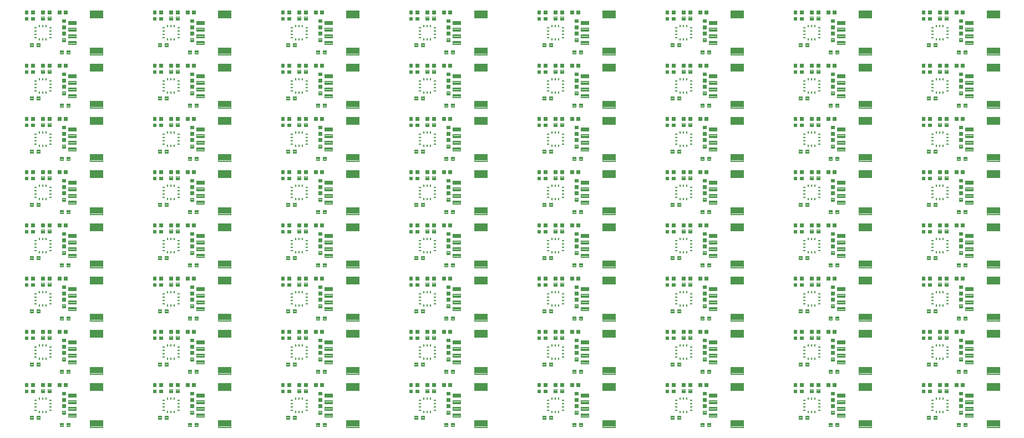
<source format=gtp>
G04 EAGLE Gerber RS-274X export*
G75*
%MOMM*%
%FSLAX34Y34*%
%LPD*%
%INSolderpaste Top*%
%IPPOS*%
%AMOC8*
5,1,8,0,0,1.08239X$1,22.5*%
G01*
%ADD10C,0.102000*%
%ADD11C,0.096000*%
%ADD12R,0.427000X0.225000*%
%ADD13R,0.225000X0.427000*%


D10*
X72420Y57264D02*
X67440Y57264D01*
X67440Y62244D01*
X72420Y62244D01*
X72420Y57264D01*
X72420Y58233D02*
X67440Y58233D01*
X67440Y59202D02*
X72420Y59202D01*
X72420Y60171D02*
X67440Y60171D01*
X67440Y61140D02*
X72420Y61140D01*
X72420Y62109D02*
X67440Y62109D01*
X77440Y57264D02*
X82420Y57264D01*
X77440Y57264D02*
X77440Y62244D01*
X82420Y62244D01*
X82420Y57264D01*
X82420Y58233D02*
X77440Y58233D01*
X77440Y59202D02*
X82420Y59202D01*
X82420Y60171D02*
X77440Y60171D01*
X77440Y61140D02*
X82420Y61140D01*
X82420Y62109D02*
X77440Y62109D01*
X102713Y62498D02*
X107693Y62498D01*
X107693Y57518D01*
X102713Y57518D01*
X102713Y62498D01*
X102713Y58487D02*
X107693Y58487D01*
X107693Y59456D02*
X102713Y59456D01*
X102713Y60425D02*
X107693Y60425D01*
X107693Y61394D02*
X102713Y61394D01*
X102713Y62363D02*
X107693Y62363D01*
X97693Y62498D02*
X92713Y62498D01*
X97693Y62498D02*
X97693Y57518D01*
X92713Y57518D01*
X92713Y62498D01*
X92713Y58487D02*
X97693Y58487D01*
X97693Y59456D02*
X92713Y59456D01*
X92713Y60425D02*
X97693Y60425D01*
X97693Y61394D02*
X92713Y61394D01*
X92713Y62363D02*
X97693Y62363D01*
X129554Y48798D02*
X129554Y43818D01*
X124574Y43818D01*
X124574Y48798D01*
X129554Y48798D01*
X129554Y44787D02*
X124574Y44787D01*
X124574Y45756D02*
X129554Y45756D01*
X129554Y46725D02*
X124574Y46725D01*
X124574Y47694D02*
X129554Y47694D01*
X129554Y48663D02*
X124574Y48663D01*
X129554Y53818D02*
X129554Y58798D01*
X129554Y53818D02*
X124574Y53818D01*
X124574Y58798D01*
X129554Y58798D01*
X129554Y54787D02*
X124574Y54787D01*
X124574Y55756D02*
X129554Y55756D01*
X129554Y56725D02*
X124574Y56725D01*
X124574Y57694D02*
X129554Y57694D01*
X129554Y58663D02*
X124574Y58663D01*
X124574Y39494D02*
X124574Y34514D01*
X124574Y39494D02*
X129554Y39494D01*
X129554Y34514D01*
X124574Y34514D01*
X124574Y35483D02*
X129554Y35483D01*
X129554Y36452D02*
X124574Y36452D01*
X124574Y37421D02*
X129554Y37421D01*
X129554Y38390D02*
X124574Y38390D01*
X124574Y39359D02*
X129554Y39359D01*
X124574Y29494D02*
X124574Y24514D01*
X124574Y29494D02*
X129554Y29494D01*
X129554Y24514D01*
X124574Y24514D01*
X124574Y25483D02*
X129554Y25483D01*
X129554Y26452D02*
X124574Y26452D01*
X124574Y27421D02*
X129554Y27421D01*
X129554Y28390D02*
X124574Y28390D01*
X124574Y29359D02*
X129554Y29359D01*
X97566Y66598D02*
X92586Y66598D01*
X92586Y71578D01*
X97566Y71578D01*
X97566Y66598D01*
X97566Y67567D02*
X92586Y67567D01*
X92586Y68536D02*
X97566Y68536D01*
X97566Y69505D02*
X92586Y69505D01*
X92586Y70474D02*
X97566Y70474D01*
X97566Y71443D02*
X92586Y71443D01*
X102586Y66598D02*
X107566Y66598D01*
X102586Y66598D02*
X102586Y71578D01*
X107566Y71578D01*
X107566Y66598D01*
X107566Y67567D02*
X102586Y67567D01*
X102586Y68536D02*
X107566Y68536D01*
X107566Y69505D02*
X102586Y69505D01*
X102586Y70474D02*
X107566Y70474D01*
X107566Y71443D02*
X102586Y71443D01*
X82420Y71578D02*
X77440Y71578D01*
X82420Y71578D02*
X82420Y66598D01*
X77440Y66598D01*
X77440Y71578D01*
X77440Y67567D02*
X82420Y67567D01*
X82420Y68536D02*
X77440Y68536D01*
X77440Y69505D02*
X82420Y69505D01*
X82420Y70474D02*
X77440Y70474D01*
X77440Y71443D02*
X82420Y71443D01*
X72420Y71578D02*
X67440Y71578D01*
X72420Y71578D02*
X72420Y66598D01*
X67440Y66598D01*
X67440Y71578D01*
X67440Y67567D02*
X72420Y67567D01*
X72420Y68536D02*
X67440Y68536D01*
X67440Y69505D02*
X72420Y69505D01*
X72420Y70474D02*
X67440Y70474D01*
X67440Y71443D02*
X72420Y71443D01*
X121034Y6146D02*
X126014Y6146D01*
X121034Y6146D02*
X121034Y11126D01*
X126014Y11126D01*
X126014Y6146D01*
X126014Y7115D02*
X121034Y7115D01*
X121034Y8084D02*
X126014Y8084D01*
X126014Y9053D02*
X121034Y9053D01*
X121034Y10022D02*
X126014Y10022D01*
X126014Y10991D02*
X121034Y10991D01*
X131034Y6146D02*
X136014Y6146D01*
X131034Y6146D02*
X131034Y11126D01*
X136014Y11126D01*
X136014Y6146D01*
X136014Y7115D02*
X131034Y7115D01*
X131034Y8084D02*
X136014Y8084D01*
X136014Y9053D02*
X131034Y9053D01*
X131034Y10022D02*
X136014Y10022D01*
X136014Y10991D02*
X131034Y10991D01*
X132458Y71578D02*
X127478Y71578D01*
X132458Y71578D02*
X132458Y66598D01*
X127478Y66598D01*
X127478Y71578D01*
X127478Y67567D02*
X132458Y67567D01*
X132458Y68536D02*
X127478Y68536D01*
X127478Y69505D02*
X132458Y69505D01*
X132458Y70474D02*
X127478Y70474D01*
X127478Y71443D02*
X132458Y71443D01*
X122458Y71578D02*
X117478Y71578D01*
X122458Y71578D02*
X122458Y66598D01*
X117478Y66598D01*
X117478Y71578D01*
X117478Y67567D02*
X122458Y67567D01*
X122458Y68536D02*
X117478Y68536D01*
X117478Y69505D02*
X122458Y69505D01*
X122458Y70474D02*
X117478Y70474D01*
X117478Y71443D02*
X122458Y71443D01*
D11*
X185970Y15620D02*
X185970Y4580D01*
X166930Y4580D01*
X166930Y15620D01*
X185970Y15620D01*
X185970Y5492D02*
X166930Y5492D01*
X166930Y6404D02*
X185970Y6404D01*
X185970Y7316D02*
X166930Y7316D01*
X166930Y8228D02*
X185970Y8228D01*
X185970Y9140D02*
X166930Y9140D01*
X166930Y10052D02*
X185970Y10052D01*
X185970Y10964D02*
X166930Y10964D01*
X166930Y11876D02*
X185970Y11876D01*
X185970Y12788D02*
X166930Y12788D01*
X166930Y13700D02*
X185970Y13700D01*
X185970Y14612D02*
X166930Y14612D01*
X166930Y15524D02*
X185970Y15524D01*
X185970Y60580D02*
X185970Y71620D01*
X185970Y60580D02*
X166930Y60580D01*
X166930Y71620D01*
X185970Y71620D01*
X185970Y61492D02*
X166930Y61492D01*
X166930Y62404D02*
X185970Y62404D01*
X185970Y63316D02*
X166930Y63316D01*
X166930Y64228D02*
X185970Y64228D01*
X185970Y65140D02*
X166930Y65140D01*
X166930Y66052D02*
X185970Y66052D01*
X185970Y66964D02*
X166930Y66964D01*
X166930Y67876D02*
X185970Y67876D01*
X185970Y68788D02*
X166930Y68788D01*
X166930Y69700D02*
X185970Y69700D01*
X185970Y70612D02*
X166930Y70612D01*
X166930Y71524D02*
X185970Y71524D01*
D10*
X145940Y25590D02*
X145940Y20610D01*
X133460Y20610D01*
X133460Y25590D01*
X145940Y25590D01*
X145940Y21579D02*
X133460Y21579D01*
X133460Y22548D02*
X145940Y22548D01*
X145940Y23517D02*
X133460Y23517D01*
X133460Y24486D02*
X145940Y24486D01*
X145940Y25455D02*
X133460Y25455D01*
X145940Y30610D02*
X145940Y35590D01*
X145940Y30610D02*
X133460Y30610D01*
X133460Y35590D01*
X145940Y35590D01*
X145940Y31579D02*
X133460Y31579D01*
X133460Y32548D02*
X145940Y32548D01*
X145940Y33517D02*
X133460Y33517D01*
X133460Y34486D02*
X145940Y34486D01*
X145940Y35455D02*
X133460Y35455D01*
X145940Y40610D02*
X145940Y45590D01*
X145940Y40610D02*
X133460Y40610D01*
X133460Y45590D01*
X145940Y45590D01*
X145940Y41579D02*
X133460Y41579D01*
X133460Y42548D02*
X145940Y42548D01*
X145940Y43517D02*
X133460Y43517D01*
X133460Y44486D02*
X145940Y44486D01*
X145940Y45455D02*
X133460Y45455D01*
X145940Y50610D02*
X145940Y55590D01*
X145940Y50610D02*
X133460Y50610D01*
X133460Y55590D01*
X145940Y55590D01*
X145940Y51579D02*
X133460Y51579D01*
X133460Y52548D02*
X145940Y52548D01*
X145940Y53517D02*
X133460Y53517D01*
X133460Y54486D02*
X145940Y54486D01*
X145940Y55455D02*
X133460Y55455D01*
X90294Y22048D02*
X85314Y22048D01*
X90294Y22048D02*
X90294Y17068D01*
X85314Y17068D01*
X85314Y22048D01*
X85314Y18037D02*
X90294Y18037D01*
X90294Y19006D02*
X85314Y19006D01*
X85314Y19975D02*
X90294Y19975D01*
X90294Y20944D02*
X85314Y20944D01*
X85314Y21913D02*
X90294Y21913D01*
X80294Y22048D02*
X75314Y22048D01*
X80294Y22048D02*
X80294Y17068D01*
X75314Y17068D01*
X75314Y22048D01*
X75314Y18037D02*
X80294Y18037D01*
X80294Y19006D02*
X75314Y19006D01*
X75314Y19975D02*
X80294Y19975D01*
X80294Y20944D02*
X75314Y20944D01*
X75314Y21913D02*
X80294Y21913D01*
D12*
X83635Y35635D03*
X83665Y30615D03*
X83655Y40575D03*
X83655Y45555D03*
X106715Y35635D03*
X106745Y30615D03*
X106735Y40575D03*
X106735Y45555D03*
D13*
X100255Y48235D03*
X95245Y48265D03*
X90195Y48265D03*
X100255Y28235D03*
X95245Y28265D03*
X90195Y28265D03*
D10*
X263020Y57264D02*
X268000Y57264D01*
X263020Y57264D02*
X263020Y62244D01*
X268000Y62244D01*
X268000Y57264D01*
X268000Y58233D02*
X263020Y58233D01*
X263020Y59202D02*
X268000Y59202D01*
X268000Y60171D02*
X263020Y60171D01*
X263020Y61140D02*
X268000Y61140D01*
X268000Y62109D02*
X263020Y62109D01*
X273020Y57264D02*
X278000Y57264D01*
X273020Y57264D02*
X273020Y62244D01*
X278000Y62244D01*
X278000Y57264D01*
X278000Y58233D02*
X273020Y58233D01*
X273020Y59202D02*
X278000Y59202D01*
X278000Y60171D02*
X273020Y60171D01*
X273020Y61140D02*
X278000Y61140D01*
X278000Y62109D02*
X273020Y62109D01*
X298293Y62498D02*
X303273Y62498D01*
X303273Y57518D01*
X298293Y57518D01*
X298293Y62498D01*
X298293Y58487D02*
X303273Y58487D01*
X303273Y59456D02*
X298293Y59456D01*
X298293Y60425D02*
X303273Y60425D01*
X303273Y61394D02*
X298293Y61394D01*
X298293Y62363D02*
X303273Y62363D01*
X293273Y62498D02*
X288293Y62498D01*
X293273Y62498D02*
X293273Y57518D01*
X288293Y57518D01*
X288293Y62498D01*
X288293Y58487D02*
X293273Y58487D01*
X293273Y59456D02*
X288293Y59456D01*
X288293Y60425D02*
X293273Y60425D01*
X293273Y61394D02*
X288293Y61394D01*
X288293Y62363D02*
X293273Y62363D01*
X325134Y48798D02*
X325134Y43818D01*
X320154Y43818D01*
X320154Y48798D01*
X325134Y48798D01*
X325134Y44787D02*
X320154Y44787D01*
X320154Y45756D02*
X325134Y45756D01*
X325134Y46725D02*
X320154Y46725D01*
X320154Y47694D02*
X325134Y47694D01*
X325134Y48663D02*
X320154Y48663D01*
X325134Y53818D02*
X325134Y58798D01*
X325134Y53818D02*
X320154Y53818D01*
X320154Y58798D01*
X325134Y58798D01*
X325134Y54787D02*
X320154Y54787D01*
X320154Y55756D02*
X325134Y55756D01*
X325134Y56725D02*
X320154Y56725D01*
X320154Y57694D02*
X325134Y57694D01*
X325134Y58663D02*
X320154Y58663D01*
X320154Y39494D02*
X320154Y34514D01*
X320154Y39494D02*
X325134Y39494D01*
X325134Y34514D01*
X320154Y34514D01*
X320154Y35483D02*
X325134Y35483D01*
X325134Y36452D02*
X320154Y36452D01*
X320154Y37421D02*
X325134Y37421D01*
X325134Y38390D02*
X320154Y38390D01*
X320154Y39359D02*
X325134Y39359D01*
X320154Y29494D02*
X320154Y24514D01*
X320154Y29494D02*
X325134Y29494D01*
X325134Y24514D01*
X320154Y24514D01*
X320154Y25483D02*
X325134Y25483D01*
X325134Y26452D02*
X320154Y26452D01*
X320154Y27421D02*
X325134Y27421D01*
X325134Y28390D02*
X320154Y28390D01*
X320154Y29359D02*
X325134Y29359D01*
X293146Y66598D02*
X288166Y66598D01*
X288166Y71578D01*
X293146Y71578D01*
X293146Y66598D01*
X293146Y67567D02*
X288166Y67567D01*
X288166Y68536D02*
X293146Y68536D01*
X293146Y69505D02*
X288166Y69505D01*
X288166Y70474D02*
X293146Y70474D01*
X293146Y71443D02*
X288166Y71443D01*
X298166Y66598D02*
X303146Y66598D01*
X298166Y66598D02*
X298166Y71578D01*
X303146Y71578D01*
X303146Y66598D01*
X303146Y67567D02*
X298166Y67567D01*
X298166Y68536D02*
X303146Y68536D01*
X303146Y69505D02*
X298166Y69505D01*
X298166Y70474D02*
X303146Y70474D01*
X303146Y71443D02*
X298166Y71443D01*
X278000Y71578D02*
X273020Y71578D01*
X278000Y71578D02*
X278000Y66598D01*
X273020Y66598D01*
X273020Y71578D01*
X273020Y67567D02*
X278000Y67567D01*
X278000Y68536D02*
X273020Y68536D01*
X273020Y69505D02*
X278000Y69505D01*
X278000Y70474D02*
X273020Y70474D01*
X273020Y71443D02*
X278000Y71443D01*
X268000Y71578D02*
X263020Y71578D01*
X268000Y71578D02*
X268000Y66598D01*
X263020Y66598D01*
X263020Y71578D01*
X263020Y67567D02*
X268000Y67567D01*
X268000Y68536D02*
X263020Y68536D01*
X263020Y69505D02*
X268000Y69505D01*
X268000Y70474D02*
X263020Y70474D01*
X263020Y71443D02*
X268000Y71443D01*
X316614Y6146D02*
X321594Y6146D01*
X316614Y6146D02*
X316614Y11126D01*
X321594Y11126D01*
X321594Y6146D01*
X321594Y7115D02*
X316614Y7115D01*
X316614Y8084D02*
X321594Y8084D01*
X321594Y9053D02*
X316614Y9053D01*
X316614Y10022D02*
X321594Y10022D01*
X321594Y10991D02*
X316614Y10991D01*
X326614Y6146D02*
X331594Y6146D01*
X326614Y6146D02*
X326614Y11126D01*
X331594Y11126D01*
X331594Y6146D01*
X331594Y7115D02*
X326614Y7115D01*
X326614Y8084D02*
X331594Y8084D01*
X331594Y9053D02*
X326614Y9053D01*
X326614Y10022D02*
X331594Y10022D01*
X331594Y10991D02*
X326614Y10991D01*
X328038Y71578D02*
X323058Y71578D01*
X328038Y71578D02*
X328038Y66598D01*
X323058Y66598D01*
X323058Y71578D01*
X323058Y67567D02*
X328038Y67567D01*
X328038Y68536D02*
X323058Y68536D01*
X323058Y69505D02*
X328038Y69505D01*
X328038Y70474D02*
X323058Y70474D01*
X323058Y71443D02*
X328038Y71443D01*
X318038Y71578D02*
X313058Y71578D01*
X318038Y71578D02*
X318038Y66598D01*
X313058Y66598D01*
X313058Y71578D01*
X313058Y67567D02*
X318038Y67567D01*
X318038Y68536D02*
X313058Y68536D01*
X313058Y69505D02*
X318038Y69505D01*
X318038Y70474D02*
X313058Y70474D01*
X313058Y71443D02*
X318038Y71443D01*
D11*
X381550Y15620D02*
X381550Y4580D01*
X362510Y4580D01*
X362510Y15620D01*
X381550Y15620D01*
X381550Y5492D02*
X362510Y5492D01*
X362510Y6404D02*
X381550Y6404D01*
X381550Y7316D02*
X362510Y7316D01*
X362510Y8228D02*
X381550Y8228D01*
X381550Y9140D02*
X362510Y9140D01*
X362510Y10052D02*
X381550Y10052D01*
X381550Y10964D02*
X362510Y10964D01*
X362510Y11876D02*
X381550Y11876D01*
X381550Y12788D02*
X362510Y12788D01*
X362510Y13700D02*
X381550Y13700D01*
X381550Y14612D02*
X362510Y14612D01*
X362510Y15524D02*
X381550Y15524D01*
X381550Y60580D02*
X381550Y71620D01*
X381550Y60580D02*
X362510Y60580D01*
X362510Y71620D01*
X381550Y71620D01*
X381550Y61492D02*
X362510Y61492D01*
X362510Y62404D02*
X381550Y62404D01*
X381550Y63316D02*
X362510Y63316D01*
X362510Y64228D02*
X381550Y64228D01*
X381550Y65140D02*
X362510Y65140D01*
X362510Y66052D02*
X381550Y66052D01*
X381550Y66964D02*
X362510Y66964D01*
X362510Y67876D02*
X381550Y67876D01*
X381550Y68788D02*
X362510Y68788D01*
X362510Y69700D02*
X381550Y69700D01*
X381550Y70612D02*
X362510Y70612D01*
X362510Y71524D02*
X381550Y71524D01*
D10*
X341520Y25590D02*
X341520Y20610D01*
X329040Y20610D01*
X329040Y25590D01*
X341520Y25590D01*
X341520Y21579D02*
X329040Y21579D01*
X329040Y22548D02*
X341520Y22548D01*
X341520Y23517D02*
X329040Y23517D01*
X329040Y24486D02*
X341520Y24486D01*
X341520Y25455D02*
X329040Y25455D01*
X341520Y30610D02*
X341520Y35590D01*
X341520Y30610D02*
X329040Y30610D01*
X329040Y35590D01*
X341520Y35590D01*
X341520Y31579D02*
X329040Y31579D01*
X329040Y32548D02*
X341520Y32548D01*
X341520Y33517D02*
X329040Y33517D01*
X329040Y34486D02*
X341520Y34486D01*
X341520Y35455D02*
X329040Y35455D01*
X341520Y40610D02*
X341520Y45590D01*
X341520Y40610D02*
X329040Y40610D01*
X329040Y45590D01*
X341520Y45590D01*
X341520Y41579D02*
X329040Y41579D01*
X329040Y42548D02*
X341520Y42548D01*
X341520Y43517D02*
X329040Y43517D01*
X329040Y44486D02*
X341520Y44486D01*
X341520Y45455D02*
X329040Y45455D01*
X341520Y50610D02*
X341520Y55590D01*
X341520Y50610D02*
X329040Y50610D01*
X329040Y55590D01*
X341520Y55590D01*
X341520Y51579D02*
X329040Y51579D01*
X329040Y52548D02*
X341520Y52548D01*
X341520Y53517D02*
X329040Y53517D01*
X329040Y54486D02*
X341520Y54486D01*
X341520Y55455D02*
X329040Y55455D01*
X285874Y22048D02*
X280894Y22048D01*
X285874Y22048D02*
X285874Y17068D01*
X280894Y17068D01*
X280894Y22048D01*
X280894Y18037D02*
X285874Y18037D01*
X285874Y19006D02*
X280894Y19006D01*
X280894Y19975D02*
X285874Y19975D01*
X285874Y20944D02*
X280894Y20944D01*
X280894Y21913D02*
X285874Y21913D01*
X275874Y22048D02*
X270894Y22048D01*
X275874Y22048D02*
X275874Y17068D01*
X270894Y17068D01*
X270894Y22048D01*
X270894Y18037D02*
X275874Y18037D01*
X275874Y19006D02*
X270894Y19006D01*
X270894Y19975D02*
X275874Y19975D01*
X275874Y20944D02*
X270894Y20944D01*
X270894Y21913D02*
X275874Y21913D01*
D12*
X279215Y35635D03*
X279245Y30615D03*
X279235Y40575D03*
X279235Y45555D03*
X302295Y35635D03*
X302325Y30615D03*
X302315Y40575D03*
X302315Y45555D03*
D13*
X295835Y48235D03*
X290825Y48265D03*
X285775Y48265D03*
X295835Y28235D03*
X290825Y28265D03*
X285775Y28265D03*
D10*
X458600Y57264D02*
X463580Y57264D01*
X458600Y57264D02*
X458600Y62244D01*
X463580Y62244D01*
X463580Y57264D01*
X463580Y58233D02*
X458600Y58233D01*
X458600Y59202D02*
X463580Y59202D01*
X463580Y60171D02*
X458600Y60171D01*
X458600Y61140D02*
X463580Y61140D01*
X463580Y62109D02*
X458600Y62109D01*
X468600Y57264D02*
X473580Y57264D01*
X468600Y57264D02*
X468600Y62244D01*
X473580Y62244D01*
X473580Y57264D01*
X473580Y58233D02*
X468600Y58233D01*
X468600Y59202D02*
X473580Y59202D01*
X473580Y60171D02*
X468600Y60171D01*
X468600Y61140D02*
X473580Y61140D01*
X473580Y62109D02*
X468600Y62109D01*
X493873Y62498D02*
X498853Y62498D01*
X498853Y57518D01*
X493873Y57518D01*
X493873Y62498D01*
X493873Y58487D02*
X498853Y58487D01*
X498853Y59456D02*
X493873Y59456D01*
X493873Y60425D02*
X498853Y60425D01*
X498853Y61394D02*
X493873Y61394D01*
X493873Y62363D02*
X498853Y62363D01*
X488853Y62498D02*
X483873Y62498D01*
X488853Y62498D02*
X488853Y57518D01*
X483873Y57518D01*
X483873Y62498D01*
X483873Y58487D02*
X488853Y58487D01*
X488853Y59456D02*
X483873Y59456D01*
X483873Y60425D02*
X488853Y60425D01*
X488853Y61394D02*
X483873Y61394D01*
X483873Y62363D02*
X488853Y62363D01*
X520714Y48798D02*
X520714Y43818D01*
X515734Y43818D01*
X515734Y48798D01*
X520714Y48798D01*
X520714Y44787D02*
X515734Y44787D01*
X515734Y45756D02*
X520714Y45756D01*
X520714Y46725D02*
X515734Y46725D01*
X515734Y47694D02*
X520714Y47694D01*
X520714Y48663D02*
X515734Y48663D01*
X520714Y53818D02*
X520714Y58798D01*
X520714Y53818D02*
X515734Y53818D01*
X515734Y58798D01*
X520714Y58798D01*
X520714Y54787D02*
X515734Y54787D01*
X515734Y55756D02*
X520714Y55756D01*
X520714Y56725D02*
X515734Y56725D01*
X515734Y57694D02*
X520714Y57694D01*
X520714Y58663D02*
X515734Y58663D01*
X515734Y39494D02*
X515734Y34514D01*
X515734Y39494D02*
X520714Y39494D01*
X520714Y34514D01*
X515734Y34514D01*
X515734Y35483D02*
X520714Y35483D01*
X520714Y36452D02*
X515734Y36452D01*
X515734Y37421D02*
X520714Y37421D01*
X520714Y38390D02*
X515734Y38390D01*
X515734Y39359D02*
X520714Y39359D01*
X515734Y29494D02*
X515734Y24514D01*
X515734Y29494D02*
X520714Y29494D01*
X520714Y24514D01*
X515734Y24514D01*
X515734Y25483D02*
X520714Y25483D01*
X520714Y26452D02*
X515734Y26452D01*
X515734Y27421D02*
X520714Y27421D01*
X520714Y28390D02*
X515734Y28390D01*
X515734Y29359D02*
X520714Y29359D01*
X488726Y66598D02*
X483746Y66598D01*
X483746Y71578D01*
X488726Y71578D01*
X488726Y66598D01*
X488726Y67567D02*
X483746Y67567D01*
X483746Y68536D02*
X488726Y68536D01*
X488726Y69505D02*
X483746Y69505D01*
X483746Y70474D02*
X488726Y70474D01*
X488726Y71443D02*
X483746Y71443D01*
X493746Y66598D02*
X498726Y66598D01*
X493746Y66598D02*
X493746Y71578D01*
X498726Y71578D01*
X498726Y66598D01*
X498726Y67567D02*
X493746Y67567D01*
X493746Y68536D02*
X498726Y68536D01*
X498726Y69505D02*
X493746Y69505D01*
X493746Y70474D02*
X498726Y70474D01*
X498726Y71443D02*
X493746Y71443D01*
X473580Y71578D02*
X468600Y71578D01*
X473580Y71578D02*
X473580Y66598D01*
X468600Y66598D01*
X468600Y71578D01*
X468600Y67567D02*
X473580Y67567D01*
X473580Y68536D02*
X468600Y68536D01*
X468600Y69505D02*
X473580Y69505D01*
X473580Y70474D02*
X468600Y70474D01*
X468600Y71443D02*
X473580Y71443D01*
X463580Y71578D02*
X458600Y71578D01*
X463580Y71578D02*
X463580Y66598D01*
X458600Y66598D01*
X458600Y71578D01*
X458600Y67567D02*
X463580Y67567D01*
X463580Y68536D02*
X458600Y68536D01*
X458600Y69505D02*
X463580Y69505D01*
X463580Y70474D02*
X458600Y70474D01*
X458600Y71443D02*
X463580Y71443D01*
X512194Y6146D02*
X517174Y6146D01*
X512194Y6146D02*
X512194Y11126D01*
X517174Y11126D01*
X517174Y6146D01*
X517174Y7115D02*
X512194Y7115D01*
X512194Y8084D02*
X517174Y8084D01*
X517174Y9053D02*
X512194Y9053D01*
X512194Y10022D02*
X517174Y10022D01*
X517174Y10991D02*
X512194Y10991D01*
X522194Y6146D02*
X527174Y6146D01*
X522194Y6146D02*
X522194Y11126D01*
X527174Y11126D01*
X527174Y6146D01*
X527174Y7115D02*
X522194Y7115D01*
X522194Y8084D02*
X527174Y8084D01*
X527174Y9053D02*
X522194Y9053D01*
X522194Y10022D02*
X527174Y10022D01*
X527174Y10991D02*
X522194Y10991D01*
X523618Y71578D02*
X518638Y71578D01*
X523618Y71578D02*
X523618Y66598D01*
X518638Y66598D01*
X518638Y71578D01*
X518638Y67567D02*
X523618Y67567D01*
X523618Y68536D02*
X518638Y68536D01*
X518638Y69505D02*
X523618Y69505D01*
X523618Y70474D02*
X518638Y70474D01*
X518638Y71443D02*
X523618Y71443D01*
X513618Y71578D02*
X508638Y71578D01*
X513618Y71578D02*
X513618Y66598D01*
X508638Y66598D01*
X508638Y71578D01*
X508638Y67567D02*
X513618Y67567D01*
X513618Y68536D02*
X508638Y68536D01*
X508638Y69505D02*
X513618Y69505D01*
X513618Y70474D02*
X508638Y70474D01*
X508638Y71443D02*
X513618Y71443D01*
D11*
X577130Y15620D02*
X577130Y4580D01*
X558090Y4580D01*
X558090Y15620D01*
X577130Y15620D01*
X577130Y5492D02*
X558090Y5492D01*
X558090Y6404D02*
X577130Y6404D01*
X577130Y7316D02*
X558090Y7316D01*
X558090Y8228D02*
X577130Y8228D01*
X577130Y9140D02*
X558090Y9140D01*
X558090Y10052D02*
X577130Y10052D01*
X577130Y10964D02*
X558090Y10964D01*
X558090Y11876D02*
X577130Y11876D01*
X577130Y12788D02*
X558090Y12788D01*
X558090Y13700D02*
X577130Y13700D01*
X577130Y14612D02*
X558090Y14612D01*
X558090Y15524D02*
X577130Y15524D01*
X577130Y60580D02*
X577130Y71620D01*
X577130Y60580D02*
X558090Y60580D01*
X558090Y71620D01*
X577130Y71620D01*
X577130Y61492D02*
X558090Y61492D01*
X558090Y62404D02*
X577130Y62404D01*
X577130Y63316D02*
X558090Y63316D01*
X558090Y64228D02*
X577130Y64228D01*
X577130Y65140D02*
X558090Y65140D01*
X558090Y66052D02*
X577130Y66052D01*
X577130Y66964D02*
X558090Y66964D01*
X558090Y67876D02*
X577130Y67876D01*
X577130Y68788D02*
X558090Y68788D01*
X558090Y69700D02*
X577130Y69700D01*
X577130Y70612D02*
X558090Y70612D01*
X558090Y71524D02*
X577130Y71524D01*
D10*
X537100Y25590D02*
X537100Y20610D01*
X524620Y20610D01*
X524620Y25590D01*
X537100Y25590D01*
X537100Y21579D02*
X524620Y21579D01*
X524620Y22548D02*
X537100Y22548D01*
X537100Y23517D02*
X524620Y23517D01*
X524620Y24486D02*
X537100Y24486D01*
X537100Y25455D02*
X524620Y25455D01*
X537100Y30610D02*
X537100Y35590D01*
X537100Y30610D02*
X524620Y30610D01*
X524620Y35590D01*
X537100Y35590D01*
X537100Y31579D02*
X524620Y31579D01*
X524620Y32548D02*
X537100Y32548D01*
X537100Y33517D02*
X524620Y33517D01*
X524620Y34486D02*
X537100Y34486D01*
X537100Y35455D02*
X524620Y35455D01*
X537100Y40610D02*
X537100Y45590D01*
X537100Y40610D02*
X524620Y40610D01*
X524620Y45590D01*
X537100Y45590D01*
X537100Y41579D02*
X524620Y41579D01*
X524620Y42548D02*
X537100Y42548D01*
X537100Y43517D02*
X524620Y43517D01*
X524620Y44486D02*
X537100Y44486D01*
X537100Y45455D02*
X524620Y45455D01*
X537100Y50610D02*
X537100Y55590D01*
X537100Y50610D02*
X524620Y50610D01*
X524620Y55590D01*
X537100Y55590D01*
X537100Y51579D02*
X524620Y51579D01*
X524620Y52548D02*
X537100Y52548D01*
X537100Y53517D02*
X524620Y53517D01*
X524620Y54486D02*
X537100Y54486D01*
X537100Y55455D02*
X524620Y55455D01*
X481454Y22048D02*
X476474Y22048D01*
X481454Y22048D02*
X481454Y17068D01*
X476474Y17068D01*
X476474Y22048D01*
X476474Y18037D02*
X481454Y18037D01*
X481454Y19006D02*
X476474Y19006D01*
X476474Y19975D02*
X481454Y19975D01*
X481454Y20944D02*
X476474Y20944D01*
X476474Y21913D02*
X481454Y21913D01*
X471454Y22048D02*
X466474Y22048D01*
X471454Y22048D02*
X471454Y17068D01*
X466474Y17068D01*
X466474Y22048D01*
X466474Y18037D02*
X471454Y18037D01*
X471454Y19006D02*
X466474Y19006D01*
X466474Y19975D02*
X471454Y19975D01*
X471454Y20944D02*
X466474Y20944D01*
X466474Y21913D02*
X471454Y21913D01*
D12*
X474795Y35635D03*
X474825Y30615D03*
X474815Y40575D03*
X474815Y45555D03*
X497875Y35635D03*
X497905Y30615D03*
X497895Y40575D03*
X497895Y45555D03*
D13*
X491415Y48235D03*
X486405Y48265D03*
X481355Y48265D03*
X491415Y28235D03*
X486405Y28265D03*
X481355Y28265D03*
D10*
X654180Y57264D02*
X659160Y57264D01*
X654180Y57264D02*
X654180Y62244D01*
X659160Y62244D01*
X659160Y57264D01*
X659160Y58233D02*
X654180Y58233D01*
X654180Y59202D02*
X659160Y59202D01*
X659160Y60171D02*
X654180Y60171D01*
X654180Y61140D02*
X659160Y61140D01*
X659160Y62109D02*
X654180Y62109D01*
X664180Y57264D02*
X669160Y57264D01*
X664180Y57264D02*
X664180Y62244D01*
X669160Y62244D01*
X669160Y57264D01*
X669160Y58233D02*
X664180Y58233D01*
X664180Y59202D02*
X669160Y59202D01*
X669160Y60171D02*
X664180Y60171D01*
X664180Y61140D02*
X669160Y61140D01*
X669160Y62109D02*
X664180Y62109D01*
X689453Y62498D02*
X694433Y62498D01*
X694433Y57518D01*
X689453Y57518D01*
X689453Y62498D01*
X689453Y58487D02*
X694433Y58487D01*
X694433Y59456D02*
X689453Y59456D01*
X689453Y60425D02*
X694433Y60425D01*
X694433Y61394D02*
X689453Y61394D01*
X689453Y62363D02*
X694433Y62363D01*
X684433Y62498D02*
X679453Y62498D01*
X684433Y62498D02*
X684433Y57518D01*
X679453Y57518D01*
X679453Y62498D01*
X679453Y58487D02*
X684433Y58487D01*
X684433Y59456D02*
X679453Y59456D01*
X679453Y60425D02*
X684433Y60425D01*
X684433Y61394D02*
X679453Y61394D01*
X679453Y62363D02*
X684433Y62363D01*
X716294Y48798D02*
X716294Y43818D01*
X711314Y43818D01*
X711314Y48798D01*
X716294Y48798D01*
X716294Y44787D02*
X711314Y44787D01*
X711314Y45756D02*
X716294Y45756D01*
X716294Y46725D02*
X711314Y46725D01*
X711314Y47694D02*
X716294Y47694D01*
X716294Y48663D02*
X711314Y48663D01*
X716294Y53818D02*
X716294Y58798D01*
X716294Y53818D02*
X711314Y53818D01*
X711314Y58798D01*
X716294Y58798D01*
X716294Y54787D02*
X711314Y54787D01*
X711314Y55756D02*
X716294Y55756D01*
X716294Y56725D02*
X711314Y56725D01*
X711314Y57694D02*
X716294Y57694D01*
X716294Y58663D02*
X711314Y58663D01*
X711314Y39494D02*
X711314Y34514D01*
X711314Y39494D02*
X716294Y39494D01*
X716294Y34514D01*
X711314Y34514D01*
X711314Y35483D02*
X716294Y35483D01*
X716294Y36452D02*
X711314Y36452D01*
X711314Y37421D02*
X716294Y37421D01*
X716294Y38390D02*
X711314Y38390D01*
X711314Y39359D02*
X716294Y39359D01*
X711314Y29494D02*
X711314Y24514D01*
X711314Y29494D02*
X716294Y29494D01*
X716294Y24514D01*
X711314Y24514D01*
X711314Y25483D02*
X716294Y25483D01*
X716294Y26452D02*
X711314Y26452D01*
X711314Y27421D02*
X716294Y27421D01*
X716294Y28390D02*
X711314Y28390D01*
X711314Y29359D02*
X716294Y29359D01*
X684306Y66598D02*
X679326Y66598D01*
X679326Y71578D01*
X684306Y71578D01*
X684306Y66598D01*
X684306Y67567D02*
X679326Y67567D01*
X679326Y68536D02*
X684306Y68536D01*
X684306Y69505D02*
X679326Y69505D01*
X679326Y70474D02*
X684306Y70474D01*
X684306Y71443D02*
X679326Y71443D01*
X689326Y66598D02*
X694306Y66598D01*
X689326Y66598D02*
X689326Y71578D01*
X694306Y71578D01*
X694306Y66598D01*
X694306Y67567D02*
X689326Y67567D01*
X689326Y68536D02*
X694306Y68536D01*
X694306Y69505D02*
X689326Y69505D01*
X689326Y70474D02*
X694306Y70474D01*
X694306Y71443D02*
X689326Y71443D01*
X669160Y71578D02*
X664180Y71578D01*
X669160Y71578D02*
X669160Y66598D01*
X664180Y66598D01*
X664180Y71578D01*
X664180Y67567D02*
X669160Y67567D01*
X669160Y68536D02*
X664180Y68536D01*
X664180Y69505D02*
X669160Y69505D01*
X669160Y70474D02*
X664180Y70474D01*
X664180Y71443D02*
X669160Y71443D01*
X659160Y71578D02*
X654180Y71578D01*
X659160Y71578D02*
X659160Y66598D01*
X654180Y66598D01*
X654180Y71578D01*
X654180Y67567D02*
X659160Y67567D01*
X659160Y68536D02*
X654180Y68536D01*
X654180Y69505D02*
X659160Y69505D01*
X659160Y70474D02*
X654180Y70474D01*
X654180Y71443D02*
X659160Y71443D01*
X707774Y6146D02*
X712754Y6146D01*
X707774Y6146D02*
X707774Y11126D01*
X712754Y11126D01*
X712754Y6146D01*
X712754Y7115D02*
X707774Y7115D01*
X707774Y8084D02*
X712754Y8084D01*
X712754Y9053D02*
X707774Y9053D01*
X707774Y10022D02*
X712754Y10022D01*
X712754Y10991D02*
X707774Y10991D01*
X717774Y6146D02*
X722754Y6146D01*
X717774Y6146D02*
X717774Y11126D01*
X722754Y11126D01*
X722754Y6146D01*
X722754Y7115D02*
X717774Y7115D01*
X717774Y8084D02*
X722754Y8084D01*
X722754Y9053D02*
X717774Y9053D01*
X717774Y10022D02*
X722754Y10022D01*
X722754Y10991D02*
X717774Y10991D01*
X719198Y71578D02*
X714218Y71578D01*
X719198Y71578D02*
X719198Y66598D01*
X714218Y66598D01*
X714218Y71578D01*
X714218Y67567D02*
X719198Y67567D01*
X719198Y68536D02*
X714218Y68536D01*
X714218Y69505D02*
X719198Y69505D01*
X719198Y70474D02*
X714218Y70474D01*
X714218Y71443D02*
X719198Y71443D01*
X709198Y71578D02*
X704218Y71578D01*
X709198Y71578D02*
X709198Y66598D01*
X704218Y66598D01*
X704218Y71578D01*
X704218Y67567D02*
X709198Y67567D01*
X709198Y68536D02*
X704218Y68536D01*
X704218Y69505D02*
X709198Y69505D01*
X709198Y70474D02*
X704218Y70474D01*
X704218Y71443D02*
X709198Y71443D01*
D11*
X772710Y15620D02*
X772710Y4580D01*
X753670Y4580D01*
X753670Y15620D01*
X772710Y15620D01*
X772710Y5492D02*
X753670Y5492D01*
X753670Y6404D02*
X772710Y6404D01*
X772710Y7316D02*
X753670Y7316D01*
X753670Y8228D02*
X772710Y8228D01*
X772710Y9140D02*
X753670Y9140D01*
X753670Y10052D02*
X772710Y10052D01*
X772710Y10964D02*
X753670Y10964D01*
X753670Y11876D02*
X772710Y11876D01*
X772710Y12788D02*
X753670Y12788D01*
X753670Y13700D02*
X772710Y13700D01*
X772710Y14612D02*
X753670Y14612D01*
X753670Y15524D02*
X772710Y15524D01*
X772710Y60580D02*
X772710Y71620D01*
X772710Y60580D02*
X753670Y60580D01*
X753670Y71620D01*
X772710Y71620D01*
X772710Y61492D02*
X753670Y61492D01*
X753670Y62404D02*
X772710Y62404D01*
X772710Y63316D02*
X753670Y63316D01*
X753670Y64228D02*
X772710Y64228D01*
X772710Y65140D02*
X753670Y65140D01*
X753670Y66052D02*
X772710Y66052D01*
X772710Y66964D02*
X753670Y66964D01*
X753670Y67876D02*
X772710Y67876D01*
X772710Y68788D02*
X753670Y68788D01*
X753670Y69700D02*
X772710Y69700D01*
X772710Y70612D02*
X753670Y70612D01*
X753670Y71524D02*
X772710Y71524D01*
D10*
X732680Y25590D02*
X732680Y20610D01*
X720200Y20610D01*
X720200Y25590D01*
X732680Y25590D01*
X732680Y21579D02*
X720200Y21579D01*
X720200Y22548D02*
X732680Y22548D01*
X732680Y23517D02*
X720200Y23517D01*
X720200Y24486D02*
X732680Y24486D01*
X732680Y25455D02*
X720200Y25455D01*
X732680Y30610D02*
X732680Y35590D01*
X732680Y30610D02*
X720200Y30610D01*
X720200Y35590D01*
X732680Y35590D01*
X732680Y31579D02*
X720200Y31579D01*
X720200Y32548D02*
X732680Y32548D01*
X732680Y33517D02*
X720200Y33517D01*
X720200Y34486D02*
X732680Y34486D01*
X732680Y35455D02*
X720200Y35455D01*
X732680Y40610D02*
X732680Y45590D01*
X732680Y40610D02*
X720200Y40610D01*
X720200Y45590D01*
X732680Y45590D01*
X732680Y41579D02*
X720200Y41579D01*
X720200Y42548D02*
X732680Y42548D01*
X732680Y43517D02*
X720200Y43517D01*
X720200Y44486D02*
X732680Y44486D01*
X732680Y45455D02*
X720200Y45455D01*
X732680Y50610D02*
X732680Y55590D01*
X732680Y50610D02*
X720200Y50610D01*
X720200Y55590D01*
X732680Y55590D01*
X732680Y51579D02*
X720200Y51579D01*
X720200Y52548D02*
X732680Y52548D01*
X732680Y53517D02*
X720200Y53517D01*
X720200Y54486D02*
X732680Y54486D01*
X732680Y55455D02*
X720200Y55455D01*
X677034Y22048D02*
X672054Y22048D01*
X677034Y22048D02*
X677034Y17068D01*
X672054Y17068D01*
X672054Y22048D01*
X672054Y18037D02*
X677034Y18037D01*
X677034Y19006D02*
X672054Y19006D01*
X672054Y19975D02*
X677034Y19975D01*
X677034Y20944D02*
X672054Y20944D01*
X672054Y21913D02*
X677034Y21913D01*
X667034Y22048D02*
X662054Y22048D01*
X667034Y22048D02*
X667034Y17068D01*
X662054Y17068D01*
X662054Y22048D01*
X662054Y18037D02*
X667034Y18037D01*
X667034Y19006D02*
X662054Y19006D01*
X662054Y19975D02*
X667034Y19975D01*
X667034Y20944D02*
X662054Y20944D01*
X662054Y21913D02*
X667034Y21913D01*
D12*
X670375Y35635D03*
X670405Y30615D03*
X670395Y40575D03*
X670395Y45555D03*
X693455Y35635D03*
X693485Y30615D03*
X693475Y40575D03*
X693475Y45555D03*
D13*
X686995Y48235D03*
X681985Y48265D03*
X676935Y48265D03*
X686995Y28235D03*
X681985Y28265D03*
X676935Y28265D03*
D10*
X849760Y57264D02*
X854740Y57264D01*
X849760Y57264D02*
X849760Y62244D01*
X854740Y62244D01*
X854740Y57264D01*
X854740Y58233D02*
X849760Y58233D01*
X849760Y59202D02*
X854740Y59202D01*
X854740Y60171D02*
X849760Y60171D01*
X849760Y61140D02*
X854740Y61140D01*
X854740Y62109D02*
X849760Y62109D01*
X859760Y57264D02*
X864740Y57264D01*
X859760Y57264D02*
X859760Y62244D01*
X864740Y62244D01*
X864740Y57264D01*
X864740Y58233D02*
X859760Y58233D01*
X859760Y59202D02*
X864740Y59202D01*
X864740Y60171D02*
X859760Y60171D01*
X859760Y61140D02*
X864740Y61140D01*
X864740Y62109D02*
X859760Y62109D01*
X885033Y62498D02*
X890013Y62498D01*
X890013Y57518D01*
X885033Y57518D01*
X885033Y62498D01*
X885033Y58487D02*
X890013Y58487D01*
X890013Y59456D02*
X885033Y59456D01*
X885033Y60425D02*
X890013Y60425D01*
X890013Y61394D02*
X885033Y61394D01*
X885033Y62363D02*
X890013Y62363D01*
X880013Y62498D02*
X875033Y62498D01*
X880013Y62498D02*
X880013Y57518D01*
X875033Y57518D01*
X875033Y62498D01*
X875033Y58487D02*
X880013Y58487D01*
X880013Y59456D02*
X875033Y59456D01*
X875033Y60425D02*
X880013Y60425D01*
X880013Y61394D02*
X875033Y61394D01*
X875033Y62363D02*
X880013Y62363D01*
X911874Y48798D02*
X911874Y43818D01*
X906894Y43818D01*
X906894Y48798D01*
X911874Y48798D01*
X911874Y44787D02*
X906894Y44787D01*
X906894Y45756D02*
X911874Y45756D01*
X911874Y46725D02*
X906894Y46725D01*
X906894Y47694D02*
X911874Y47694D01*
X911874Y48663D02*
X906894Y48663D01*
X911874Y53818D02*
X911874Y58798D01*
X911874Y53818D02*
X906894Y53818D01*
X906894Y58798D01*
X911874Y58798D01*
X911874Y54787D02*
X906894Y54787D01*
X906894Y55756D02*
X911874Y55756D01*
X911874Y56725D02*
X906894Y56725D01*
X906894Y57694D02*
X911874Y57694D01*
X911874Y58663D02*
X906894Y58663D01*
X906894Y39494D02*
X906894Y34514D01*
X906894Y39494D02*
X911874Y39494D01*
X911874Y34514D01*
X906894Y34514D01*
X906894Y35483D02*
X911874Y35483D01*
X911874Y36452D02*
X906894Y36452D01*
X906894Y37421D02*
X911874Y37421D01*
X911874Y38390D02*
X906894Y38390D01*
X906894Y39359D02*
X911874Y39359D01*
X906894Y29494D02*
X906894Y24514D01*
X906894Y29494D02*
X911874Y29494D01*
X911874Y24514D01*
X906894Y24514D01*
X906894Y25483D02*
X911874Y25483D01*
X911874Y26452D02*
X906894Y26452D01*
X906894Y27421D02*
X911874Y27421D01*
X911874Y28390D02*
X906894Y28390D01*
X906894Y29359D02*
X911874Y29359D01*
X879886Y66598D02*
X874906Y66598D01*
X874906Y71578D01*
X879886Y71578D01*
X879886Y66598D01*
X879886Y67567D02*
X874906Y67567D01*
X874906Y68536D02*
X879886Y68536D01*
X879886Y69505D02*
X874906Y69505D01*
X874906Y70474D02*
X879886Y70474D01*
X879886Y71443D02*
X874906Y71443D01*
X884906Y66598D02*
X889886Y66598D01*
X884906Y66598D02*
X884906Y71578D01*
X889886Y71578D01*
X889886Y66598D01*
X889886Y67567D02*
X884906Y67567D01*
X884906Y68536D02*
X889886Y68536D01*
X889886Y69505D02*
X884906Y69505D01*
X884906Y70474D02*
X889886Y70474D01*
X889886Y71443D02*
X884906Y71443D01*
X864740Y71578D02*
X859760Y71578D01*
X864740Y71578D02*
X864740Y66598D01*
X859760Y66598D01*
X859760Y71578D01*
X859760Y67567D02*
X864740Y67567D01*
X864740Y68536D02*
X859760Y68536D01*
X859760Y69505D02*
X864740Y69505D01*
X864740Y70474D02*
X859760Y70474D01*
X859760Y71443D02*
X864740Y71443D01*
X854740Y71578D02*
X849760Y71578D01*
X854740Y71578D02*
X854740Y66598D01*
X849760Y66598D01*
X849760Y71578D01*
X849760Y67567D02*
X854740Y67567D01*
X854740Y68536D02*
X849760Y68536D01*
X849760Y69505D02*
X854740Y69505D01*
X854740Y70474D02*
X849760Y70474D01*
X849760Y71443D02*
X854740Y71443D01*
X903354Y6146D02*
X908334Y6146D01*
X903354Y6146D02*
X903354Y11126D01*
X908334Y11126D01*
X908334Y6146D01*
X908334Y7115D02*
X903354Y7115D01*
X903354Y8084D02*
X908334Y8084D01*
X908334Y9053D02*
X903354Y9053D01*
X903354Y10022D02*
X908334Y10022D01*
X908334Y10991D02*
X903354Y10991D01*
X913354Y6146D02*
X918334Y6146D01*
X913354Y6146D02*
X913354Y11126D01*
X918334Y11126D01*
X918334Y6146D01*
X918334Y7115D02*
X913354Y7115D01*
X913354Y8084D02*
X918334Y8084D01*
X918334Y9053D02*
X913354Y9053D01*
X913354Y10022D02*
X918334Y10022D01*
X918334Y10991D02*
X913354Y10991D01*
X914778Y71578D02*
X909798Y71578D01*
X914778Y71578D02*
X914778Y66598D01*
X909798Y66598D01*
X909798Y71578D01*
X909798Y67567D02*
X914778Y67567D01*
X914778Y68536D02*
X909798Y68536D01*
X909798Y69505D02*
X914778Y69505D01*
X914778Y70474D02*
X909798Y70474D01*
X909798Y71443D02*
X914778Y71443D01*
X904778Y71578D02*
X899798Y71578D01*
X904778Y71578D02*
X904778Y66598D01*
X899798Y66598D01*
X899798Y71578D01*
X899798Y67567D02*
X904778Y67567D01*
X904778Y68536D02*
X899798Y68536D01*
X899798Y69505D02*
X904778Y69505D01*
X904778Y70474D02*
X899798Y70474D01*
X899798Y71443D02*
X904778Y71443D01*
D11*
X968290Y15620D02*
X968290Y4580D01*
X949250Y4580D01*
X949250Y15620D01*
X968290Y15620D01*
X968290Y5492D02*
X949250Y5492D01*
X949250Y6404D02*
X968290Y6404D01*
X968290Y7316D02*
X949250Y7316D01*
X949250Y8228D02*
X968290Y8228D01*
X968290Y9140D02*
X949250Y9140D01*
X949250Y10052D02*
X968290Y10052D01*
X968290Y10964D02*
X949250Y10964D01*
X949250Y11876D02*
X968290Y11876D01*
X968290Y12788D02*
X949250Y12788D01*
X949250Y13700D02*
X968290Y13700D01*
X968290Y14612D02*
X949250Y14612D01*
X949250Y15524D02*
X968290Y15524D01*
X968290Y60580D02*
X968290Y71620D01*
X968290Y60580D02*
X949250Y60580D01*
X949250Y71620D01*
X968290Y71620D01*
X968290Y61492D02*
X949250Y61492D01*
X949250Y62404D02*
X968290Y62404D01*
X968290Y63316D02*
X949250Y63316D01*
X949250Y64228D02*
X968290Y64228D01*
X968290Y65140D02*
X949250Y65140D01*
X949250Y66052D02*
X968290Y66052D01*
X968290Y66964D02*
X949250Y66964D01*
X949250Y67876D02*
X968290Y67876D01*
X968290Y68788D02*
X949250Y68788D01*
X949250Y69700D02*
X968290Y69700D01*
X968290Y70612D02*
X949250Y70612D01*
X949250Y71524D02*
X968290Y71524D01*
D10*
X928260Y25590D02*
X928260Y20610D01*
X915780Y20610D01*
X915780Y25590D01*
X928260Y25590D01*
X928260Y21579D02*
X915780Y21579D01*
X915780Y22548D02*
X928260Y22548D01*
X928260Y23517D02*
X915780Y23517D01*
X915780Y24486D02*
X928260Y24486D01*
X928260Y25455D02*
X915780Y25455D01*
X928260Y30610D02*
X928260Y35590D01*
X928260Y30610D02*
X915780Y30610D01*
X915780Y35590D01*
X928260Y35590D01*
X928260Y31579D02*
X915780Y31579D01*
X915780Y32548D02*
X928260Y32548D01*
X928260Y33517D02*
X915780Y33517D01*
X915780Y34486D02*
X928260Y34486D01*
X928260Y35455D02*
X915780Y35455D01*
X928260Y40610D02*
X928260Y45590D01*
X928260Y40610D02*
X915780Y40610D01*
X915780Y45590D01*
X928260Y45590D01*
X928260Y41579D02*
X915780Y41579D01*
X915780Y42548D02*
X928260Y42548D01*
X928260Y43517D02*
X915780Y43517D01*
X915780Y44486D02*
X928260Y44486D01*
X928260Y45455D02*
X915780Y45455D01*
X928260Y50610D02*
X928260Y55590D01*
X928260Y50610D02*
X915780Y50610D01*
X915780Y55590D01*
X928260Y55590D01*
X928260Y51579D02*
X915780Y51579D01*
X915780Y52548D02*
X928260Y52548D01*
X928260Y53517D02*
X915780Y53517D01*
X915780Y54486D02*
X928260Y54486D01*
X928260Y55455D02*
X915780Y55455D01*
X872614Y22048D02*
X867634Y22048D01*
X872614Y22048D02*
X872614Y17068D01*
X867634Y17068D01*
X867634Y22048D01*
X867634Y18037D02*
X872614Y18037D01*
X872614Y19006D02*
X867634Y19006D01*
X867634Y19975D02*
X872614Y19975D01*
X872614Y20944D02*
X867634Y20944D01*
X867634Y21913D02*
X872614Y21913D01*
X862614Y22048D02*
X857634Y22048D01*
X862614Y22048D02*
X862614Y17068D01*
X857634Y17068D01*
X857634Y22048D01*
X857634Y18037D02*
X862614Y18037D01*
X862614Y19006D02*
X857634Y19006D01*
X857634Y19975D02*
X862614Y19975D01*
X862614Y20944D02*
X857634Y20944D01*
X857634Y21913D02*
X862614Y21913D01*
D12*
X865955Y35635D03*
X865985Y30615D03*
X865975Y40575D03*
X865975Y45555D03*
X889035Y35635D03*
X889065Y30615D03*
X889055Y40575D03*
X889055Y45555D03*
D13*
X882575Y48235D03*
X877565Y48265D03*
X872515Y48265D03*
X882575Y28235D03*
X877565Y28265D03*
X872515Y28265D03*
D10*
X1045340Y57264D02*
X1050320Y57264D01*
X1045340Y57264D02*
X1045340Y62244D01*
X1050320Y62244D01*
X1050320Y57264D01*
X1050320Y58233D02*
X1045340Y58233D01*
X1045340Y59202D02*
X1050320Y59202D01*
X1050320Y60171D02*
X1045340Y60171D01*
X1045340Y61140D02*
X1050320Y61140D01*
X1050320Y62109D02*
X1045340Y62109D01*
X1055340Y57264D02*
X1060320Y57264D01*
X1055340Y57264D02*
X1055340Y62244D01*
X1060320Y62244D01*
X1060320Y57264D01*
X1060320Y58233D02*
X1055340Y58233D01*
X1055340Y59202D02*
X1060320Y59202D01*
X1060320Y60171D02*
X1055340Y60171D01*
X1055340Y61140D02*
X1060320Y61140D01*
X1060320Y62109D02*
X1055340Y62109D01*
X1080613Y62498D02*
X1085593Y62498D01*
X1085593Y57518D01*
X1080613Y57518D01*
X1080613Y62498D01*
X1080613Y58487D02*
X1085593Y58487D01*
X1085593Y59456D02*
X1080613Y59456D01*
X1080613Y60425D02*
X1085593Y60425D01*
X1085593Y61394D02*
X1080613Y61394D01*
X1080613Y62363D02*
X1085593Y62363D01*
X1075593Y62498D02*
X1070613Y62498D01*
X1075593Y62498D02*
X1075593Y57518D01*
X1070613Y57518D01*
X1070613Y62498D01*
X1070613Y58487D02*
X1075593Y58487D01*
X1075593Y59456D02*
X1070613Y59456D01*
X1070613Y60425D02*
X1075593Y60425D01*
X1075593Y61394D02*
X1070613Y61394D01*
X1070613Y62363D02*
X1075593Y62363D01*
X1107454Y48798D02*
X1107454Y43818D01*
X1102474Y43818D01*
X1102474Y48798D01*
X1107454Y48798D01*
X1107454Y44787D02*
X1102474Y44787D01*
X1102474Y45756D02*
X1107454Y45756D01*
X1107454Y46725D02*
X1102474Y46725D01*
X1102474Y47694D02*
X1107454Y47694D01*
X1107454Y48663D02*
X1102474Y48663D01*
X1107454Y53818D02*
X1107454Y58798D01*
X1107454Y53818D02*
X1102474Y53818D01*
X1102474Y58798D01*
X1107454Y58798D01*
X1107454Y54787D02*
X1102474Y54787D01*
X1102474Y55756D02*
X1107454Y55756D01*
X1107454Y56725D02*
X1102474Y56725D01*
X1102474Y57694D02*
X1107454Y57694D01*
X1107454Y58663D02*
X1102474Y58663D01*
X1102474Y39494D02*
X1102474Y34514D01*
X1102474Y39494D02*
X1107454Y39494D01*
X1107454Y34514D01*
X1102474Y34514D01*
X1102474Y35483D02*
X1107454Y35483D01*
X1107454Y36452D02*
X1102474Y36452D01*
X1102474Y37421D02*
X1107454Y37421D01*
X1107454Y38390D02*
X1102474Y38390D01*
X1102474Y39359D02*
X1107454Y39359D01*
X1102474Y29494D02*
X1102474Y24514D01*
X1102474Y29494D02*
X1107454Y29494D01*
X1107454Y24514D01*
X1102474Y24514D01*
X1102474Y25483D02*
X1107454Y25483D01*
X1107454Y26452D02*
X1102474Y26452D01*
X1102474Y27421D02*
X1107454Y27421D01*
X1107454Y28390D02*
X1102474Y28390D01*
X1102474Y29359D02*
X1107454Y29359D01*
X1075466Y66598D02*
X1070486Y66598D01*
X1070486Y71578D01*
X1075466Y71578D01*
X1075466Y66598D01*
X1075466Y67567D02*
X1070486Y67567D01*
X1070486Y68536D02*
X1075466Y68536D01*
X1075466Y69505D02*
X1070486Y69505D01*
X1070486Y70474D02*
X1075466Y70474D01*
X1075466Y71443D02*
X1070486Y71443D01*
X1080486Y66598D02*
X1085466Y66598D01*
X1080486Y66598D02*
X1080486Y71578D01*
X1085466Y71578D01*
X1085466Y66598D01*
X1085466Y67567D02*
X1080486Y67567D01*
X1080486Y68536D02*
X1085466Y68536D01*
X1085466Y69505D02*
X1080486Y69505D01*
X1080486Y70474D02*
X1085466Y70474D01*
X1085466Y71443D02*
X1080486Y71443D01*
X1060320Y71578D02*
X1055340Y71578D01*
X1060320Y71578D02*
X1060320Y66598D01*
X1055340Y66598D01*
X1055340Y71578D01*
X1055340Y67567D02*
X1060320Y67567D01*
X1060320Y68536D02*
X1055340Y68536D01*
X1055340Y69505D02*
X1060320Y69505D01*
X1060320Y70474D02*
X1055340Y70474D01*
X1055340Y71443D02*
X1060320Y71443D01*
X1050320Y71578D02*
X1045340Y71578D01*
X1050320Y71578D02*
X1050320Y66598D01*
X1045340Y66598D01*
X1045340Y71578D01*
X1045340Y67567D02*
X1050320Y67567D01*
X1050320Y68536D02*
X1045340Y68536D01*
X1045340Y69505D02*
X1050320Y69505D01*
X1050320Y70474D02*
X1045340Y70474D01*
X1045340Y71443D02*
X1050320Y71443D01*
X1098934Y6146D02*
X1103914Y6146D01*
X1098934Y6146D02*
X1098934Y11126D01*
X1103914Y11126D01*
X1103914Y6146D01*
X1103914Y7115D02*
X1098934Y7115D01*
X1098934Y8084D02*
X1103914Y8084D01*
X1103914Y9053D02*
X1098934Y9053D01*
X1098934Y10022D02*
X1103914Y10022D01*
X1103914Y10991D02*
X1098934Y10991D01*
X1108934Y6146D02*
X1113914Y6146D01*
X1108934Y6146D02*
X1108934Y11126D01*
X1113914Y11126D01*
X1113914Y6146D01*
X1113914Y7115D02*
X1108934Y7115D01*
X1108934Y8084D02*
X1113914Y8084D01*
X1113914Y9053D02*
X1108934Y9053D01*
X1108934Y10022D02*
X1113914Y10022D01*
X1113914Y10991D02*
X1108934Y10991D01*
X1110358Y71578D02*
X1105378Y71578D01*
X1110358Y71578D02*
X1110358Y66598D01*
X1105378Y66598D01*
X1105378Y71578D01*
X1105378Y67567D02*
X1110358Y67567D01*
X1110358Y68536D02*
X1105378Y68536D01*
X1105378Y69505D02*
X1110358Y69505D01*
X1110358Y70474D02*
X1105378Y70474D01*
X1105378Y71443D02*
X1110358Y71443D01*
X1100358Y71578D02*
X1095378Y71578D01*
X1100358Y71578D02*
X1100358Y66598D01*
X1095378Y66598D01*
X1095378Y71578D01*
X1095378Y67567D02*
X1100358Y67567D01*
X1100358Y68536D02*
X1095378Y68536D01*
X1095378Y69505D02*
X1100358Y69505D01*
X1100358Y70474D02*
X1095378Y70474D01*
X1095378Y71443D02*
X1100358Y71443D01*
D11*
X1163870Y15620D02*
X1163870Y4580D01*
X1144830Y4580D01*
X1144830Y15620D01*
X1163870Y15620D01*
X1163870Y5492D02*
X1144830Y5492D01*
X1144830Y6404D02*
X1163870Y6404D01*
X1163870Y7316D02*
X1144830Y7316D01*
X1144830Y8228D02*
X1163870Y8228D01*
X1163870Y9140D02*
X1144830Y9140D01*
X1144830Y10052D02*
X1163870Y10052D01*
X1163870Y10964D02*
X1144830Y10964D01*
X1144830Y11876D02*
X1163870Y11876D01*
X1163870Y12788D02*
X1144830Y12788D01*
X1144830Y13700D02*
X1163870Y13700D01*
X1163870Y14612D02*
X1144830Y14612D01*
X1144830Y15524D02*
X1163870Y15524D01*
X1163870Y60580D02*
X1163870Y71620D01*
X1163870Y60580D02*
X1144830Y60580D01*
X1144830Y71620D01*
X1163870Y71620D01*
X1163870Y61492D02*
X1144830Y61492D01*
X1144830Y62404D02*
X1163870Y62404D01*
X1163870Y63316D02*
X1144830Y63316D01*
X1144830Y64228D02*
X1163870Y64228D01*
X1163870Y65140D02*
X1144830Y65140D01*
X1144830Y66052D02*
X1163870Y66052D01*
X1163870Y66964D02*
X1144830Y66964D01*
X1144830Y67876D02*
X1163870Y67876D01*
X1163870Y68788D02*
X1144830Y68788D01*
X1144830Y69700D02*
X1163870Y69700D01*
X1163870Y70612D02*
X1144830Y70612D01*
X1144830Y71524D02*
X1163870Y71524D01*
D10*
X1123840Y25590D02*
X1123840Y20610D01*
X1111360Y20610D01*
X1111360Y25590D01*
X1123840Y25590D01*
X1123840Y21579D02*
X1111360Y21579D01*
X1111360Y22548D02*
X1123840Y22548D01*
X1123840Y23517D02*
X1111360Y23517D01*
X1111360Y24486D02*
X1123840Y24486D01*
X1123840Y25455D02*
X1111360Y25455D01*
X1123840Y30610D02*
X1123840Y35590D01*
X1123840Y30610D02*
X1111360Y30610D01*
X1111360Y35590D01*
X1123840Y35590D01*
X1123840Y31579D02*
X1111360Y31579D01*
X1111360Y32548D02*
X1123840Y32548D01*
X1123840Y33517D02*
X1111360Y33517D01*
X1111360Y34486D02*
X1123840Y34486D01*
X1123840Y35455D02*
X1111360Y35455D01*
X1123840Y40610D02*
X1123840Y45590D01*
X1123840Y40610D02*
X1111360Y40610D01*
X1111360Y45590D01*
X1123840Y45590D01*
X1123840Y41579D02*
X1111360Y41579D01*
X1111360Y42548D02*
X1123840Y42548D01*
X1123840Y43517D02*
X1111360Y43517D01*
X1111360Y44486D02*
X1123840Y44486D01*
X1123840Y45455D02*
X1111360Y45455D01*
X1123840Y50610D02*
X1123840Y55590D01*
X1123840Y50610D02*
X1111360Y50610D01*
X1111360Y55590D01*
X1123840Y55590D01*
X1123840Y51579D02*
X1111360Y51579D01*
X1111360Y52548D02*
X1123840Y52548D01*
X1123840Y53517D02*
X1111360Y53517D01*
X1111360Y54486D02*
X1123840Y54486D01*
X1123840Y55455D02*
X1111360Y55455D01*
X1068194Y22048D02*
X1063214Y22048D01*
X1068194Y22048D02*
X1068194Y17068D01*
X1063214Y17068D01*
X1063214Y22048D01*
X1063214Y18037D02*
X1068194Y18037D01*
X1068194Y19006D02*
X1063214Y19006D01*
X1063214Y19975D02*
X1068194Y19975D01*
X1068194Y20944D02*
X1063214Y20944D01*
X1063214Y21913D02*
X1068194Y21913D01*
X1058194Y22048D02*
X1053214Y22048D01*
X1058194Y22048D02*
X1058194Y17068D01*
X1053214Y17068D01*
X1053214Y22048D01*
X1053214Y18037D02*
X1058194Y18037D01*
X1058194Y19006D02*
X1053214Y19006D01*
X1053214Y19975D02*
X1058194Y19975D01*
X1058194Y20944D02*
X1053214Y20944D01*
X1053214Y21913D02*
X1058194Y21913D01*
D12*
X1061535Y35635D03*
X1061565Y30615D03*
X1061555Y40575D03*
X1061555Y45555D03*
X1084615Y35635D03*
X1084645Y30615D03*
X1084635Y40575D03*
X1084635Y45555D03*
D13*
X1078155Y48235D03*
X1073145Y48265D03*
X1068095Y48265D03*
X1078155Y28235D03*
X1073145Y28265D03*
X1068095Y28265D03*
D10*
X1240920Y57264D02*
X1245900Y57264D01*
X1240920Y57264D02*
X1240920Y62244D01*
X1245900Y62244D01*
X1245900Y57264D01*
X1245900Y58233D02*
X1240920Y58233D01*
X1240920Y59202D02*
X1245900Y59202D01*
X1245900Y60171D02*
X1240920Y60171D01*
X1240920Y61140D02*
X1245900Y61140D01*
X1245900Y62109D02*
X1240920Y62109D01*
X1250920Y57264D02*
X1255900Y57264D01*
X1250920Y57264D02*
X1250920Y62244D01*
X1255900Y62244D01*
X1255900Y57264D01*
X1255900Y58233D02*
X1250920Y58233D01*
X1250920Y59202D02*
X1255900Y59202D01*
X1255900Y60171D02*
X1250920Y60171D01*
X1250920Y61140D02*
X1255900Y61140D01*
X1255900Y62109D02*
X1250920Y62109D01*
X1276193Y62498D02*
X1281173Y62498D01*
X1281173Y57518D01*
X1276193Y57518D01*
X1276193Y62498D01*
X1276193Y58487D02*
X1281173Y58487D01*
X1281173Y59456D02*
X1276193Y59456D01*
X1276193Y60425D02*
X1281173Y60425D01*
X1281173Y61394D02*
X1276193Y61394D01*
X1276193Y62363D02*
X1281173Y62363D01*
X1271173Y62498D02*
X1266193Y62498D01*
X1271173Y62498D02*
X1271173Y57518D01*
X1266193Y57518D01*
X1266193Y62498D01*
X1266193Y58487D02*
X1271173Y58487D01*
X1271173Y59456D02*
X1266193Y59456D01*
X1266193Y60425D02*
X1271173Y60425D01*
X1271173Y61394D02*
X1266193Y61394D01*
X1266193Y62363D02*
X1271173Y62363D01*
X1303034Y48798D02*
X1303034Y43818D01*
X1298054Y43818D01*
X1298054Y48798D01*
X1303034Y48798D01*
X1303034Y44787D02*
X1298054Y44787D01*
X1298054Y45756D02*
X1303034Y45756D01*
X1303034Y46725D02*
X1298054Y46725D01*
X1298054Y47694D02*
X1303034Y47694D01*
X1303034Y48663D02*
X1298054Y48663D01*
X1303034Y53818D02*
X1303034Y58798D01*
X1303034Y53818D02*
X1298054Y53818D01*
X1298054Y58798D01*
X1303034Y58798D01*
X1303034Y54787D02*
X1298054Y54787D01*
X1298054Y55756D02*
X1303034Y55756D01*
X1303034Y56725D02*
X1298054Y56725D01*
X1298054Y57694D02*
X1303034Y57694D01*
X1303034Y58663D02*
X1298054Y58663D01*
X1298054Y39494D02*
X1298054Y34514D01*
X1298054Y39494D02*
X1303034Y39494D01*
X1303034Y34514D01*
X1298054Y34514D01*
X1298054Y35483D02*
X1303034Y35483D01*
X1303034Y36452D02*
X1298054Y36452D01*
X1298054Y37421D02*
X1303034Y37421D01*
X1303034Y38390D02*
X1298054Y38390D01*
X1298054Y39359D02*
X1303034Y39359D01*
X1298054Y29494D02*
X1298054Y24514D01*
X1298054Y29494D02*
X1303034Y29494D01*
X1303034Y24514D01*
X1298054Y24514D01*
X1298054Y25483D02*
X1303034Y25483D01*
X1303034Y26452D02*
X1298054Y26452D01*
X1298054Y27421D02*
X1303034Y27421D01*
X1303034Y28390D02*
X1298054Y28390D01*
X1298054Y29359D02*
X1303034Y29359D01*
X1271046Y66598D02*
X1266066Y66598D01*
X1266066Y71578D01*
X1271046Y71578D01*
X1271046Y66598D01*
X1271046Y67567D02*
X1266066Y67567D01*
X1266066Y68536D02*
X1271046Y68536D01*
X1271046Y69505D02*
X1266066Y69505D01*
X1266066Y70474D02*
X1271046Y70474D01*
X1271046Y71443D02*
X1266066Y71443D01*
X1276066Y66598D02*
X1281046Y66598D01*
X1276066Y66598D02*
X1276066Y71578D01*
X1281046Y71578D01*
X1281046Y66598D01*
X1281046Y67567D02*
X1276066Y67567D01*
X1276066Y68536D02*
X1281046Y68536D01*
X1281046Y69505D02*
X1276066Y69505D01*
X1276066Y70474D02*
X1281046Y70474D01*
X1281046Y71443D02*
X1276066Y71443D01*
X1255900Y71578D02*
X1250920Y71578D01*
X1255900Y71578D02*
X1255900Y66598D01*
X1250920Y66598D01*
X1250920Y71578D01*
X1250920Y67567D02*
X1255900Y67567D01*
X1255900Y68536D02*
X1250920Y68536D01*
X1250920Y69505D02*
X1255900Y69505D01*
X1255900Y70474D02*
X1250920Y70474D01*
X1250920Y71443D02*
X1255900Y71443D01*
X1245900Y71578D02*
X1240920Y71578D01*
X1245900Y71578D02*
X1245900Y66598D01*
X1240920Y66598D01*
X1240920Y71578D01*
X1240920Y67567D02*
X1245900Y67567D01*
X1245900Y68536D02*
X1240920Y68536D01*
X1240920Y69505D02*
X1245900Y69505D01*
X1245900Y70474D02*
X1240920Y70474D01*
X1240920Y71443D02*
X1245900Y71443D01*
X1294514Y6146D02*
X1299494Y6146D01*
X1294514Y6146D02*
X1294514Y11126D01*
X1299494Y11126D01*
X1299494Y6146D01*
X1299494Y7115D02*
X1294514Y7115D01*
X1294514Y8084D02*
X1299494Y8084D01*
X1299494Y9053D02*
X1294514Y9053D01*
X1294514Y10022D02*
X1299494Y10022D01*
X1299494Y10991D02*
X1294514Y10991D01*
X1304514Y6146D02*
X1309494Y6146D01*
X1304514Y6146D02*
X1304514Y11126D01*
X1309494Y11126D01*
X1309494Y6146D01*
X1309494Y7115D02*
X1304514Y7115D01*
X1304514Y8084D02*
X1309494Y8084D01*
X1309494Y9053D02*
X1304514Y9053D01*
X1304514Y10022D02*
X1309494Y10022D01*
X1309494Y10991D02*
X1304514Y10991D01*
X1305938Y71578D02*
X1300958Y71578D01*
X1305938Y71578D02*
X1305938Y66598D01*
X1300958Y66598D01*
X1300958Y71578D01*
X1300958Y67567D02*
X1305938Y67567D01*
X1305938Y68536D02*
X1300958Y68536D01*
X1300958Y69505D02*
X1305938Y69505D01*
X1305938Y70474D02*
X1300958Y70474D01*
X1300958Y71443D02*
X1305938Y71443D01*
X1295938Y71578D02*
X1290958Y71578D01*
X1295938Y71578D02*
X1295938Y66598D01*
X1290958Y66598D01*
X1290958Y71578D01*
X1290958Y67567D02*
X1295938Y67567D01*
X1295938Y68536D02*
X1290958Y68536D01*
X1290958Y69505D02*
X1295938Y69505D01*
X1295938Y70474D02*
X1290958Y70474D01*
X1290958Y71443D02*
X1295938Y71443D01*
D11*
X1359450Y15620D02*
X1359450Y4580D01*
X1340410Y4580D01*
X1340410Y15620D01*
X1359450Y15620D01*
X1359450Y5492D02*
X1340410Y5492D01*
X1340410Y6404D02*
X1359450Y6404D01*
X1359450Y7316D02*
X1340410Y7316D01*
X1340410Y8228D02*
X1359450Y8228D01*
X1359450Y9140D02*
X1340410Y9140D01*
X1340410Y10052D02*
X1359450Y10052D01*
X1359450Y10964D02*
X1340410Y10964D01*
X1340410Y11876D02*
X1359450Y11876D01*
X1359450Y12788D02*
X1340410Y12788D01*
X1340410Y13700D02*
X1359450Y13700D01*
X1359450Y14612D02*
X1340410Y14612D01*
X1340410Y15524D02*
X1359450Y15524D01*
X1359450Y60580D02*
X1359450Y71620D01*
X1359450Y60580D02*
X1340410Y60580D01*
X1340410Y71620D01*
X1359450Y71620D01*
X1359450Y61492D02*
X1340410Y61492D01*
X1340410Y62404D02*
X1359450Y62404D01*
X1359450Y63316D02*
X1340410Y63316D01*
X1340410Y64228D02*
X1359450Y64228D01*
X1359450Y65140D02*
X1340410Y65140D01*
X1340410Y66052D02*
X1359450Y66052D01*
X1359450Y66964D02*
X1340410Y66964D01*
X1340410Y67876D02*
X1359450Y67876D01*
X1359450Y68788D02*
X1340410Y68788D01*
X1340410Y69700D02*
X1359450Y69700D01*
X1359450Y70612D02*
X1340410Y70612D01*
X1340410Y71524D02*
X1359450Y71524D01*
D10*
X1319420Y25590D02*
X1319420Y20610D01*
X1306940Y20610D01*
X1306940Y25590D01*
X1319420Y25590D01*
X1319420Y21579D02*
X1306940Y21579D01*
X1306940Y22548D02*
X1319420Y22548D01*
X1319420Y23517D02*
X1306940Y23517D01*
X1306940Y24486D02*
X1319420Y24486D01*
X1319420Y25455D02*
X1306940Y25455D01*
X1319420Y30610D02*
X1319420Y35590D01*
X1319420Y30610D02*
X1306940Y30610D01*
X1306940Y35590D01*
X1319420Y35590D01*
X1319420Y31579D02*
X1306940Y31579D01*
X1306940Y32548D02*
X1319420Y32548D01*
X1319420Y33517D02*
X1306940Y33517D01*
X1306940Y34486D02*
X1319420Y34486D01*
X1319420Y35455D02*
X1306940Y35455D01*
X1319420Y40610D02*
X1319420Y45590D01*
X1319420Y40610D02*
X1306940Y40610D01*
X1306940Y45590D01*
X1319420Y45590D01*
X1319420Y41579D02*
X1306940Y41579D01*
X1306940Y42548D02*
X1319420Y42548D01*
X1319420Y43517D02*
X1306940Y43517D01*
X1306940Y44486D02*
X1319420Y44486D01*
X1319420Y45455D02*
X1306940Y45455D01*
X1319420Y50610D02*
X1319420Y55590D01*
X1319420Y50610D02*
X1306940Y50610D01*
X1306940Y55590D01*
X1319420Y55590D01*
X1319420Y51579D02*
X1306940Y51579D01*
X1306940Y52548D02*
X1319420Y52548D01*
X1319420Y53517D02*
X1306940Y53517D01*
X1306940Y54486D02*
X1319420Y54486D01*
X1319420Y55455D02*
X1306940Y55455D01*
X1263774Y22048D02*
X1258794Y22048D01*
X1263774Y22048D02*
X1263774Y17068D01*
X1258794Y17068D01*
X1258794Y22048D01*
X1258794Y18037D02*
X1263774Y18037D01*
X1263774Y19006D02*
X1258794Y19006D01*
X1258794Y19975D02*
X1263774Y19975D01*
X1263774Y20944D02*
X1258794Y20944D01*
X1258794Y21913D02*
X1263774Y21913D01*
X1253774Y22048D02*
X1248794Y22048D01*
X1253774Y22048D02*
X1253774Y17068D01*
X1248794Y17068D01*
X1248794Y22048D01*
X1248794Y18037D02*
X1253774Y18037D01*
X1253774Y19006D02*
X1248794Y19006D01*
X1248794Y19975D02*
X1253774Y19975D01*
X1253774Y20944D02*
X1248794Y20944D01*
X1248794Y21913D02*
X1253774Y21913D01*
D12*
X1257115Y35635D03*
X1257145Y30615D03*
X1257135Y40575D03*
X1257135Y45555D03*
X1280195Y35635D03*
X1280225Y30615D03*
X1280215Y40575D03*
X1280215Y45555D03*
D13*
X1273735Y48235D03*
X1268725Y48265D03*
X1263675Y48265D03*
X1273735Y28235D03*
X1268725Y28265D03*
X1263675Y28265D03*
D10*
X1436500Y57264D02*
X1441480Y57264D01*
X1436500Y57264D02*
X1436500Y62244D01*
X1441480Y62244D01*
X1441480Y57264D01*
X1441480Y58233D02*
X1436500Y58233D01*
X1436500Y59202D02*
X1441480Y59202D01*
X1441480Y60171D02*
X1436500Y60171D01*
X1436500Y61140D02*
X1441480Y61140D01*
X1441480Y62109D02*
X1436500Y62109D01*
X1446500Y57264D02*
X1451480Y57264D01*
X1446500Y57264D02*
X1446500Y62244D01*
X1451480Y62244D01*
X1451480Y57264D01*
X1451480Y58233D02*
X1446500Y58233D01*
X1446500Y59202D02*
X1451480Y59202D01*
X1451480Y60171D02*
X1446500Y60171D01*
X1446500Y61140D02*
X1451480Y61140D01*
X1451480Y62109D02*
X1446500Y62109D01*
X1471773Y62498D02*
X1476753Y62498D01*
X1476753Y57518D01*
X1471773Y57518D01*
X1471773Y62498D01*
X1471773Y58487D02*
X1476753Y58487D01*
X1476753Y59456D02*
X1471773Y59456D01*
X1471773Y60425D02*
X1476753Y60425D01*
X1476753Y61394D02*
X1471773Y61394D01*
X1471773Y62363D02*
X1476753Y62363D01*
X1466753Y62498D02*
X1461773Y62498D01*
X1466753Y62498D02*
X1466753Y57518D01*
X1461773Y57518D01*
X1461773Y62498D01*
X1461773Y58487D02*
X1466753Y58487D01*
X1466753Y59456D02*
X1461773Y59456D01*
X1461773Y60425D02*
X1466753Y60425D01*
X1466753Y61394D02*
X1461773Y61394D01*
X1461773Y62363D02*
X1466753Y62363D01*
X1498614Y48798D02*
X1498614Y43818D01*
X1493634Y43818D01*
X1493634Y48798D01*
X1498614Y48798D01*
X1498614Y44787D02*
X1493634Y44787D01*
X1493634Y45756D02*
X1498614Y45756D01*
X1498614Y46725D02*
X1493634Y46725D01*
X1493634Y47694D02*
X1498614Y47694D01*
X1498614Y48663D02*
X1493634Y48663D01*
X1498614Y53818D02*
X1498614Y58798D01*
X1498614Y53818D02*
X1493634Y53818D01*
X1493634Y58798D01*
X1498614Y58798D01*
X1498614Y54787D02*
X1493634Y54787D01*
X1493634Y55756D02*
X1498614Y55756D01*
X1498614Y56725D02*
X1493634Y56725D01*
X1493634Y57694D02*
X1498614Y57694D01*
X1498614Y58663D02*
X1493634Y58663D01*
X1493634Y39494D02*
X1493634Y34514D01*
X1493634Y39494D02*
X1498614Y39494D01*
X1498614Y34514D01*
X1493634Y34514D01*
X1493634Y35483D02*
X1498614Y35483D01*
X1498614Y36452D02*
X1493634Y36452D01*
X1493634Y37421D02*
X1498614Y37421D01*
X1498614Y38390D02*
X1493634Y38390D01*
X1493634Y39359D02*
X1498614Y39359D01*
X1493634Y29494D02*
X1493634Y24514D01*
X1493634Y29494D02*
X1498614Y29494D01*
X1498614Y24514D01*
X1493634Y24514D01*
X1493634Y25483D02*
X1498614Y25483D01*
X1498614Y26452D02*
X1493634Y26452D01*
X1493634Y27421D02*
X1498614Y27421D01*
X1498614Y28390D02*
X1493634Y28390D01*
X1493634Y29359D02*
X1498614Y29359D01*
X1466626Y66598D02*
X1461646Y66598D01*
X1461646Y71578D01*
X1466626Y71578D01*
X1466626Y66598D01*
X1466626Y67567D02*
X1461646Y67567D01*
X1461646Y68536D02*
X1466626Y68536D01*
X1466626Y69505D02*
X1461646Y69505D01*
X1461646Y70474D02*
X1466626Y70474D01*
X1466626Y71443D02*
X1461646Y71443D01*
X1471646Y66598D02*
X1476626Y66598D01*
X1471646Y66598D02*
X1471646Y71578D01*
X1476626Y71578D01*
X1476626Y66598D01*
X1476626Y67567D02*
X1471646Y67567D01*
X1471646Y68536D02*
X1476626Y68536D01*
X1476626Y69505D02*
X1471646Y69505D01*
X1471646Y70474D02*
X1476626Y70474D01*
X1476626Y71443D02*
X1471646Y71443D01*
X1451480Y71578D02*
X1446500Y71578D01*
X1451480Y71578D02*
X1451480Y66598D01*
X1446500Y66598D01*
X1446500Y71578D01*
X1446500Y67567D02*
X1451480Y67567D01*
X1451480Y68536D02*
X1446500Y68536D01*
X1446500Y69505D02*
X1451480Y69505D01*
X1451480Y70474D02*
X1446500Y70474D01*
X1446500Y71443D02*
X1451480Y71443D01*
X1441480Y71578D02*
X1436500Y71578D01*
X1441480Y71578D02*
X1441480Y66598D01*
X1436500Y66598D01*
X1436500Y71578D01*
X1436500Y67567D02*
X1441480Y67567D01*
X1441480Y68536D02*
X1436500Y68536D01*
X1436500Y69505D02*
X1441480Y69505D01*
X1441480Y70474D02*
X1436500Y70474D01*
X1436500Y71443D02*
X1441480Y71443D01*
X1490094Y6146D02*
X1495074Y6146D01*
X1490094Y6146D02*
X1490094Y11126D01*
X1495074Y11126D01*
X1495074Y6146D01*
X1495074Y7115D02*
X1490094Y7115D01*
X1490094Y8084D02*
X1495074Y8084D01*
X1495074Y9053D02*
X1490094Y9053D01*
X1490094Y10022D02*
X1495074Y10022D01*
X1495074Y10991D02*
X1490094Y10991D01*
X1500094Y6146D02*
X1505074Y6146D01*
X1500094Y6146D02*
X1500094Y11126D01*
X1505074Y11126D01*
X1505074Y6146D01*
X1505074Y7115D02*
X1500094Y7115D01*
X1500094Y8084D02*
X1505074Y8084D01*
X1505074Y9053D02*
X1500094Y9053D01*
X1500094Y10022D02*
X1505074Y10022D01*
X1505074Y10991D02*
X1500094Y10991D01*
X1501518Y71578D02*
X1496538Y71578D01*
X1501518Y71578D02*
X1501518Y66598D01*
X1496538Y66598D01*
X1496538Y71578D01*
X1496538Y67567D02*
X1501518Y67567D01*
X1501518Y68536D02*
X1496538Y68536D01*
X1496538Y69505D02*
X1501518Y69505D01*
X1501518Y70474D02*
X1496538Y70474D01*
X1496538Y71443D02*
X1501518Y71443D01*
X1491518Y71578D02*
X1486538Y71578D01*
X1491518Y71578D02*
X1491518Y66598D01*
X1486538Y66598D01*
X1486538Y71578D01*
X1486538Y67567D02*
X1491518Y67567D01*
X1491518Y68536D02*
X1486538Y68536D01*
X1486538Y69505D02*
X1491518Y69505D01*
X1491518Y70474D02*
X1486538Y70474D01*
X1486538Y71443D02*
X1491518Y71443D01*
D11*
X1555030Y15620D02*
X1555030Y4580D01*
X1535990Y4580D01*
X1535990Y15620D01*
X1555030Y15620D01*
X1555030Y5492D02*
X1535990Y5492D01*
X1535990Y6404D02*
X1555030Y6404D01*
X1555030Y7316D02*
X1535990Y7316D01*
X1535990Y8228D02*
X1555030Y8228D01*
X1555030Y9140D02*
X1535990Y9140D01*
X1535990Y10052D02*
X1555030Y10052D01*
X1555030Y10964D02*
X1535990Y10964D01*
X1535990Y11876D02*
X1555030Y11876D01*
X1555030Y12788D02*
X1535990Y12788D01*
X1535990Y13700D02*
X1555030Y13700D01*
X1555030Y14612D02*
X1535990Y14612D01*
X1535990Y15524D02*
X1555030Y15524D01*
X1555030Y60580D02*
X1555030Y71620D01*
X1555030Y60580D02*
X1535990Y60580D01*
X1535990Y71620D01*
X1555030Y71620D01*
X1555030Y61492D02*
X1535990Y61492D01*
X1535990Y62404D02*
X1555030Y62404D01*
X1555030Y63316D02*
X1535990Y63316D01*
X1535990Y64228D02*
X1555030Y64228D01*
X1555030Y65140D02*
X1535990Y65140D01*
X1535990Y66052D02*
X1555030Y66052D01*
X1555030Y66964D02*
X1535990Y66964D01*
X1535990Y67876D02*
X1555030Y67876D01*
X1555030Y68788D02*
X1535990Y68788D01*
X1535990Y69700D02*
X1555030Y69700D01*
X1555030Y70612D02*
X1535990Y70612D01*
X1535990Y71524D02*
X1555030Y71524D01*
D10*
X1515000Y25590D02*
X1515000Y20610D01*
X1502520Y20610D01*
X1502520Y25590D01*
X1515000Y25590D01*
X1515000Y21579D02*
X1502520Y21579D01*
X1502520Y22548D02*
X1515000Y22548D01*
X1515000Y23517D02*
X1502520Y23517D01*
X1502520Y24486D02*
X1515000Y24486D01*
X1515000Y25455D02*
X1502520Y25455D01*
X1515000Y30610D02*
X1515000Y35590D01*
X1515000Y30610D02*
X1502520Y30610D01*
X1502520Y35590D01*
X1515000Y35590D01*
X1515000Y31579D02*
X1502520Y31579D01*
X1502520Y32548D02*
X1515000Y32548D01*
X1515000Y33517D02*
X1502520Y33517D01*
X1502520Y34486D02*
X1515000Y34486D01*
X1515000Y35455D02*
X1502520Y35455D01*
X1515000Y40610D02*
X1515000Y45590D01*
X1515000Y40610D02*
X1502520Y40610D01*
X1502520Y45590D01*
X1515000Y45590D01*
X1515000Y41579D02*
X1502520Y41579D01*
X1502520Y42548D02*
X1515000Y42548D01*
X1515000Y43517D02*
X1502520Y43517D01*
X1502520Y44486D02*
X1515000Y44486D01*
X1515000Y45455D02*
X1502520Y45455D01*
X1515000Y50610D02*
X1515000Y55590D01*
X1515000Y50610D02*
X1502520Y50610D01*
X1502520Y55590D01*
X1515000Y55590D01*
X1515000Y51579D02*
X1502520Y51579D01*
X1502520Y52548D02*
X1515000Y52548D01*
X1515000Y53517D02*
X1502520Y53517D01*
X1502520Y54486D02*
X1515000Y54486D01*
X1515000Y55455D02*
X1502520Y55455D01*
X1459354Y22048D02*
X1454374Y22048D01*
X1459354Y22048D02*
X1459354Y17068D01*
X1454374Y17068D01*
X1454374Y22048D01*
X1454374Y18037D02*
X1459354Y18037D01*
X1459354Y19006D02*
X1454374Y19006D01*
X1454374Y19975D02*
X1459354Y19975D01*
X1459354Y20944D02*
X1454374Y20944D01*
X1454374Y21913D02*
X1459354Y21913D01*
X1449354Y22048D02*
X1444374Y22048D01*
X1449354Y22048D02*
X1449354Y17068D01*
X1444374Y17068D01*
X1444374Y22048D01*
X1444374Y18037D02*
X1449354Y18037D01*
X1449354Y19006D02*
X1444374Y19006D01*
X1444374Y19975D02*
X1449354Y19975D01*
X1449354Y20944D02*
X1444374Y20944D01*
X1444374Y21913D02*
X1449354Y21913D01*
D12*
X1452695Y35635D03*
X1452725Y30615D03*
X1452715Y40575D03*
X1452715Y45555D03*
X1475775Y35635D03*
X1475805Y30615D03*
X1475795Y40575D03*
X1475795Y45555D03*
D13*
X1469315Y48235D03*
X1464305Y48265D03*
X1459255Y48265D03*
X1469315Y28235D03*
X1464305Y28265D03*
X1459255Y28265D03*
D10*
X72420Y138544D02*
X67440Y138544D01*
X67440Y143524D01*
X72420Y143524D01*
X72420Y138544D01*
X72420Y139513D02*
X67440Y139513D01*
X67440Y140482D02*
X72420Y140482D01*
X72420Y141451D02*
X67440Y141451D01*
X67440Y142420D02*
X72420Y142420D01*
X72420Y143389D02*
X67440Y143389D01*
X77440Y138544D02*
X82420Y138544D01*
X77440Y138544D02*
X77440Y143524D01*
X82420Y143524D01*
X82420Y138544D01*
X82420Y139513D02*
X77440Y139513D01*
X77440Y140482D02*
X82420Y140482D01*
X82420Y141451D02*
X77440Y141451D01*
X77440Y142420D02*
X82420Y142420D01*
X82420Y143389D02*
X77440Y143389D01*
X102713Y143778D02*
X107693Y143778D01*
X107693Y138798D01*
X102713Y138798D01*
X102713Y143778D01*
X102713Y139767D02*
X107693Y139767D01*
X107693Y140736D02*
X102713Y140736D01*
X102713Y141705D02*
X107693Y141705D01*
X107693Y142674D02*
X102713Y142674D01*
X102713Y143643D02*
X107693Y143643D01*
X97693Y143778D02*
X92713Y143778D01*
X97693Y143778D02*
X97693Y138798D01*
X92713Y138798D01*
X92713Y143778D01*
X92713Y139767D02*
X97693Y139767D01*
X97693Y140736D02*
X92713Y140736D01*
X92713Y141705D02*
X97693Y141705D01*
X97693Y142674D02*
X92713Y142674D01*
X92713Y143643D02*
X97693Y143643D01*
X129554Y130078D02*
X129554Y125098D01*
X124574Y125098D01*
X124574Y130078D01*
X129554Y130078D01*
X129554Y126067D02*
X124574Y126067D01*
X124574Y127036D02*
X129554Y127036D01*
X129554Y128005D02*
X124574Y128005D01*
X124574Y128974D02*
X129554Y128974D01*
X129554Y129943D02*
X124574Y129943D01*
X129554Y135098D02*
X129554Y140078D01*
X129554Y135098D02*
X124574Y135098D01*
X124574Y140078D01*
X129554Y140078D01*
X129554Y136067D02*
X124574Y136067D01*
X124574Y137036D02*
X129554Y137036D01*
X129554Y138005D02*
X124574Y138005D01*
X124574Y138974D02*
X129554Y138974D01*
X129554Y139943D02*
X124574Y139943D01*
X124574Y120774D02*
X124574Y115794D01*
X124574Y120774D02*
X129554Y120774D01*
X129554Y115794D01*
X124574Y115794D01*
X124574Y116763D02*
X129554Y116763D01*
X129554Y117732D02*
X124574Y117732D01*
X124574Y118701D02*
X129554Y118701D01*
X129554Y119670D02*
X124574Y119670D01*
X124574Y120639D02*
X129554Y120639D01*
X124574Y110774D02*
X124574Y105794D01*
X124574Y110774D02*
X129554Y110774D01*
X129554Y105794D01*
X124574Y105794D01*
X124574Y106763D02*
X129554Y106763D01*
X129554Y107732D02*
X124574Y107732D01*
X124574Y108701D02*
X129554Y108701D01*
X129554Y109670D02*
X124574Y109670D01*
X124574Y110639D02*
X129554Y110639D01*
X97566Y147878D02*
X92586Y147878D01*
X92586Y152858D01*
X97566Y152858D01*
X97566Y147878D01*
X97566Y148847D02*
X92586Y148847D01*
X92586Y149816D02*
X97566Y149816D01*
X97566Y150785D02*
X92586Y150785D01*
X92586Y151754D02*
X97566Y151754D01*
X97566Y152723D02*
X92586Y152723D01*
X102586Y147878D02*
X107566Y147878D01*
X102586Y147878D02*
X102586Y152858D01*
X107566Y152858D01*
X107566Y147878D01*
X107566Y148847D02*
X102586Y148847D01*
X102586Y149816D02*
X107566Y149816D01*
X107566Y150785D02*
X102586Y150785D01*
X102586Y151754D02*
X107566Y151754D01*
X107566Y152723D02*
X102586Y152723D01*
X82420Y152858D02*
X77440Y152858D01*
X82420Y152858D02*
X82420Y147878D01*
X77440Y147878D01*
X77440Y152858D01*
X77440Y148847D02*
X82420Y148847D01*
X82420Y149816D02*
X77440Y149816D01*
X77440Y150785D02*
X82420Y150785D01*
X82420Y151754D02*
X77440Y151754D01*
X77440Y152723D02*
X82420Y152723D01*
X72420Y152858D02*
X67440Y152858D01*
X72420Y152858D02*
X72420Y147878D01*
X67440Y147878D01*
X67440Y152858D01*
X67440Y148847D02*
X72420Y148847D01*
X72420Y149816D02*
X67440Y149816D01*
X67440Y150785D02*
X72420Y150785D01*
X72420Y151754D02*
X67440Y151754D01*
X67440Y152723D02*
X72420Y152723D01*
X121034Y87426D02*
X126014Y87426D01*
X121034Y87426D02*
X121034Y92406D01*
X126014Y92406D01*
X126014Y87426D01*
X126014Y88395D02*
X121034Y88395D01*
X121034Y89364D02*
X126014Y89364D01*
X126014Y90333D02*
X121034Y90333D01*
X121034Y91302D02*
X126014Y91302D01*
X126014Y92271D02*
X121034Y92271D01*
X131034Y87426D02*
X136014Y87426D01*
X131034Y87426D02*
X131034Y92406D01*
X136014Y92406D01*
X136014Y87426D01*
X136014Y88395D02*
X131034Y88395D01*
X131034Y89364D02*
X136014Y89364D01*
X136014Y90333D02*
X131034Y90333D01*
X131034Y91302D02*
X136014Y91302D01*
X136014Y92271D02*
X131034Y92271D01*
X132458Y152858D02*
X127478Y152858D01*
X132458Y152858D02*
X132458Y147878D01*
X127478Y147878D01*
X127478Y152858D01*
X127478Y148847D02*
X132458Y148847D01*
X132458Y149816D02*
X127478Y149816D01*
X127478Y150785D02*
X132458Y150785D01*
X132458Y151754D02*
X127478Y151754D01*
X127478Y152723D02*
X132458Y152723D01*
X122458Y152858D02*
X117478Y152858D01*
X122458Y152858D02*
X122458Y147878D01*
X117478Y147878D01*
X117478Y152858D01*
X117478Y148847D02*
X122458Y148847D01*
X122458Y149816D02*
X117478Y149816D01*
X117478Y150785D02*
X122458Y150785D01*
X122458Y151754D02*
X117478Y151754D01*
X117478Y152723D02*
X122458Y152723D01*
D11*
X185970Y96900D02*
X185970Y85860D01*
X166930Y85860D01*
X166930Y96900D01*
X185970Y96900D01*
X185970Y86772D02*
X166930Y86772D01*
X166930Y87684D02*
X185970Y87684D01*
X185970Y88596D02*
X166930Y88596D01*
X166930Y89508D02*
X185970Y89508D01*
X185970Y90420D02*
X166930Y90420D01*
X166930Y91332D02*
X185970Y91332D01*
X185970Y92244D02*
X166930Y92244D01*
X166930Y93156D02*
X185970Y93156D01*
X185970Y94068D02*
X166930Y94068D01*
X166930Y94980D02*
X185970Y94980D01*
X185970Y95892D02*
X166930Y95892D01*
X166930Y96804D02*
X185970Y96804D01*
X185970Y141860D02*
X185970Y152900D01*
X185970Y141860D02*
X166930Y141860D01*
X166930Y152900D01*
X185970Y152900D01*
X185970Y142772D02*
X166930Y142772D01*
X166930Y143684D02*
X185970Y143684D01*
X185970Y144596D02*
X166930Y144596D01*
X166930Y145508D02*
X185970Y145508D01*
X185970Y146420D02*
X166930Y146420D01*
X166930Y147332D02*
X185970Y147332D01*
X185970Y148244D02*
X166930Y148244D01*
X166930Y149156D02*
X185970Y149156D01*
X185970Y150068D02*
X166930Y150068D01*
X166930Y150980D02*
X185970Y150980D01*
X185970Y151892D02*
X166930Y151892D01*
X166930Y152804D02*
X185970Y152804D01*
D10*
X145940Y106870D02*
X145940Y101890D01*
X133460Y101890D01*
X133460Y106870D01*
X145940Y106870D01*
X145940Y102859D02*
X133460Y102859D01*
X133460Y103828D02*
X145940Y103828D01*
X145940Y104797D02*
X133460Y104797D01*
X133460Y105766D02*
X145940Y105766D01*
X145940Y106735D02*
X133460Y106735D01*
X145940Y111890D02*
X145940Y116870D01*
X145940Y111890D02*
X133460Y111890D01*
X133460Y116870D01*
X145940Y116870D01*
X145940Y112859D02*
X133460Y112859D01*
X133460Y113828D02*
X145940Y113828D01*
X145940Y114797D02*
X133460Y114797D01*
X133460Y115766D02*
X145940Y115766D01*
X145940Y116735D02*
X133460Y116735D01*
X145940Y121890D02*
X145940Y126870D01*
X145940Y121890D02*
X133460Y121890D01*
X133460Y126870D01*
X145940Y126870D01*
X145940Y122859D02*
X133460Y122859D01*
X133460Y123828D02*
X145940Y123828D01*
X145940Y124797D02*
X133460Y124797D01*
X133460Y125766D02*
X145940Y125766D01*
X145940Y126735D02*
X133460Y126735D01*
X145940Y131890D02*
X145940Y136870D01*
X145940Y131890D02*
X133460Y131890D01*
X133460Y136870D01*
X145940Y136870D01*
X145940Y132859D02*
X133460Y132859D01*
X133460Y133828D02*
X145940Y133828D01*
X145940Y134797D02*
X133460Y134797D01*
X133460Y135766D02*
X145940Y135766D01*
X145940Y136735D02*
X133460Y136735D01*
X90294Y103328D02*
X85314Y103328D01*
X90294Y103328D02*
X90294Y98348D01*
X85314Y98348D01*
X85314Y103328D01*
X85314Y99317D02*
X90294Y99317D01*
X90294Y100286D02*
X85314Y100286D01*
X85314Y101255D02*
X90294Y101255D01*
X90294Y102224D02*
X85314Y102224D01*
X85314Y103193D02*
X90294Y103193D01*
X80294Y103328D02*
X75314Y103328D01*
X80294Y103328D02*
X80294Y98348D01*
X75314Y98348D01*
X75314Y103328D01*
X75314Y99317D02*
X80294Y99317D01*
X80294Y100286D02*
X75314Y100286D01*
X75314Y101255D02*
X80294Y101255D01*
X80294Y102224D02*
X75314Y102224D01*
X75314Y103193D02*
X80294Y103193D01*
D12*
X83635Y116915D03*
X83665Y111895D03*
X83655Y121855D03*
X83655Y126835D03*
X106715Y116915D03*
X106745Y111895D03*
X106735Y121855D03*
X106735Y126835D03*
D13*
X100255Y129515D03*
X95245Y129545D03*
X90195Y129545D03*
X100255Y109515D03*
X95245Y109545D03*
X90195Y109545D03*
D10*
X263020Y138544D02*
X268000Y138544D01*
X263020Y138544D02*
X263020Y143524D01*
X268000Y143524D01*
X268000Y138544D01*
X268000Y139513D02*
X263020Y139513D01*
X263020Y140482D02*
X268000Y140482D01*
X268000Y141451D02*
X263020Y141451D01*
X263020Y142420D02*
X268000Y142420D01*
X268000Y143389D02*
X263020Y143389D01*
X273020Y138544D02*
X278000Y138544D01*
X273020Y138544D02*
X273020Y143524D01*
X278000Y143524D01*
X278000Y138544D01*
X278000Y139513D02*
X273020Y139513D01*
X273020Y140482D02*
X278000Y140482D01*
X278000Y141451D02*
X273020Y141451D01*
X273020Y142420D02*
X278000Y142420D01*
X278000Y143389D02*
X273020Y143389D01*
X298293Y143778D02*
X303273Y143778D01*
X303273Y138798D01*
X298293Y138798D01*
X298293Y143778D01*
X298293Y139767D02*
X303273Y139767D01*
X303273Y140736D02*
X298293Y140736D01*
X298293Y141705D02*
X303273Y141705D01*
X303273Y142674D02*
X298293Y142674D01*
X298293Y143643D02*
X303273Y143643D01*
X293273Y143778D02*
X288293Y143778D01*
X293273Y143778D02*
X293273Y138798D01*
X288293Y138798D01*
X288293Y143778D01*
X288293Y139767D02*
X293273Y139767D01*
X293273Y140736D02*
X288293Y140736D01*
X288293Y141705D02*
X293273Y141705D01*
X293273Y142674D02*
X288293Y142674D01*
X288293Y143643D02*
X293273Y143643D01*
X325134Y130078D02*
X325134Y125098D01*
X320154Y125098D01*
X320154Y130078D01*
X325134Y130078D01*
X325134Y126067D02*
X320154Y126067D01*
X320154Y127036D02*
X325134Y127036D01*
X325134Y128005D02*
X320154Y128005D01*
X320154Y128974D02*
X325134Y128974D01*
X325134Y129943D02*
X320154Y129943D01*
X325134Y135098D02*
X325134Y140078D01*
X325134Y135098D02*
X320154Y135098D01*
X320154Y140078D01*
X325134Y140078D01*
X325134Y136067D02*
X320154Y136067D01*
X320154Y137036D02*
X325134Y137036D01*
X325134Y138005D02*
X320154Y138005D01*
X320154Y138974D02*
X325134Y138974D01*
X325134Y139943D02*
X320154Y139943D01*
X320154Y120774D02*
X320154Y115794D01*
X320154Y120774D02*
X325134Y120774D01*
X325134Y115794D01*
X320154Y115794D01*
X320154Y116763D02*
X325134Y116763D01*
X325134Y117732D02*
X320154Y117732D01*
X320154Y118701D02*
X325134Y118701D01*
X325134Y119670D02*
X320154Y119670D01*
X320154Y120639D02*
X325134Y120639D01*
X320154Y110774D02*
X320154Y105794D01*
X320154Y110774D02*
X325134Y110774D01*
X325134Y105794D01*
X320154Y105794D01*
X320154Y106763D02*
X325134Y106763D01*
X325134Y107732D02*
X320154Y107732D01*
X320154Y108701D02*
X325134Y108701D01*
X325134Y109670D02*
X320154Y109670D01*
X320154Y110639D02*
X325134Y110639D01*
X293146Y147878D02*
X288166Y147878D01*
X288166Y152858D01*
X293146Y152858D01*
X293146Y147878D01*
X293146Y148847D02*
X288166Y148847D01*
X288166Y149816D02*
X293146Y149816D01*
X293146Y150785D02*
X288166Y150785D01*
X288166Y151754D02*
X293146Y151754D01*
X293146Y152723D02*
X288166Y152723D01*
X298166Y147878D02*
X303146Y147878D01*
X298166Y147878D02*
X298166Y152858D01*
X303146Y152858D01*
X303146Y147878D01*
X303146Y148847D02*
X298166Y148847D01*
X298166Y149816D02*
X303146Y149816D01*
X303146Y150785D02*
X298166Y150785D01*
X298166Y151754D02*
X303146Y151754D01*
X303146Y152723D02*
X298166Y152723D01*
X278000Y152858D02*
X273020Y152858D01*
X278000Y152858D02*
X278000Y147878D01*
X273020Y147878D01*
X273020Y152858D01*
X273020Y148847D02*
X278000Y148847D01*
X278000Y149816D02*
X273020Y149816D01*
X273020Y150785D02*
X278000Y150785D01*
X278000Y151754D02*
X273020Y151754D01*
X273020Y152723D02*
X278000Y152723D01*
X268000Y152858D02*
X263020Y152858D01*
X268000Y152858D02*
X268000Y147878D01*
X263020Y147878D01*
X263020Y152858D01*
X263020Y148847D02*
X268000Y148847D01*
X268000Y149816D02*
X263020Y149816D01*
X263020Y150785D02*
X268000Y150785D01*
X268000Y151754D02*
X263020Y151754D01*
X263020Y152723D02*
X268000Y152723D01*
X316614Y87426D02*
X321594Y87426D01*
X316614Y87426D02*
X316614Y92406D01*
X321594Y92406D01*
X321594Y87426D01*
X321594Y88395D02*
X316614Y88395D01*
X316614Y89364D02*
X321594Y89364D01*
X321594Y90333D02*
X316614Y90333D01*
X316614Y91302D02*
X321594Y91302D01*
X321594Y92271D02*
X316614Y92271D01*
X326614Y87426D02*
X331594Y87426D01*
X326614Y87426D02*
X326614Y92406D01*
X331594Y92406D01*
X331594Y87426D01*
X331594Y88395D02*
X326614Y88395D01*
X326614Y89364D02*
X331594Y89364D01*
X331594Y90333D02*
X326614Y90333D01*
X326614Y91302D02*
X331594Y91302D01*
X331594Y92271D02*
X326614Y92271D01*
X328038Y152858D02*
X323058Y152858D01*
X328038Y152858D02*
X328038Y147878D01*
X323058Y147878D01*
X323058Y152858D01*
X323058Y148847D02*
X328038Y148847D01*
X328038Y149816D02*
X323058Y149816D01*
X323058Y150785D02*
X328038Y150785D01*
X328038Y151754D02*
X323058Y151754D01*
X323058Y152723D02*
X328038Y152723D01*
X318038Y152858D02*
X313058Y152858D01*
X318038Y152858D02*
X318038Y147878D01*
X313058Y147878D01*
X313058Y152858D01*
X313058Y148847D02*
X318038Y148847D01*
X318038Y149816D02*
X313058Y149816D01*
X313058Y150785D02*
X318038Y150785D01*
X318038Y151754D02*
X313058Y151754D01*
X313058Y152723D02*
X318038Y152723D01*
D11*
X381550Y96900D02*
X381550Y85860D01*
X362510Y85860D01*
X362510Y96900D01*
X381550Y96900D01*
X381550Y86772D02*
X362510Y86772D01*
X362510Y87684D02*
X381550Y87684D01*
X381550Y88596D02*
X362510Y88596D01*
X362510Y89508D02*
X381550Y89508D01*
X381550Y90420D02*
X362510Y90420D01*
X362510Y91332D02*
X381550Y91332D01*
X381550Y92244D02*
X362510Y92244D01*
X362510Y93156D02*
X381550Y93156D01*
X381550Y94068D02*
X362510Y94068D01*
X362510Y94980D02*
X381550Y94980D01*
X381550Y95892D02*
X362510Y95892D01*
X362510Y96804D02*
X381550Y96804D01*
X381550Y141860D02*
X381550Y152900D01*
X381550Y141860D02*
X362510Y141860D01*
X362510Y152900D01*
X381550Y152900D01*
X381550Y142772D02*
X362510Y142772D01*
X362510Y143684D02*
X381550Y143684D01*
X381550Y144596D02*
X362510Y144596D01*
X362510Y145508D02*
X381550Y145508D01*
X381550Y146420D02*
X362510Y146420D01*
X362510Y147332D02*
X381550Y147332D01*
X381550Y148244D02*
X362510Y148244D01*
X362510Y149156D02*
X381550Y149156D01*
X381550Y150068D02*
X362510Y150068D01*
X362510Y150980D02*
X381550Y150980D01*
X381550Y151892D02*
X362510Y151892D01*
X362510Y152804D02*
X381550Y152804D01*
D10*
X341520Y106870D02*
X341520Y101890D01*
X329040Y101890D01*
X329040Y106870D01*
X341520Y106870D01*
X341520Y102859D02*
X329040Y102859D01*
X329040Y103828D02*
X341520Y103828D01*
X341520Y104797D02*
X329040Y104797D01*
X329040Y105766D02*
X341520Y105766D01*
X341520Y106735D02*
X329040Y106735D01*
X341520Y111890D02*
X341520Y116870D01*
X341520Y111890D02*
X329040Y111890D01*
X329040Y116870D01*
X341520Y116870D01*
X341520Y112859D02*
X329040Y112859D01*
X329040Y113828D02*
X341520Y113828D01*
X341520Y114797D02*
X329040Y114797D01*
X329040Y115766D02*
X341520Y115766D01*
X341520Y116735D02*
X329040Y116735D01*
X341520Y121890D02*
X341520Y126870D01*
X341520Y121890D02*
X329040Y121890D01*
X329040Y126870D01*
X341520Y126870D01*
X341520Y122859D02*
X329040Y122859D01*
X329040Y123828D02*
X341520Y123828D01*
X341520Y124797D02*
X329040Y124797D01*
X329040Y125766D02*
X341520Y125766D01*
X341520Y126735D02*
X329040Y126735D01*
X341520Y131890D02*
X341520Y136870D01*
X341520Y131890D02*
X329040Y131890D01*
X329040Y136870D01*
X341520Y136870D01*
X341520Y132859D02*
X329040Y132859D01*
X329040Y133828D02*
X341520Y133828D01*
X341520Y134797D02*
X329040Y134797D01*
X329040Y135766D02*
X341520Y135766D01*
X341520Y136735D02*
X329040Y136735D01*
X285874Y103328D02*
X280894Y103328D01*
X285874Y103328D02*
X285874Y98348D01*
X280894Y98348D01*
X280894Y103328D01*
X280894Y99317D02*
X285874Y99317D01*
X285874Y100286D02*
X280894Y100286D01*
X280894Y101255D02*
X285874Y101255D01*
X285874Y102224D02*
X280894Y102224D01*
X280894Y103193D02*
X285874Y103193D01*
X275874Y103328D02*
X270894Y103328D01*
X275874Y103328D02*
X275874Y98348D01*
X270894Y98348D01*
X270894Y103328D01*
X270894Y99317D02*
X275874Y99317D01*
X275874Y100286D02*
X270894Y100286D01*
X270894Y101255D02*
X275874Y101255D01*
X275874Y102224D02*
X270894Y102224D01*
X270894Y103193D02*
X275874Y103193D01*
D12*
X279215Y116915D03*
X279245Y111895D03*
X279235Y121855D03*
X279235Y126835D03*
X302295Y116915D03*
X302325Y111895D03*
X302315Y121855D03*
X302315Y126835D03*
D13*
X295835Y129515D03*
X290825Y129545D03*
X285775Y129545D03*
X295835Y109515D03*
X290825Y109545D03*
X285775Y109545D03*
D10*
X458600Y138544D02*
X463580Y138544D01*
X458600Y138544D02*
X458600Y143524D01*
X463580Y143524D01*
X463580Y138544D01*
X463580Y139513D02*
X458600Y139513D01*
X458600Y140482D02*
X463580Y140482D01*
X463580Y141451D02*
X458600Y141451D01*
X458600Y142420D02*
X463580Y142420D01*
X463580Y143389D02*
X458600Y143389D01*
X468600Y138544D02*
X473580Y138544D01*
X468600Y138544D02*
X468600Y143524D01*
X473580Y143524D01*
X473580Y138544D01*
X473580Y139513D02*
X468600Y139513D01*
X468600Y140482D02*
X473580Y140482D01*
X473580Y141451D02*
X468600Y141451D01*
X468600Y142420D02*
X473580Y142420D01*
X473580Y143389D02*
X468600Y143389D01*
X493873Y143778D02*
X498853Y143778D01*
X498853Y138798D01*
X493873Y138798D01*
X493873Y143778D01*
X493873Y139767D02*
X498853Y139767D01*
X498853Y140736D02*
X493873Y140736D01*
X493873Y141705D02*
X498853Y141705D01*
X498853Y142674D02*
X493873Y142674D01*
X493873Y143643D02*
X498853Y143643D01*
X488853Y143778D02*
X483873Y143778D01*
X488853Y143778D02*
X488853Y138798D01*
X483873Y138798D01*
X483873Y143778D01*
X483873Y139767D02*
X488853Y139767D01*
X488853Y140736D02*
X483873Y140736D01*
X483873Y141705D02*
X488853Y141705D01*
X488853Y142674D02*
X483873Y142674D01*
X483873Y143643D02*
X488853Y143643D01*
X520714Y130078D02*
X520714Y125098D01*
X515734Y125098D01*
X515734Y130078D01*
X520714Y130078D01*
X520714Y126067D02*
X515734Y126067D01*
X515734Y127036D02*
X520714Y127036D01*
X520714Y128005D02*
X515734Y128005D01*
X515734Y128974D02*
X520714Y128974D01*
X520714Y129943D02*
X515734Y129943D01*
X520714Y135098D02*
X520714Y140078D01*
X520714Y135098D02*
X515734Y135098D01*
X515734Y140078D01*
X520714Y140078D01*
X520714Y136067D02*
X515734Y136067D01*
X515734Y137036D02*
X520714Y137036D01*
X520714Y138005D02*
X515734Y138005D01*
X515734Y138974D02*
X520714Y138974D01*
X520714Y139943D02*
X515734Y139943D01*
X515734Y120774D02*
X515734Y115794D01*
X515734Y120774D02*
X520714Y120774D01*
X520714Y115794D01*
X515734Y115794D01*
X515734Y116763D02*
X520714Y116763D01*
X520714Y117732D02*
X515734Y117732D01*
X515734Y118701D02*
X520714Y118701D01*
X520714Y119670D02*
X515734Y119670D01*
X515734Y120639D02*
X520714Y120639D01*
X515734Y110774D02*
X515734Y105794D01*
X515734Y110774D02*
X520714Y110774D01*
X520714Y105794D01*
X515734Y105794D01*
X515734Y106763D02*
X520714Y106763D01*
X520714Y107732D02*
X515734Y107732D01*
X515734Y108701D02*
X520714Y108701D01*
X520714Y109670D02*
X515734Y109670D01*
X515734Y110639D02*
X520714Y110639D01*
X488726Y147878D02*
X483746Y147878D01*
X483746Y152858D01*
X488726Y152858D01*
X488726Y147878D01*
X488726Y148847D02*
X483746Y148847D01*
X483746Y149816D02*
X488726Y149816D01*
X488726Y150785D02*
X483746Y150785D01*
X483746Y151754D02*
X488726Y151754D01*
X488726Y152723D02*
X483746Y152723D01*
X493746Y147878D02*
X498726Y147878D01*
X493746Y147878D02*
X493746Y152858D01*
X498726Y152858D01*
X498726Y147878D01*
X498726Y148847D02*
X493746Y148847D01*
X493746Y149816D02*
X498726Y149816D01*
X498726Y150785D02*
X493746Y150785D01*
X493746Y151754D02*
X498726Y151754D01*
X498726Y152723D02*
X493746Y152723D01*
X473580Y152858D02*
X468600Y152858D01*
X473580Y152858D02*
X473580Y147878D01*
X468600Y147878D01*
X468600Y152858D01*
X468600Y148847D02*
X473580Y148847D01*
X473580Y149816D02*
X468600Y149816D01*
X468600Y150785D02*
X473580Y150785D01*
X473580Y151754D02*
X468600Y151754D01*
X468600Y152723D02*
X473580Y152723D01*
X463580Y152858D02*
X458600Y152858D01*
X463580Y152858D02*
X463580Y147878D01*
X458600Y147878D01*
X458600Y152858D01*
X458600Y148847D02*
X463580Y148847D01*
X463580Y149816D02*
X458600Y149816D01*
X458600Y150785D02*
X463580Y150785D01*
X463580Y151754D02*
X458600Y151754D01*
X458600Y152723D02*
X463580Y152723D01*
X512194Y87426D02*
X517174Y87426D01*
X512194Y87426D02*
X512194Y92406D01*
X517174Y92406D01*
X517174Y87426D01*
X517174Y88395D02*
X512194Y88395D01*
X512194Y89364D02*
X517174Y89364D01*
X517174Y90333D02*
X512194Y90333D01*
X512194Y91302D02*
X517174Y91302D01*
X517174Y92271D02*
X512194Y92271D01*
X522194Y87426D02*
X527174Y87426D01*
X522194Y87426D02*
X522194Y92406D01*
X527174Y92406D01*
X527174Y87426D01*
X527174Y88395D02*
X522194Y88395D01*
X522194Y89364D02*
X527174Y89364D01*
X527174Y90333D02*
X522194Y90333D01*
X522194Y91302D02*
X527174Y91302D01*
X527174Y92271D02*
X522194Y92271D01*
X523618Y152858D02*
X518638Y152858D01*
X523618Y152858D02*
X523618Y147878D01*
X518638Y147878D01*
X518638Y152858D01*
X518638Y148847D02*
X523618Y148847D01*
X523618Y149816D02*
X518638Y149816D01*
X518638Y150785D02*
X523618Y150785D01*
X523618Y151754D02*
X518638Y151754D01*
X518638Y152723D02*
X523618Y152723D01*
X513618Y152858D02*
X508638Y152858D01*
X513618Y152858D02*
X513618Y147878D01*
X508638Y147878D01*
X508638Y152858D01*
X508638Y148847D02*
X513618Y148847D01*
X513618Y149816D02*
X508638Y149816D01*
X508638Y150785D02*
X513618Y150785D01*
X513618Y151754D02*
X508638Y151754D01*
X508638Y152723D02*
X513618Y152723D01*
D11*
X577130Y96900D02*
X577130Y85860D01*
X558090Y85860D01*
X558090Y96900D01*
X577130Y96900D01*
X577130Y86772D02*
X558090Y86772D01*
X558090Y87684D02*
X577130Y87684D01*
X577130Y88596D02*
X558090Y88596D01*
X558090Y89508D02*
X577130Y89508D01*
X577130Y90420D02*
X558090Y90420D01*
X558090Y91332D02*
X577130Y91332D01*
X577130Y92244D02*
X558090Y92244D01*
X558090Y93156D02*
X577130Y93156D01*
X577130Y94068D02*
X558090Y94068D01*
X558090Y94980D02*
X577130Y94980D01*
X577130Y95892D02*
X558090Y95892D01*
X558090Y96804D02*
X577130Y96804D01*
X577130Y141860D02*
X577130Y152900D01*
X577130Y141860D02*
X558090Y141860D01*
X558090Y152900D01*
X577130Y152900D01*
X577130Y142772D02*
X558090Y142772D01*
X558090Y143684D02*
X577130Y143684D01*
X577130Y144596D02*
X558090Y144596D01*
X558090Y145508D02*
X577130Y145508D01*
X577130Y146420D02*
X558090Y146420D01*
X558090Y147332D02*
X577130Y147332D01*
X577130Y148244D02*
X558090Y148244D01*
X558090Y149156D02*
X577130Y149156D01*
X577130Y150068D02*
X558090Y150068D01*
X558090Y150980D02*
X577130Y150980D01*
X577130Y151892D02*
X558090Y151892D01*
X558090Y152804D02*
X577130Y152804D01*
D10*
X537100Y106870D02*
X537100Y101890D01*
X524620Y101890D01*
X524620Y106870D01*
X537100Y106870D01*
X537100Y102859D02*
X524620Y102859D01*
X524620Y103828D02*
X537100Y103828D01*
X537100Y104797D02*
X524620Y104797D01*
X524620Y105766D02*
X537100Y105766D01*
X537100Y106735D02*
X524620Y106735D01*
X537100Y111890D02*
X537100Y116870D01*
X537100Y111890D02*
X524620Y111890D01*
X524620Y116870D01*
X537100Y116870D01*
X537100Y112859D02*
X524620Y112859D01*
X524620Y113828D02*
X537100Y113828D01*
X537100Y114797D02*
X524620Y114797D01*
X524620Y115766D02*
X537100Y115766D01*
X537100Y116735D02*
X524620Y116735D01*
X537100Y121890D02*
X537100Y126870D01*
X537100Y121890D02*
X524620Y121890D01*
X524620Y126870D01*
X537100Y126870D01*
X537100Y122859D02*
X524620Y122859D01*
X524620Y123828D02*
X537100Y123828D01*
X537100Y124797D02*
X524620Y124797D01*
X524620Y125766D02*
X537100Y125766D01*
X537100Y126735D02*
X524620Y126735D01*
X537100Y131890D02*
X537100Y136870D01*
X537100Y131890D02*
X524620Y131890D01*
X524620Y136870D01*
X537100Y136870D01*
X537100Y132859D02*
X524620Y132859D01*
X524620Y133828D02*
X537100Y133828D01*
X537100Y134797D02*
X524620Y134797D01*
X524620Y135766D02*
X537100Y135766D01*
X537100Y136735D02*
X524620Y136735D01*
X481454Y103328D02*
X476474Y103328D01*
X481454Y103328D02*
X481454Y98348D01*
X476474Y98348D01*
X476474Y103328D01*
X476474Y99317D02*
X481454Y99317D01*
X481454Y100286D02*
X476474Y100286D01*
X476474Y101255D02*
X481454Y101255D01*
X481454Y102224D02*
X476474Y102224D01*
X476474Y103193D02*
X481454Y103193D01*
X471454Y103328D02*
X466474Y103328D01*
X471454Y103328D02*
X471454Y98348D01*
X466474Y98348D01*
X466474Y103328D01*
X466474Y99317D02*
X471454Y99317D01*
X471454Y100286D02*
X466474Y100286D01*
X466474Y101255D02*
X471454Y101255D01*
X471454Y102224D02*
X466474Y102224D01*
X466474Y103193D02*
X471454Y103193D01*
D12*
X474795Y116915D03*
X474825Y111895D03*
X474815Y121855D03*
X474815Y126835D03*
X497875Y116915D03*
X497905Y111895D03*
X497895Y121855D03*
X497895Y126835D03*
D13*
X491415Y129515D03*
X486405Y129545D03*
X481355Y129545D03*
X491415Y109515D03*
X486405Y109545D03*
X481355Y109545D03*
D10*
X654180Y138544D02*
X659160Y138544D01*
X654180Y138544D02*
X654180Y143524D01*
X659160Y143524D01*
X659160Y138544D01*
X659160Y139513D02*
X654180Y139513D01*
X654180Y140482D02*
X659160Y140482D01*
X659160Y141451D02*
X654180Y141451D01*
X654180Y142420D02*
X659160Y142420D01*
X659160Y143389D02*
X654180Y143389D01*
X664180Y138544D02*
X669160Y138544D01*
X664180Y138544D02*
X664180Y143524D01*
X669160Y143524D01*
X669160Y138544D01*
X669160Y139513D02*
X664180Y139513D01*
X664180Y140482D02*
X669160Y140482D01*
X669160Y141451D02*
X664180Y141451D01*
X664180Y142420D02*
X669160Y142420D01*
X669160Y143389D02*
X664180Y143389D01*
X689453Y143778D02*
X694433Y143778D01*
X694433Y138798D01*
X689453Y138798D01*
X689453Y143778D01*
X689453Y139767D02*
X694433Y139767D01*
X694433Y140736D02*
X689453Y140736D01*
X689453Y141705D02*
X694433Y141705D01*
X694433Y142674D02*
X689453Y142674D01*
X689453Y143643D02*
X694433Y143643D01*
X684433Y143778D02*
X679453Y143778D01*
X684433Y143778D02*
X684433Y138798D01*
X679453Y138798D01*
X679453Y143778D01*
X679453Y139767D02*
X684433Y139767D01*
X684433Y140736D02*
X679453Y140736D01*
X679453Y141705D02*
X684433Y141705D01*
X684433Y142674D02*
X679453Y142674D01*
X679453Y143643D02*
X684433Y143643D01*
X716294Y130078D02*
X716294Y125098D01*
X711314Y125098D01*
X711314Y130078D01*
X716294Y130078D01*
X716294Y126067D02*
X711314Y126067D01*
X711314Y127036D02*
X716294Y127036D01*
X716294Y128005D02*
X711314Y128005D01*
X711314Y128974D02*
X716294Y128974D01*
X716294Y129943D02*
X711314Y129943D01*
X716294Y135098D02*
X716294Y140078D01*
X716294Y135098D02*
X711314Y135098D01*
X711314Y140078D01*
X716294Y140078D01*
X716294Y136067D02*
X711314Y136067D01*
X711314Y137036D02*
X716294Y137036D01*
X716294Y138005D02*
X711314Y138005D01*
X711314Y138974D02*
X716294Y138974D01*
X716294Y139943D02*
X711314Y139943D01*
X711314Y120774D02*
X711314Y115794D01*
X711314Y120774D02*
X716294Y120774D01*
X716294Y115794D01*
X711314Y115794D01*
X711314Y116763D02*
X716294Y116763D01*
X716294Y117732D02*
X711314Y117732D01*
X711314Y118701D02*
X716294Y118701D01*
X716294Y119670D02*
X711314Y119670D01*
X711314Y120639D02*
X716294Y120639D01*
X711314Y110774D02*
X711314Y105794D01*
X711314Y110774D02*
X716294Y110774D01*
X716294Y105794D01*
X711314Y105794D01*
X711314Y106763D02*
X716294Y106763D01*
X716294Y107732D02*
X711314Y107732D01*
X711314Y108701D02*
X716294Y108701D01*
X716294Y109670D02*
X711314Y109670D01*
X711314Y110639D02*
X716294Y110639D01*
X684306Y147878D02*
X679326Y147878D01*
X679326Y152858D01*
X684306Y152858D01*
X684306Y147878D01*
X684306Y148847D02*
X679326Y148847D01*
X679326Y149816D02*
X684306Y149816D01*
X684306Y150785D02*
X679326Y150785D01*
X679326Y151754D02*
X684306Y151754D01*
X684306Y152723D02*
X679326Y152723D01*
X689326Y147878D02*
X694306Y147878D01*
X689326Y147878D02*
X689326Y152858D01*
X694306Y152858D01*
X694306Y147878D01*
X694306Y148847D02*
X689326Y148847D01*
X689326Y149816D02*
X694306Y149816D01*
X694306Y150785D02*
X689326Y150785D01*
X689326Y151754D02*
X694306Y151754D01*
X694306Y152723D02*
X689326Y152723D01*
X669160Y152858D02*
X664180Y152858D01*
X669160Y152858D02*
X669160Y147878D01*
X664180Y147878D01*
X664180Y152858D01*
X664180Y148847D02*
X669160Y148847D01*
X669160Y149816D02*
X664180Y149816D01*
X664180Y150785D02*
X669160Y150785D01*
X669160Y151754D02*
X664180Y151754D01*
X664180Y152723D02*
X669160Y152723D01*
X659160Y152858D02*
X654180Y152858D01*
X659160Y152858D02*
X659160Y147878D01*
X654180Y147878D01*
X654180Y152858D01*
X654180Y148847D02*
X659160Y148847D01*
X659160Y149816D02*
X654180Y149816D01*
X654180Y150785D02*
X659160Y150785D01*
X659160Y151754D02*
X654180Y151754D01*
X654180Y152723D02*
X659160Y152723D01*
X707774Y87426D02*
X712754Y87426D01*
X707774Y87426D02*
X707774Y92406D01*
X712754Y92406D01*
X712754Y87426D01*
X712754Y88395D02*
X707774Y88395D01*
X707774Y89364D02*
X712754Y89364D01*
X712754Y90333D02*
X707774Y90333D01*
X707774Y91302D02*
X712754Y91302D01*
X712754Y92271D02*
X707774Y92271D01*
X717774Y87426D02*
X722754Y87426D01*
X717774Y87426D02*
X717774Y92406D01*
X722754Y92406D01*
X722754Y87426D01*
X722754Y88395D02*
X717774Y88395D01*
X717774Y89364D02*
X722754Y89364D01*
X722754Y90333D02*
X717774Y90333D01*
X717774Y91302D02*
X722754Y91302D01*
X722754Y92271D02*
X717774Y92271D01*
X719198Y152858D02*
X714218Y152858D01*
X719198Y152858D02*
X719198Y147878D01*
X714218Y147878D01*
X714218Y152858D01*
X714218Y148847D02*
X719198Y148847D01*
X719198Y149816D02*
X714218Y149816D01*
X714218Y150785D02*
X719198Y150785D01*
X719198Y151754D02*
X714218Y151754D01*
X714218Y152723D02*
X719198Y152723D01*
X709198Y152858D02*
X704218Y152858D01*
X709198Y152858D02*
X709198Y147878D01*
X704218Y147878D01*
X704218Y152858D01*
X704218Y148847D02*
X709198Y148847D01*
X709198Y149816D02*
X704218Y149816D01*
X704218Y150785D02*
X709198Y150785D01*
X709198Y151754D02*
X704218Y151754D01*
X704218Y152723D02*
X709198Y152723D01*
D11*
X772710Y96900D02*
X772710Y85860D01*
X753670Y85860D01*
X753670Y96900D01*
X772710Y96900D01*
X772710Y86772D02*
X753670Y86772D01*
X753670Y87684D02*
X772710Y87684D01*
X772710Y88596D02*
X753670Y88596D01*
X753670Y89508D02*
X772710Y89508D01*
X772710Y90420D02*
X753670Y90420D01*
X753670Y91332D02*
X772710Y91332D01*
X772710Y92244D02*
X753670Y92244D01*
X753670Y93156D02*
X772710Y93156D01*
X772710Y94068D02*
X753670Y94068D01*
X753670Y94980D02*
X772710Y94980D01*
X772710Y95892D02*
X753670Y95892D01*
X753670Y96804D02*
X772710Y96804D01*
X772710Y141860D02*
X772710Y152900D01*
X772710Y141860D02*
X753670Y141860D01*
X753670Y152900D01*
X772710Y152900D01*
X772710Y142772D02*
X753670Y142772D01*
X753670Y143684D02*
X772710Y143684D01*
X772710Y144596D02*
X753670Y144596D01*
X753670Y145508D02*
X772710Y145508D01*
X772710Y146420D02*
X753670Y146420D01*
X753670Y147332D02*
X772710Y147332D01*
X772710Y148244D02*
X753670Y148244D01*
X753670Y149156D02*
X772710Y149156D01*
X772710Y150068D02*
X753670Y150068D01*
X753670Y150980D02*
X772710Y150980D01*
X772710Y151892D02*
X753670Y151892D01*
X753670Y152804D02*
X772710Y152804D01*
D10*
X732680Y106870D02*
X732680Y101890D01*
X720200Y101890D01*
X720200Y106870D01*
X732680Y106870D01*
X732680Y102859D02*
X720200Y102859D01*
X720200Y103828D02*
X732680Y103828D01*
X732680Y104797D02*
X720200Y104797D01*
X720200Y105766D02*
X732680Y105766D01*
X732680Y106735D02*
X720200Y106735D01*
X732680Y111890D02*
X732680Y116870D01*
X732680Y111890D02*
X720200Y111890D01*
X720200Y116870D01*
X732680Y116870D01*
X732680Y112859D02*
X720200Y112859D01*
X720200Y113828D02*
X732680Y113828D01*
X732680Y114797D02*
X720200Y114797D01*
X720200Y115766D02*
X732680Y115766D01*
X732680Y116735D02*
X720200Y116735D01*
X732680Y121890D02*
X732680Y126870D01*
X732680Y121890D02*
X720200Y121890D01*
X720200Y126870D01*
X732680Y126870D01*
X732680Y122859D02*
X720200Y122859D01*
X720200Y123828D02*
X732680Y123828D01*
X732680Y124797D02*
X720200Y124797D01*
X720200Y125766D02*
X732680Y125766D01*
X732680Y126735D02*
X720200Y126735D01*
X732680Y131890D02*
X732680Y136870D01*
X732680Y131890D02*
X720200Y131890D01*
X720200Y136870D01*
X732680Y136870D01*
X732680Y132859D02*
X720200Y132859D01*
X720200Y133828D02*
X732680Y133828D01*
X732680Y134797D02*
X720200Y134797D01*
X720200Y135766D02*
X732680Y135766D01*
X732680Y136735D02*
X720200Y136735D01*
X677034Y103328D02*
X672054Y103328D01*
X677034Y103328D02*
X677034Y98348D01*
X672054Y98348D01*
X672054Y103328D01*
X672054Y99317D02*
X677034Y99317D01*
X677034Y100286D02*
X672054Y100286D01*
X672054Y101255D02*
X677034Y101255D01*
X677034Y102224D02*
X672054Y102224D01*
X672054Y103193D02*
X677034Y103193D01*
X667034Y103328D02*
X662054Y103328D01*
X667034Y103328D02*
X667034Y98348D01*
X662054Y98348D01*
X662054Y103328D01*
X662054Y99317D02*
X667034Y99317D01*
X667034Y100286D02*
X662054Y100286D01*
X662054Y101255D02*
X667034Y101255D01*
X667034Y102224D02*
X662054Y102224D01*
X662054Y103193D02*
X667034Y103193D01*
D12*
X670375Y116915D03*
X670405Y111895D03*
X670395Y121855D03*
X670395Y126835D03*
X693455Y116915D03*
X693485Y111895D03*
X693475Y121855D03*
X693475Y126835D03*
D13*
X686995Y129515D03*
X681985Y129545D03*
X676935Y129545D03*
X686995Y109515D03*
X681985Y109545D03*
X676935Y109545D03*
D10*
X849760Y138544D02*
X854740Y138544D01*
X849760Y138544D02*
X849760Y143524D01*
X854740Y143524D01*
X854740Y138544D01*
X854740Y139513D02*
X849760Y139513D01*
X849760Y140482D02*
X854740Y140482D01*
X854740Y141451D02*
X849760Y141451D01*
X849760Y142420D02*
X854740Y142420D01*
X854740Y143389D02*
X849760Y143389D01*
X859760Y138544D02*
X864740Y138544D01*
X859760Y138544D02*
X859760Y143524D01*
X864740Y143524D01*
X864740Y138544D01*
X864740Y139513D02*
X859760Y139513D01*
X859760Y140482D02*
X864740Y140482D01*
X864740Y141451D02*
X859760Y141451D01*
X859760Y142420D02*
X864740Y142420D01*
X864740Y143389D02*
X859760Y143389D01*
X885033Y143778D02*
X890013Y143778D01*
X890013Y138798D01*
X885033Y138798D01*
X885033Y143778D01*
X885033Y139767D02*
X890013Y139767D01*
X890013Y140736D02*
X885033Y140736D01*
X885033Y141705D02*
X890013Y141705D01*
X890013Y142674D02*
X885033Y142674D01*
X885033Y143643D02*
X890013Y143643D01*
X880013Y143778D02*
X875033Y143778D01*
X880013Y143778D02*
X880013Y138798D01*
X875033Y138798D01*
X875033Y143778D01*
X875033Y139767D02*
X880013Y139767D01*
X880013Y140736D02*
X875033Y140736D01*
X875033Y141705D02*
X880013Y141705D01*
X880013Y142674D02*
X875033Y142674D01*
X875033Y143643D02*
X880013Y143643D01*
X911874Y130078D02*
X911874Y125098D01*
X906894Y125098D01*
X906894Y130078D01*
X911874Y130078D01*
X911874Y126067D02*
X906894Y126067D01*
X906894Y127036D02*
X911874Y127036D01*
X911874Y128005D02*
X906894Y128005D01*
X906894Y128974D02*
X911874Y128974D01*
X911874Y129943D02*
X906894Y129943D01*
X911874Y135098D02*
X911874Y140078D01*
X911874Y135098D02*
X906894Y135098D01*
X906894Y140078D01*
X911874Y140078D01*
X911874Y136067D02*
X906894Y136067D01*
X906894Y137036D02*
X911874Y137036D01*
X911874Y138005D02*
X906894Y138005D01*
X906894Y138974D02*
X911874Y138974D01*
X911874Y139943D02*
X906894Y139943D01*
X906894Y120774D02*
X906894Y115794D01*
X906894Y120774D02*
X911874Y120774D01*
X911874Y115794D01*
X906894Y115794D01*
X906894Y116763D02*
X911874Y116763D01*
X911874Y117732D02*
X906894Y117732D01*
X906894Y118701D02*
X911874Y118701D01*
X911874Y119670D02*
X906894Y119670D01*
X906894Y120639D02*
X911874Y120639D01*
X906894Y110774D02*
X906894Y105794D01*
X906894Y110774D02*
X911874Y110774D01*
X911874Y105794D01*
X906894Y105794D01*
X906894Y106763D02*
X911874Y106763D01*
X911874Y107732D02*
X906894Y107732D01*
X906894Y108701D02*
X911874Y108701D01*
X911874Y109670D02*
X906894Y109670D01*
X906894Y110639D02*
X911874Y110639D01*
X879886Y147878D02*
X874906Y147878D01*
X874906Y152858D01*
X879886Y152858D01*
X879886Y147878D01*
X879886Y148847D02*
X874906Y148847D01*
X874906Y149816D02*
X879886Y149816D01*
X879886Y150785D02*
X874906Y150785D01*
X874906Y151754D02*
X879886Y151754D01*
X879886Y152723D02*
X874906Y152723D01*
X884906Y147878D02*
X889886Y147878D01*
X884906Y147878D02*
X884906Y152858D01*
X889886Y152858D01*
X889886Y147878D01*
X889886Y148847D02*
X884906Y148847D01*
X884906Y149816D02*
X889886Y149816D01*
X889886Y150785D02*
X884906Y150785D01*
X884906Y151754D02*
X889886Y151754D01*
X889886Y152723D02*
X884906Y152723D01*
X864740Y152858D02*
X859760Y152858D01*
X864740Y152858D02*
X864740Y147878D01*
X859760Y147878D01*
X859760Y152858D01*
X859760Y148847D02*
X864740Y148847D01*
X864740Y149816D02*
X859760Y149816D01*
X859760Y150785D02*
X864740Y150785D01*
X864740Y151754D02*
X859760Y151754D01*
X859760Y152723D02*
X864740Y152723D01*
X854740Y152858D02*
X849760Y152858D01*
X854740Y152858D02*
X854740Y147878D01*
X849760Y147878D01*
X849760Y152858D01*
X849760Y148847D02*
X854740Y148847D01*
X854740Y149816D02*
X849760Y149816D01*
X849760Y150785D02*
X854740Y150785D01*
X854740Y151754D02*
X849760Y151754D01*
X849760Y152723D02*
X854740Y152723D01*
X903354Y87426D02*
X908334Y87426D01*
X903354Y87426D02*
X903354Y92406D01*
X908334Y92406D01*
X908334Y87426D01*
X908334Y88395D02*
X903354Y88395D01*
X903354Y89364D02*
X908334Y89364D01*
X908334Y90333D02*
X903354Y90333D01*
X903354Y91302D02*
X908334Y91302D01*
X908334Y92271D02*
X903354Y92271D01*
X913354Y87426D02*
X918334Y87426D01*
X913354Y87426D02*
X913354Y92406D01*
X918334Y92406D01*
X918334Y87426D01*
X918334Y88395D02*
X913354Y88395D01*
X913354Y89364D02*
X918334Y89364D01*
X918334Y90333D02*
X913354Y90333D01*
X913354Y91302D02*
X918334Y91302D01*
X918334Y92271D02*
X913354Y92271D01*
X914778Y152858D02*
X909798Y152858D01*
X914778Y152858D02*
X914778Y147878D01*
X909798Y147878D01*
X909798Y152858D01*
X909798Y148847D02*
X914778Y148847D01*
X914778Y149816D02*
X909798Y149816D01*
X909798Y150785D02*
X914778Y150785D01*
X914778Y151754D02*
X909798Y151754D01*
X909798Y152723D02*
X914778Y152723D01*
X904778Y152858D02*
X899798Y152858D01*
X904778Y152858D02*
X904778Y147878D01*
X899798Y147878D01*
X899798Y152858D01*
X899798Y148847D02*
X904778Y148847D01*
X904778Y149816D02*
X899798Y149816D01*
X899798Y150785D02*
X904778Y150785D01*
X904778Y151754D02*
X899798Y151754D01*
X899798Y152723D02*
X904778Y152723D01*
D11*
X968290Y96900D02*
X968290Y85860D01*
X949250Y85860D01*
X949250Y96900D01*
X968290Y96900D01*
X968290Y86772D02*
X949250Y86772D01*
X949250Y87684D02*
X968290Y87684D01*
X968290Y88596D02*
X949250Y88596D01*
X949250Y89508D02*
X968290Y89508D01*
X968290Y90420D02*
X949250Y90420D01*
X949250Y91332D02*
X968290Y91332D01*
X968290Y92244D02*
X949250Y92244D01*
X949250Y93156D02*
X968290Y93156D01*
X968290Y94068D02*
X949250Y94068D01*
X949250Y94980D02*
X968290Y94980D01*
X968290Y95892D02*
X949250Y95892D01*
X949250Y96804D02*
X968290Y96804D01*
X968290Y141860D02*
X968290Y152900D01*
X968290Y141860D02*
X949250Y141860D01*
X949250Y152900D01*
X968290Y152900D01*
X968290Y142772D02*
X949250Y142772D01*
X949250Y143684D02*
X968290Y143684D01*
X968290Y144596D02*
X949250Y144596D01*
X949250Y145508D02*
X968290Y145508D01*
X968290Y146420D02*
X949250Y146420D01*
X949250Y147332D02*
X968290Y147332D01*
X968290Y148244D02*
X949250Y148244D01*
X949250Y149156D02*
X968290Y149156D01*
X968290Y150068D02*
X949250Y150068D01*
X949250Y150980D02*
X968290Y150980D01*
X968290Y151892D02*
X949250Y151892D01*
X949250Y152804D02*
X968290Y152804D01*
D10*
X928260Y106870D02*
X928260Y101890D01*
X915780Y101890D01*
X915780Y106870D01*
X928260Y106870D01*
X928260Y102859D02*
X915780Y102859D01*
X915780Y103828D02*
X928260Y103828D01*
X928260Y104797D02*
X915780Y104797D01*
X915780Y105766D02*
X928260Y105766D01*
X928260Y106735D02*
X915780Y106735D01*
X928260Y111890D02*
X928260Y116870D01*
X928260Y111890D02*
X915780Y111890D01*
X915780Y116870D01*
X928260Y116870D01*
X928260Y112859D02*
X915780Y112859D01*
X915780Y113828D02*
X928260Y113828D01*
X928260Y114797D02*
X915780Y114797D01*
X915780Y115766D02*
X928260Y115766D01*
X928260Y116735D02*
X915780Y116735D01*
X928260Y121890D02*
X928260Y126870D01*
X928260Y121890D02*
X915780Y121890D01*
X915780Y126870D01*
X928260Y126870D01*
X928260Y122859D02*
X915780Y122859D01*
X915780Y123828D02*
X928260Y123828D01*
X928260Y124797D02*
X915780Y124797D01*
X915780Y125766D02*
X928260Y125766D01*
X928260Y126735D02*
X915780Y126735D01*
X928260Y131890D02*
X928260Y136870D01*
X928260Y131890D02*
X915780Y131890D01*
X915780Y136870D01*
X928260Y136870D01*
X928260Y132859D02*
X915780Y132859D01*
X915780Y133828D02*
X928260Y133828D01*
X928260Y134797D02*
X915780Y134797D01*
X915780Y135766D02*
X928260Y135766D01*
X928260Y136735D02*
X915780Y136735D01*
X872614Y103328D02*
X867634Y103328D01*
X872614Y103328D02*
X872614Y98348D01*
X867634Y98348D01*
X867634Y103328D01*
X867634Y99317D02*
X872614Y99317D01*
X872614Y100286D02*
X867634Y100286D01*
X867634Y101255D02*
X872614Y101255D01*
X872614Y102224D02*
X867634Y102224D01*
X867634Y103193D02*
X872614Y103193D01*
X862614Y103328D02*
X857634Y103328D01*
X862614Y103328D02*
X862614Y98348D01*
X857634Y98348D01*
X857634Y103328D01*
X857634Y99317D02*
X862614Y99317D01*
X862614Y100286D02*
X857634Y100286D01*
X857634Y101255D02*
X862614Y101255D01*
X862614Y102224D02*
X857634Y102224D01*
X857634Y103193D02*
X862614Y103193D01*
D12*
X865955Y116915D03*
X865985Y111895D03*
X865975Y121855D03*
X865975Y126835D03*
X889035Y116915D03*
X889065Y111895D03*
X889055Y121855D03*
X889055Y126835D03*
D13*
X882575Y129515D03*
X877565Y129545D03*
X872515Y129545D03*
X882575Y109515D03*
X877565Y109545D03*
X872515Y109545D03*
D10*
X1045340Y138544D02*
X1050320Y138544D01*
X1045340Y138544D02*
X1045340Y143524D01*
X1050320Y143524D01*
X1050320Y138544D01*
X1050320Y139513D02*
X1045340Y139513D01*
X1045340Y140482D02*
X1050320Y140482D01*
X1050320Y141451D02*
X1045340Y141451D01*
X1045340Y142420D02*
X1050320Y142420D01*
X1050320Y143389D02*
X1045340Y143389D01*
X1055340Y138544D02*
X1060320Y138544D01*
X1055340Y138544D02*
X1055340Y143524D01*
X1060320Y143524D01*
X1060320Y138544D01*
X1060320Y139513D02*
X1055340Y139513D01*
X1055340Y140482D02*
X1060320Y140482D01*
X1060320Y141451D02*
X1055340Y141451D01*
X1055340Y142420D02*
X1060320Y142420D01*
X1060320Y143389D02*
X1055340Y143389D01*
X1080613Y143778D02*
X1085593Y143778D01*
X1085593Y138798D01*
X1080613Y138798D01*
X1080613Y143778D01*
X1080613Y139767D02*
X1085593Y139767D01*
X1085593Y140736D02*
X1080613Y140736D01*
X1080613Y141705D02*
X1085593Y141705D01*
X1085593Y142674D02*
X1080613Y142674D01*
X1080613Y143643D02*
X1085593Y143643D01*
X1075593Y143778D02*
X1070613Y143778D01*
X1075593Y143778D02*
X1075593Y138798D01*
X1070613Y138798D01*
X1070613Y143778D01*
X1070613Y139767D02*
X1075593Y139767D01*
X1075593Y140736D02*
X1070613Y140736D01*
X1070613Y141705D02*
X1075593Y141705D01*
X1075593Y142674D02*
X1070613Y142674D01*
X1070613Y143643D02*
X1075593Y143643D01*
X1107454Y130078D02*
X1107454Y125098D01*
X1102474Y125098D01*
X1102474Y130078D01*
X1107454Y130078D01*
X1107454Y126067D02*
X1102474Y126067D01*
X1102474Y127036D02*
X1107454Y127036D01*
X1107454Y128005D02*
X1102474Y128005D01*
X1102474Y128974D02*
X1107454Y128974D01*
X1107454Y129943D02*
X1102474Y129943D01*
X1107454Y135098D02*
X1107454Y140078D01*
X1107454Y135098D02*
X1102474Y135098D01*
X1102474Y140078D01*
X1107454Y140078D01*
X1107454Y136067D02*
X1102474Y136067D01*
X1102474Y137036D02*
X1107454Y137036D01*
X1107454Y138005D02*
X1102474Y138005D01*
X1102474Y138974D02*
X1107454Y138974D01*
X1107454Y139943D02*
X1102474Y139943D01*
X1102474Y120774D02*
X1102474Y115794D01*
X1102474Y120774D02*
X1107454Y120774D01*
X1107454Y115794D01*
X1102474Y115794D01*
X1102474Y116763D02*
X1107454Y116763D01*
X1107454Y117732D02*
X1102474Y117732D01*
X1102474Y118701D02*
X1107454Y118701D01*
X1107454Y119670D02*
X1102474Y119670D01*
X1102474Y120639D02*
X1107454Y120639D01*
X1102474Y110774D02*
X1102474Y105794D01*
X1102474Y110774D02*
X1107454Y110774D01*
X1107454Y105794D01*
X1102474Y105794D01*
X1102474Y106763D02*
X1107454Y106763D01*
X1107454Y107732D02*
X1102474Y107732D01*
X1102474Y108701D02*
X1107454Y108701D01*
X1107454Y109670D02*
X1102474Y109670D01*
X1102474Y110639D02*
X1107454Y110639D01*
X1075466Y147878D02*
X1070486Y147878D01*
X1070486Y152858D01*
X1075466Y152858D01*
X1075466Y147878D01*
X1075466Y148847D02*
X1070486Y148847D01*
X1070486Y149816D02*
X1075466Y149816D01*
X1075466Y150785D02*
X1070486Y150785D01*
X1070486Y151754D02*
X1075466Y151754D01*
X1075466Y152723D02*
X1070486Y152723D01*
X1080486Y147878D02*
X1085466Y147878D01*
X1080486Y147878D02*
X1080486Y152858D01*
X1085466Y152858D01*
X1085466Y147878D01*
X1085466Y148847D02*
X1080486Y148847D01*
X1080486Y149816D02*
X1085466Y149816D01*
X1085466Y150785D02*
X1080486Y150785D01*
X1080486Y151754D02*
X1085466Y151754D01*
X1085466Y152723D02*
X1080486Y152723D01*
X1060320Y152858D02*
X1055340Y152858D01*
X1060320Y152858D02*
X1060320Y147878D01*
X1055340Y147878D01*
X1055340Y152858D01*
X1055340Y148847D02*
X1060320Y148847D01*
X1060320Y149816D02*
X1055340Y149816D01*
X1055340Y150785D02*
X1060320Y150785D01*
X1060320Y151754D02*
X1055340Y151754D01*
X1055340Y152723D02*
X1060320Y152723D01*
X1050320Y152858D02*
X1045340Y152858D01*
X1050320Y152858D02*
X1050320Y147878D01*
X1045340Y147878D01*
X1045340Y152858D01*
X1045340Y148847D02*
X1050320Y148847D01*
X1050320Y149816D02*
X1045340Y149816D01*
X1045340Y150785D02*
X1050320Y150785D01*
X1050320Y151754D02*
X1045340Y151754D01*
X1045340Y152723D02*
X1050320Y152723D01*
X1098934Y87426D02*
X1103914Y87426D01*
X1098934Y87426D02*
X1098934Y92406D01*
X1103914Y92406D01*
X1103914Y87426D01*
X1103914Y88395D02*
X1098934Y88395D01*
X1098934Y89364D02*
X1103914Y89364D01*
X1103914Y90333D02*
X1098934Y90333D01*
X1098934Y91302D02*
X1103914Y91302D01*
X1103914Y92271D02*
X1098934Y92271D01*
X1108934Y87426D02*
X1113914Y87426D01*
X1108934Y87426D02*
X1108934Y92406D01*
X1113914Y92406D01*
X1113914Y87426D01*
X1113914Y88395D02*
X1108934Y88395D01*
X1108934Y89364D02*
X1113914Y89364D01*
X1113914Y90333D02*
X1108934Y90333D01*
X1108934Y91302D02*
X1113914Y91302D01*
X1113914Y92271D02*
X1108934Y92271D01*
X1110358Y152858D02*
X1105378Y152858D01*
X1110358Y152858D02*
X1110358Y147878D01*
X1105378Y147878D01*
X1105378Y152858D01*
X1105378Y148847D02*
X1110358Y148847D01*
X1110358Y149816D02*
X1105378Y149816D01*
X1105378Y150785D02*
X1110358Y150785D01*
X1110358Y151754D02*
X1105378Y151754D01*
X1105378Y152723D02*
X1110358Y152723D01*
X1100358Y152858D02*
X1095378Y152858D01*
X1100358Y152858D02*
X1100358Y147878D01*
X1095378Y147878D01*
X1095378Y152858D01*
X1095378Y148847D02*
X1100358Y148847D01*
X1100358Y149816D02*
X1095378Y149816D01*
X1095378Y150785D02*
X1100358Y150785D01*
X1100358Y151754D02*
X1095378Y151754D01*
X1095378Y152723D02*
X1100358Y152723D01*
D11*
X1163870Y96900D02*
X1163870Y85860D01*
X1144830Y85860D01*
X1144830Y96900D01*
X1163870Y96900D01*
X1163870Y86772D02*
X1144830Y86772D01*
X1144830Y87684D02*
X1163870Y87684D01*
X1163870Y88596D02*
X1144830Y88596D01*
X1144830Y89508D02*
X1163870Y89508D01*
X1163870Y90420D02*
X1144830Y90420D01*
X1144830Y91332D02*
X1163870Y91332D01*
X1163870Y92244D02*
X1144830Y92244D01*
X1144830Y93156D02*
X1163870Y93156D01*
X1163870Y94068D02*
X1144830Y94068D01*
X1144830Y94980D02*
X1163870Y94980D01*
X1163870Y95892D02*
X1144830Y95892D01*
X1144830Y96804D02*
X1163870Y96804D01*
X1163870Y141860D02*
X1163870Y152900D01*
X1163870Y141860D02*
X1144830Y141860D01*
X1144830Y152900D01*
X1163870Y152900D01*
X1163870Y142772D02*
X1144830Y142772D01*
X1144830Y143684D02*
X1163870Y143684D01*
X1163870Y144596D02*
X1144830Y144596D01*
X1144830Y145508D02*
X1163870Y145508D01*
X1163870Y146420D02*
X1144830Y146420D01*
X1144830Y147332D02*
X1163870Y147332D01*
X1163870Y148244D02*
X1144830Y148244D01*
X1144830Y149156D02*
X1163870Y149156D01*
X1163870Y150068D02*
X1144830Y150068D01*
X1144830Y150980D02*
X1163870Y150980D01*
X1163870Y151892D02*
X1144830Y151892D01*
X1144830Y152804D02*
X1163870Y152804D01*
D10*
X1123840Y106870D02*
X1123840Y101890D01*
X1111360Y101890D01*
X1111360Y106870D01*
X1123840Y106870D01*
X1123840Y102859D02*
X1111360Y102859D01*
X1111360Y103828D02*
X1123840Y103828D01*
X1123840Y104797D02*
X1111360Y104797D01*
X1111360Y105766D02*
X1123840Y105766D01*
X1123840Y106735D02*
X1111360Y106735D01*
X1123840Y111890D02*
X1123840Y116870D01*
X1123840Y111890D02*
X1111360Y111890D01*
X1111360Y116870D01*
X1123840Y116870D01*
X1123840Y112859D02*
X1111360Y112859D01*
X1111360Y113828D02*
X1123840Y113828D01*
X1123840Y114797D02*
X1111360Y114797D01*
X1111360Y115766D02*
X1123840Y115766D01*
X1123840Y116735D02*
X1111360Y116735D01*
X1123840Y121890D02*
X1123840Y126870D01*
X1123840Y121890D02*
X1111360Y121890D01*
X1111360Y126870D01*
X1123840Y126870D01*
X1123840Y122859D02*
X1111360Y122859D01*
X1111360Y123828D02*
X1123840Y123828D01*
X1123840Y124797D02*
X1111360Y124797D01*
X1111360Y125766D02*
X1123840Y125766D01*
X1123840Y126735D02*
X1111360Y126735D01*
X1123840Y131890D02*
X1123840Y136870D01*
X1123840Y131890D02*
X1111360Y131890D01*
X1111360Y136870D01*
X1123840Y136870D01*
X1123840Y132859D02*
X1111360Y132859D01*
X1111360Y133828D02*
X1123840Y133828D01*
X1123840Y134797D02*
X1111360Y134797D01*
X1111360Y135766D02*
X1123840Y135766D01*
X1123840Y136735D02*
X1111360Y136735D01*
X1068194Y103328D02*
X1063214Y103328D01*
X1068194Y103328D02*
X1068194Y98348D01*
X1063214Y98348D01*
X1063214Y103328D01*
X1063214Y99317D02*
X1068194Y99317D01*
X1068194Y100286D02*
X1063214Y100286D01*
X1063214Y101255D02*
X1068194Y101255D01*
X1068194Y102224D02*
X1063214Y102224D01*
X1063214Y103193D02*
X1068194Y103193D01*
X1058194Y103328D02*
X1053214Y103328D01*
X1058194Y103328D02*
X1058194Y98348D01*
X1053214Y98348D01*
X1053214Y103328D01*
X1053214Y99317D02*
X1058194Y99317D01*
X1058194Y100286D02*
X1053214Y100286D01*
X1053214Y101255D02*
X1058194Y101255D01*
X1058194Y102224D02*
X1053214Y102224D01*
X1053214Y103193D02*
X1058194Y103193D01*
D12*
X1061535Y116915D03*
X1061565Y111895D03*
X1061555Y121855D03*
X1061555Y126835D03*
X1084615Y116915D03*
X1084645Y111895D03*
X1084635Y121855D03*
X1084635Y126835D03*
D13*
X1078155Y129515D03*
X1073145Y129545D03*
X1068095Y129545D03*
X1078155Y109515D03*
X1073145Y109545D03*
X1068095Y109545D03*
D10*
X1240920Y138544D02*
X1245900Y138544D01*
X1240920Y138544D02*
X1240920Y143524D01*
X1245900Y143524D01*
X1245900Y138544D01*
X1245900Y139513D02*
X1240920Y139513D01*
X1240920Y140482D02*
X1245900Y140482D01*
X1245900Y141451D02*
X1240920Y141451D01*
X1240920Y142420D02*
X1245900Y142420D01*
X1245900Y143389D02*
X1240920Y143389D01*
X1250920Y138544D02*
X1255900Y138544D01*
X1250920Y138544D02*
X1250920Y143524D01*
X1255900Y143524D01*
X1255900Y138544D01*
X1255900Y139513D02*
X1250920Y139513D01*
X1250920Y140482D02*
X1255900Y140482D01*
X1255900Y141451D02*
X1250920Y141451D01*
X1250920Y142420D02*
X1255900Y142420D01*
X1255900Y143389D02*
X1250920Y143389D01*
X1276193Y143778D02*
X1281173Y143778D01*
X1281173Y138798D01*
X1276193Y138798D01*
X1276193Y143778D01*
X1276193Y139767D02*
X1281173Y139767D01*
X1281173Y140736D02*
X1276193Y140736D01*
X1276193Y141705D02*
X1281173Y141705D01*
X1281173Y142674D02*
X1276193Y142674D01*
X1276193Y143643D02*
X1281173Y143643D01*
X1271173Y143778D02*
X1266193Y143778D01*
X1271173Y143778D02*
X1271173Y138798D01*
X1266193Y138798D01*
X1266193Y143778D01*
X1266193Y139767D02*
X1271173Y139767D01*
X1271173Y140736D02*
X1266193Y140736D01*
X1266193Y141705D02*
X1271173Y141705D01*
X1271173Y142674D02*
X1266193Y142674D01*
X1266193Y143643D02*
X1271173Y143643D01*
X1303034Y130078D02*
X1303034Y125098D01*
X1298054Y125098D01*
X1298054Y130078D01*
X1303034Y130078D01*
X1303034Y126067D02*
X1298054Y126067D01*
X1298054Y127036D02*
X1303034Y127036D01*
X1303034Y128005D02*
X1298054Y128005D01*
X1298054Y128974D02*
X1303034Y128974D01*
X1303034Y129943D02*
X1298054Y129943D01*
X1303034Y135098D02*
X1303034Y140078D01*
X1303034Y135098D02*
X1298054Y135098D01*
X1298054Y140078D01*
X1303034Y140078D01*
X1303034Y136067D02*
X1298054Y136067D01*
X1298054Y137036D02*
X1303034Y137036D01*
X1303034Y138005D02*
X1298054Y138005D01*
X1298054Y138974D02*
X1303034Y138974D01*
X1303034Y139943D02*
X1298054Y139943D01*
X1298054Y120774D02*
X1298054Y115794D01*
X1298054Y120774D02*
X1303034Y120774D01*
X1303034Y115794D01*
X1298054Y115794D01*
X1298054Y116763D02*
X1303034Y116763D01*
X1303034Y117732D02*
X1298054Y117732D01*
X1298054Y118701D02*
X1303034Y118701D01*
X1303034Y119670D02*
X1298054Y119670D01*
X1298054Y120639D02*
X1303034Y120639D01*
X1298054Y110774D02*
X1298054Y105794D01*
X1298054Y110774D02*
X1303034Y110774D01*
X1303034Y105794D01*
X1298054Y105794D01*
X1298054Y106763D02*
X1303034Y106763D01*
X1303034Y107732D02*
X1298054Y107732D01*
X1298054Y108701D02*
X1303034Y108701D01*
X1303034Y109670D02*
X1298054Y109670D01*
X1298054Y110639D02*
X1303034Y110639D01*
X1271046Y147878D02*
X1266066Y147878D01*
X1266066Y152858D01*
X1271046Y152858D01*
X1271046Y147878D01*
X1271046Y148847D02*
X1266066Y148847D01*
X1266066Y149816D02*
X1271046Y149816D01*
X1271046Y150785D02*
X1266066Y150785D01*
X1266066Y151754D02*
X1271046Y151754D01*
X1271046Y152723D02*
X1266066Y152723D01*
X1276066Y147878D02*
X1281046Y147878D01*
X1276066Y147878D02*
X1276066Y152858D01*
X1281046Y152858D01*
X1281046Y147878D01*
X1281046Y148847D02*
X1276066Y148847D01*
X1276066Y149816D02*
X1281046Y149816D01*
X1281046Y150785D02*
X1276066Y150785D01*
X1276066Y151754D02*
X1281046Y151754D01*
X1281046Y152723D02*
X1276066Y152723D01*
X1255900Y152858D02*
X1250920Y152858D01*
X1255900Y152858D02*
X1255900Y147878D01*
X1250920Y147878D01*
X1250920Y152858D01*
X1250920Y148847D02*
X1255900Y148847D01*
X1255900Y149816D02*
X1250920Y149816D01*
X1250920Y150785D02*
X1255900Y150785D01*
X1255900Y151754D02*
X1250920Y151754D01*
X1250920Y152723D02*
X1255900Y152723D01*
X1245900Y152858D02*
X1240920Y152858D01*
X1245900Y152858D02*
X1245900Y147878D01*
X1240920Y147878D01*
X1240920Y152858D01*
X1240920Y148847D02*
X1245900Y148847D01*
X1245900Y149816D02*
X1240920Y149816D01*
X1240920Y150785D02*
X1245900Y150785D01*
X1245900Y151754D02*
X1240920Y151754D01*
X1240920Y152723D02*
X1245900Y152723D01*
X1294514Y87426D02*
X1299494Y87426D01*
X1294514Y87426D02*
X1294514Y92406D01*
X1299494Y92406D01*
X1299494Y87426D01*
X1299494Y88395D02*
X1294514Y88395D01*
X1294514Y89364D02*
X1299494Y89364D01*
X1299494Y90333D02*
X1294514Y90333D01*
X1294514Y91302D02*
X1299494Y91302D01*
X1299494Y92271D02*
X1294514Y92271D01*
X1304514Y87426D02*
X1309494Y87426D01*
X1304514Y87426D02*
X1304514Y92406D01*
X1309494Y92406D01*
X1309494Y87426D01*
X1309494Y88395D02*
X1304514Y88395D01*
X1304514Y89364D02*
X1309494Y89364D01*
X1309494Y90333D02*
X1304514Y90333D01*
X1304514Y91302D02*
X1309494Y91302D01*
X1309494Y92271D02*
X1304514Y92271D01*
X1305938Y152858D02*
X1300958Y152858D01*
X1305938Y152858D02*
X1305938Y147878D01*
X1300958Y147878D01*
X1300958Y152858D01*
X1300958Y148847D02*
X1305938Y148847D01*
X1305938Y149816D02*
X1300958Y149816D01*
X1300958Y150785D02*
X1305938Y150785D01*
X1305938Y151754D02*
X1300958Y151754D01*
X1300958Y152723D02*
X1305938Y152723D01*
X1295938Y152858D02*
X1290958Y152858D01*
X1295938Y152858D02*
X1295938Y147878D01*
X1290958Y147878D01*
X1290958Y152858D01*
X1290958Y148847D02*
X1295938Y148847D01*
X1295938Y149816D02*
X1290958Y149816D01*
X1290958Y150785D02*
X1295938Y150785D01*
X1295938Y151754D02*
X1290958Y151754D01*
X1290958Y152723D02*
X1295938Y152723D01*
D11*
X1359450Y96900D02*
X1359450Y85860D01*
X1340410Y85860D01*
X1340410Y96900D01*
X1359450Y96900D01*
X1359450Y86772D02*
X1340410Y86772D01*
X1340410Y87684D02*
X1359450Y87684D01*
X1359450Y88596D02*
X1340410Y88596D01*
X1340410Y89508D02*
X1359450Y89508D01*
X1359450Y90420D02*
X1340410Y90420D01*
X1340410Y91332D02*
X1359450Y91332D01*
X1359450Y92244D02*
X1340410Y92244D01*
X1340410Y93156D02*
X1359450Y93156D01*
X1359450Y94068D02*
X1340410Y94068D01*
X1340410Y94980D02*
X1359450Y94980D01*
X1359450Y95892D02*
X1340410Y95892D01*
X1340410Y96804D02*
X1359450Y96804D01*
X1359450Y141860D02*
X1359450Y152900D01*
X1359450Y141860D02*
X1340410Y141860D01*
X1340410Y152900D01*
X1359450Y152900D01*
X1359450Y142772D02*
X1340410Y142772D01*
X1340410Y143684D02*
X1359450Y143684D01*
X1359450Y144596D02*
X1340410Y144596D01*
X1340410Y145508D02*
X1359450Y145508D01*
X1359450Y146420D02*
X1340410Y146420D01*
X1340410Y147332D02*
X1359450Y147332D01*
X1359450Y148244D02*
X1340410Y148244D01*
X1340410Y149156D02*
X1359450Y149156D01*
X1359450Y150068D02*
X1340410Y150068D01*
X1340410Y150980D02*
X1359450Y150980D01*
X1359450Y151892D02*
X1340410Y151892D01*
X1340410Y152804D02*
X1359450Y152804D01*
D10*
X1319420Y106870D02*
X1319420Y101890D01*
X1306940Y101890D01*
X1306940Y106870D01*
X1319420Y106870D01*
X1319420Y102859D02*
X1306940Y102859D01*
X1306940Y103828D02*
X1319420Y103828D01*
X1319420Y104797D02*
X1306940Y104797D01*
X1306940Y105766D02*
X1319420Y105766D01*
X1319420Y106735D02*
X1306940Y106735D01*
X1319420Y111890D02*
X1319420Y116870D01*
X1319420Y111890D02*
X1306940Y111890D01*
X1306940Y116870D01*
X1319420Y116870D01*
X1319420Y112859D02*
X1306940Y112859D01*
X1306940Y113828D02*
X1319420Y113828D01*
X1319420Y114797D02*
X1306940Y114797D01*
X1306940Y115766D02*
X1319420Y115766D01*
X1319420Y116735D02*
X1306940Y116735D01*
X1319420Y121890D02*
X1319420Y126870D01*
X1319420Y121890D02*
X1306940Y121890D01*
X1306940Y126870D01*
X1319420Y126870D01*
X1319420Y122859D02*
X1306940Y122859D01*
X1306940Y123828D02*
X1319420Y123828D01*
X1319420Y124797D02*
X1306940Y124797D01*
X1306940Y125766D02*
X1319420Y125766D01*
X1319420Y126735D02*
X1306940Y126735D01*
X1319420Y131890D02*
X1319420Y136870D01*
X1319420Y131890D02*
X1306940Y131890D01*
X1306940Y136870D01*
X1319420Y136870D01*
X1319420Y132859D02*
X1306940Y132859D01*
X1306940Y133828D02*
X1319420Y133828D01*
X1319420Y134797D02*
X1306940Y134797D01*
X1306940Y135766D02*
X1319420Y135766D01*
X1319420Y136735D02*
X1306940Y136735D01*
X1263774Y103328D02*
X1258794Y103328D01*
X1263774Y103328D02*
X1263774Y98348D01*
X1258794Y98348D01*
X1258794Y103328D01*
X1258794Y99317D02*
X1263774Y99317D01*
X1263774Y100286D02*
X1258794Y100286D01*
X1258794Y101255D02*
X1263774Y101255D01*
X1263774Y102224D02*
X1258794Y102224D01*
X1258794Y103193D02*
X1263774Y103193D01*
X1253774Y103328D02*
X1248794Y103328D01*
X1253774Y103328D02*
X1253774Y98348D01*
X1248794Y98348D01*
X1248794Y103328D01*
X1248794Y99317D02*
X1253774Y99317D01*
X1253774Y100286D02*
X1248794Y100286D01*
X1248794Y101255D02*
X1253774Y101255D01*
X1253774Y102224D02*
X1248794Y102224D01*
X1248794Y103193D02*
X1253774Y103193D01*
D12*
X1257115Y116915D03*
X1257145Y111895D03*
X1257135Y121855D03*
X1257135Y126835D03*
X1280195Y116915D03*
X1280225Y111895D03*
X1280215Y121855D03*
X1280215Y126835D03*
D13*
X1273735Y129515D03*
X1268725Y129545D03*
X1263675Y129545D03*
X1273735Y109515D03*
X1268725Y109545D03*
X1263675Y109545D03*
D10*
X1436500Y138544D02*
X1441480Y138544D01*
X1436500Y138544D02*
X1436500Y143524D01*
X1441480Y143524D01*
X1441480Y138544D01*
X1441480Y139513D02*
X1436500Y139513D01*
X1436500Y140482D02*
X1441480Y140482D01*
X1441480Y141451D02*
X1436500Y141451D01*
X1436500Y142420D02*
X1441480Y142420D01*
X1441480Y143389D02*
X1436500Y143389D01*
X1446500Y138544D02*
X1451480Y138544D01*
X1446500Y138544D02*
X1446500Y143524D01*
X1451480Y143524D01*
X1451480Y138544D01*
X1451480Y139513D02*
X1446500Y139513D01*
X1446500Y140482D02*
X1451480Y140482D01*
X1451480Y141451D02*
X1446500Y141451D01*
X1446500Y142420D02*
X1451480Y142420D01*
X1451480Y143389D02*
X1446500Y143389D01*
X1471773Y143778D02*
X1476753Y143778D01*
X1476753Y138798D01*
X1471773Y138798D01*
X1471773Y143778D01*
X1471773Y139767D02*
X1476753Y139767D01*
X1476753Y140736D02*
X1471773Y140736D01*
X1471773Y141705D02*
X1476753Y141705D01*
X1476753Y142674D02*
X1471773Y142674D01*
X1471773Y143643D02*
X1476753Y143643D01*
X1466753Y143778D02*
X1461773Y143778D01*
X1466753Y143778D02*
X1466753Y138798D01*
X1461773Y138798D01*
X1461773Y143778D01*
X1461773Y139767D02*
X1466753Y139767D01*
X1466753Y140736D02*
X1461773Y140736D01*
X1461773Y141705D02*
X1466753Y141705D01*
X1466753Y142674D02*
X1461773Y142674D01*
X1461773Y143643D02*
X1466753Y143643D01*
X1498614Y130078D02*
X1498614Y125098D01*
X1493634Y125098D01*
X1493634Y130078D01*
X1498614Y130078D01*
X1498614Y126067D02*
X1493634Y126067D01*
X1493634Y127036D02*
X1498614Y127036D01*
X1498614Y128005D02*
X1493634Y128005D01*
X1493634Y128974D02*
X1498614Y128974D01*
X1498614Y129943D02*
X1493634Y129943D01*
X1498614Y135098D02*
X1498614Y140078D01*
X1498614Y135098D02*
X1493634Y135098D01*
X1493634Y140078D01*
X1498614Y140078D01*
X1498614Y136067D02*
X1493634Y136067D01*
X1493634Y137036D02*
X1498614Y137036D01*
X1498614Y138005D02*
X1493634Y138005D01*
X1493634Y138974D02*
X1498614Y138974D01*
X1498614Y139943D02*
X1493634Y139943D01*
X1493634Y120774D02*
X1493634Y115794D01*
X1493634Y120774D02*
X1498614Y120774D01*
X1498614Y115794D01*
X1493634Y115794D01*
X1493634Y116763D02*
X1498614Y116763D01*
X1498614Y117732D02*
X1493634Y117732D01*
X1493634Y118701D02*
X1498614Y118701D01*
X1498614Y119670D02*
X1493634Y119670D01*
X1493634Y120639D02*
X1498614Y120639D01*
X1493634Y110774D02*
X1493634Y105794D01*
X1493634Y110774D02*
X1498614Y110774D01*
X1498614Y105794D01*
X1493634Y105794D01*
X1493634Y106763D02*
X1498614Y106763D01*
X1498614Y107732D02*
X1493634Y107732D01*
X1493634Y108701D02*
X1498614Y108701D01*
X1498614Y109670D02*
X1493634Y109670D01*
X1493634Y110639D02*
X1498614Y110639D01*
X1466626Y147878D02*
X1461646Y147878D01*
X1461646Y152858D01*
X1466626Y152858D01*
X1466626Y147878D01*
X1466626Y148847D02*
X1461646Y148847D01*
X1461646Y149816D02*
X1466626Y149816D01*
X1466626Y150785D02*
X1461646Y150785D01*
X1461646Y151754D02*
X1466626Y151754D01*
X1466626Y152723D02*
X1461646Y152723D01*
X1471646Y147878D02*
X1476626Y147878D01*
X1471646Y147878D02*
X1471646Y152858D01*
X1476626Y152858D01*
X1476626Y147878D01*
X1476626Y148847D02*
X1471646Y148847D01*
X1471646Y149816D02*
X1476626Y149816D01*
X1476626Y150785D02*
X1471646Y150785D01*
X1471646Y151754D02*
X1476626Y151754D01*
X1476626Y152723D02*
X1471646Y152723D01*
X1451480Y152858D02*
X1446500Y152858D01*
X1451480Y152858D02*
X1451480Y147878D01*
X1446500Y147878D01*
X1446500Y152858D01*
X1446500Y148847D02*
X1451480Y148847D01*
X1451480Y149816D02*
X1446500Y149816D01*
X1446500Y150785D02*
X1451480Y150785D01*
X1451480Y151754D02*
X1446500Y151754D01*
X1446500Y152723D02*
X1451480Y152723D01*
X1441480Y152858D02*
X1436500Y152858D01*
X1441480Y152858D02*
X1441480Y147878D01*
X1436500Y147878D01*
X1436500Y152858D01*
X1436500Y148847D02*
X1441480Y148847D01*
X1441480Y149816D02*
X1436500Y149816D01*
X1436500Y150785D02*
X1441480Y150785D01*
X1441480Y151754D02*
X1436500Y151754D01*
X1436500Y152723D02*
X1441480Y152723D01*
X1490094Y87426D02*
X1495074Y87426D01*
X1490094Y87426D02*
X1490094Y92406D01*
X1495074Y92406D01*
X1495074Y87426D01*
X1495074Y88395D02*
X1490094Y88395D01*
X1490094Y89364D02*
X1495074Y89364D01*
X1495074Y90333D02*
X1490094Y90333D01*
X1490094Y91302D02*
X1495074Y91302D01*
X1495074Y92271D02*
X1490094Y92271D01*
X1500094Y87426D02*
X1505074Y87426D01*
X1500094Y87426D02*
X1500094Y92406D01*
X1505074Y92406D01*
X1505074Y87426D01*
X1505074Y88395D02*
X1500094Y88395D01*
X1500094Y89364D02*
X1505074Y89364D01*
X1505074Y90333D02*
X1500094Y90333D01*
X1500094Y91302D02*
X1505074Y91302D01*
X1505074Y92271D02*
X1500094Y92271D01*
X1501518Y152858D02*
X1496538Y152858D01*
X1501518Y152858D02*
X1501518Y147878D01*
X1496538Y147878D01*
X1496538Y152858D01*
X1496538Y148847D02*
X1501518Y148847D01*
X1501518Y149816D02*
X1496538Y149816D01*
X1496538Y150785D02*
X1501518Y150785D01*
X1501518Y151754D02*
X1496538Y151754D01*
X1496538Y152723D02*
X1501518Y152723D01*
X1491518Y152858D02*
X1486538Y152858D01*
X1491518Y152858D02*
X1491518Y147878D01*
X1486538Y147878D01*
X1486538Y152858D01*
X1486538Y148847D02*
X1491518Y148847D01*
X1491518Y149816D02*
X1486538Y149816D01*
X1486538Y150785D02*
X1491518Y150785D01*
X1491518Y151754D02*
X1486538Y151754D01*
X1486538Y152723D02*
X1491518Y152723D01*
D11*
X1555030Y96900D02*
X1555030Y85860D01*
X1535990Y85860D01*
X1535990Y96900D01*
X1555030Y96900D01*
X1555030Y86772D02*
X1535990Y86772D01*
X1535990Y87684D02*
X1555030Y87684D01*
X1555030Y88596D02*
X1535990Y88596D01*
X1535990Y89508D02*
X1555030Y89508D01*
X1555030Y90420D02*
X1535990Y90420D01*
X1535990Y91332D02*
X1555030Y91332D01*
X1555030Y92244D02*
X1535990Y92244D01*
X1535990Y93156D02*
X1555030Y93156D01*
X1555030Y94068D02*
X1535990Y94068D01*
X1535990Y94980D02*
X1555030Y94980D01*
X1555030Y95892D02*
X1535990Y95892D01*
X1535990Y96804D02*
X1555030Y96804D01*
X1555030Y141860D02*
X1555030Y152900D01*
X1555030Y141860D02*
X1535990Y141860D01*
X1535990Y152900D01*
X1555030Y152900D01*
X1555030Y142772D02*
X1535990Y142772D01*
X1535990Y143684D02*
X1555030Y143684D01*
X1555030Y144596D02*
X1535990Y144596D01*
X1535990Y145508D02*
X1555030Y145508D01*
X1555030Y146420D02*
X1535990Y146420D01*
X1535990Y147332D02*
X1555030Y147332D01*
X1555030Y148244D02*
X1535990Y148244D01*
X1535990Y149156D02*
X1555030Y149156D01*
X1555030Y150068D02*
X1535990Y150068D01*
X1535990Y150980D02*
X1555030Y150980D01*
X1555030Y151892D02*
X1535990Y151892D01*
X1535990Y152804D02*
X1555030Y152804D01*
D10*
X1515000Y106870D02*
X1515000Y101890D01*
X1502520Y101890D01*
X1502520Y106870D01*
X1515000Y106870D01*
X1515000Y102859D02*
X1502520Y102859D01*
X1502520Y103828D02*
X1515000Y103828D01*
X1515000Y104797D02*
X1502520Y104797D01*
X1502520Y105766D02*
X1515000Y105766D01*
X1515000Y106735D02*
X1502520Y106735D01*
X1515000Y111890D02*
X1515000Y116870D01*
X1515000Y111890D02*
X1502520Y111890D01*
X1502520Y116870D01*
X1515000Y116870D01*
X1515000Y112859D02*
X1502520Y112859D01*
X1502520Y113828D02*
X1515000Y113828D01*
X1515000Y114797D02*
X1502520Y114797D01*
X1502520Y115766D02*
X1515000Y115766D01*
X1515000Y116735D02*
X1502520Y116735D01*
X1515000Y121890D02*
X1515000Y126870D01*
X1515000Y121890D02*
X1502520Y121890D01*
X1502520Y126870D01*
X1515000Y126870D01*
X1515000Y122859D02*
X1502520Y122859D01*
X1502520Y123828D02*
X1515000Y123828D01*
X1515000Y124797D02*
X1502520Y124797D01*
X1502520Y125766D02*
X1515000Y125766D01*
X1515000Y126735D02*
X1502520Y126735D01*
X1515000Y131890D02*
X1515000Y136870D01*
X1515000Y131890D02*
X1502520Y131890D01*
X1502520Y136870D01*
X1515000Y136870D01*
X1515000Y132859D02*
X1502520Y132859D01*
X1502520Y133828D02*
X1515000Y133828D01*
X1515000Y134797D02*
X1502520Y134797D01*
X1502520Y135766D02*
X1515000Y135766D01*
X1515000Y136735D02*
X1502520Y136735D01*
X1459354Y103328D02*
X1454374Y103328D01*
X1459354Y103328D02*
X1459354Y98348D01*
X1454374Y98348D01*
X1454374Y103328D01*
X1454374Y99317D02*
X1459354Y99317D01*
X1459354Y100286D02*
X1454374Y100286D01*
X1454374Y101255D02*
X1459354Y101255D01*
X1459354Y102224D02*
X1454374Y102224D01*
X1454374Y103193D02*
X1459354Y103193D01*
X1449354Y103328D02*
X1444374Y103328D01*
X1449354Y103328D02*
X1449354Y98348D01*
X1444374Y98348D01*
X1444374Y103328D01*
X1444374Y99317D02*
X1449354Y99317D01*
X1449354Y100286D02*
X1444374Y100286D01*
X1444374Y101255D02*
X1449354Y101255D01*
X1449354Y102224D02*
X1444374Y102224D01*
X1444374Y103193D02*
X1449354Y103193D01*
D12*
X1452695Y116915D03*
X1452725Y111895D03*
X1452715Y121855D03*
X1452715Y126835D03*
X1475775Y116915D03*
X1475805Y111895D03*
X1475795Y121855D03*
X1475795Y126835D03*
D13*
X1469315Y129515D03*
X1464305Y129545D03*
X1459255Y129545D03*
X1469315Y109515D03*
X1464305Y109545D03*
X1459255Y109545D03*
D10*
X72420Y219824D02*
X67440Y219824D01*
X67440Y224804D01*
X72420Y224804D01*
X72420Y219824D01*
X72420Y220793D02*
X67440Y220793D01*
X67440Y221762D02*
X72420Y221762D01*
X72420Y222731D02*
X67440Y222731D01*
X67440Y223700D02*
X72420Y223700D01*
X72420Y224669D02*
X67440Y224669D01*
X77440Y219824D02*
X82420Y219824D01*
X77440Y219824D02*
X77440Y224804D01*
X82420Y224804D01*
X82420Y219824D01*
X82420Y220793D02*
X77440Y220793D01*
X77440Y221762D02*
X82420Y221762D01*
X82420Y222731D02*
X77440Y222731D01*
X77440Y223700D02*
X82420Y223700D01*
X82420Y224669D02*
X77440Y224669D01*
X102713Y225058D02*
X107693Y225058D01*
X107693Y220078D01*
X102713Y220078D01*
X102713Y225058D01*
X102713Y221047D02*
X107693Y221047D01*
X107693Y222016D02*
X102713Y222016D01*
X102713Y222985D02*
X107693Y222985D01*
X107693Y223954D02*
X102713Y223954D01*
X102713Y224923D02*
X107693Y224923D01*
X97693Y225058D02*
X92713Y225058D01*
X97693Y225058D02*
X97693Y220078D01*
X92713Y220078D01*
X92713Y225058D01*
X92713Y221047D02*
X97693Y221047D01*
X97693Y222016D02*
X92713Y222016D01*
X92713Y222985D02*
X97693Y222985D01*
X97693Y223954D02*
X92713Y223954D01*
X92713Y224923D02*
X97693Y224923D01*
X129554Y211358D02*
X129554Y206378D01*
X124574Y206378D01*
X124574Y211358D01*
X129554Y211358D01*
X129554Y207347D02*
X124574Y207347D01*
X124574Y208316D02*
X129554Y208316D01*
X129554Y209285D02*
X124574Y209285D01*
X124574Y210254D02*
X129554Y210254D01*
X129554Y211223D02*
X124574Y211223D01*
X129554Y216378D02*
X129554Y221358D01*
X129554Y216378D02*
X124574Y216378D01*
X124574Y221358D01*
X129554Y221358D01*
X129554Y217347D02*
X124574Y217347D01*
X124574Y218316D02*
X129554Y218316D01*
X129554Y219285D02*
X124574Y219285D01*
X124574Y220254D02*
X129554Y220254D01*
X129554Y221223D02*
X124574Y221223D01*
X124574Y202054D02*
X124574Y197074D01*
X124574Y202054D02*
X129554Y202054D01*
X129554Y197074D01*
X124574Y197074D01*
X124574Y198043D02*
X129554Y198043D01*
X129554Y199012D02*
X124574Y199012D01*
X124574Y199981D02*
X129554Y199981D01*
X129554Y200950D02*
X124574Y200950D01*
X124574Y201919D02*
X129554Y201919D01*
X124574Y192054D02*
X124574Y187074D01*
X124574Y192054D02*
X129554Y192054D01*
X129554Y187074D01*
X124574Y187074D01*
X124574Y188043D02*
X129554Y188043D01*
X129554Y189012D02*
X124574Y189012D01*
X124574Y189981D02*
X129554Y189981D01*
X129554Y190950D02*
X124574Y190950D01*
X124574Y191919D02*
X129554Y191919D01*
X97566Y229158D02*
X92586Y229158D01*
X92586Y234138D01*
X97566Y234138D01*
X97566Y229158D01*
X97566Y230127D02*
X92586Y230127D01*
X92586Y231096D02*
X97566Y231096D01*
X97566Y232065D02*
X92586Y232065D01*
X92586Y233034D02*
X97566Y233034D01*
X97566Y234003D02*
X92586Y234003D01*
X102586Y229158D02*
X107566Y229158D01*
X102586Y229158D02*
X102586Y234138D01*
X107566Y234138D01*
X107566Y229158D01*
X107566Y230127D02*
X102586Y230127D01*
X102586Y231096D02*
X107566Y231096D01*
X107566Y232065D02*
X102586Y232065D01*
X102586Y233034D02*
X107566Y233034D01*
X107566Y234003D02*
X102586Y234003D01*
X82420Y234138D02*
X77440Y234138D01*
X82420Y234138D02*
X82420Y229158D01*
X77440Y229158D01*
X77440Y234138D01*
X77440Y230127D02*
X82420Y230127D01*
X82420Y231096D02*
X77440Y231096D01*
X77440Y232065D02*
X82420Y232065D01*
X82420Y233034D02*
X77440Y233034D01*
X77440Y234003D02*
X82420Y234003D01*
X72420Y234138D02*
X67440Y234138D01*
X72420Y234138D02*
X72420Y229158D01*
X67440Y229158D01*
X67440Y234138D01*
X67440Y230127D02*
X72420Y230127D01*
X72420Y231096D02*
X67440Y231096D01*
X67440Y232065D02*
X72420Y232065D01*
X72420Y233034D02*
X67440Y233034D01*
X67440Y234003D02*
X72420Y234003D01*
X121034Y168706D02*
X126014Y168706D01*
X121034Y168706D02*
X121034Y173686D01*
X126014Y173686D01*
X126014Y168706D01*
X126014Y169675D02*
X121034Y169675D01*
X121034Y170644D02*
X126014Y170644D01*
X126014Y171613D02*
X121034Y171613D01*
X121034Y172582D02*
X126014Y172582D01*
X126014Y173551D02*
X121034Y173551D01*
X131034Y168706D02*
X136014Y168706D01*
X131034Y168706D02*
X131034Y173686D01*
X136014Y173686D01*
X136014Y168706D01*
X136014Y169675D02*
X131034Y169675D01*
X131034Y170644D02*
X136014Y170644D01*
X136014Y171613D02*
X131034Y171613D01*
X131034Y172582D02*
X136014Y172582D01*
X136014Y173551D02*
X131034Y173551D01*
X132458Y234138D02*
X127478Y234138D01*
X132458Y234138D02*
X132458Y229158D01*
X127478Y229158D01*
X127478Y234138D01*
X127478Y230127D02*
X132458Y230127D01*
X132458Y231096D02*
X127478Y231096D01*
X127478Y232065D02*
X132458Y232065D01*
X132458Y233034D02*
X127478Y233034D01*
X127478Y234003D02*
X132458Y234003D01*
X122458Y234138D02*
X117478Y234138D01*
X122458Y234138D02*
X122458Y229158D01*
X117478Y229158D01*
X117478Y234138D01*
X117478Y230127D02*
X122458Y230127D01*
X122458Y231096D02*
X117478Y231096D01*
X117478Y232065D02*
X122458Y232065D01*
X122458Y233034D02*
X117478Y233034D01*
X117478Y234003D02*
X122458Y234003D01*
D11*
X185970Y178180D02*
X185970Y167140D01*
X166930Y167140D01*
X166930Y178180D01*
X185970Y178180D01*
X185970Y168052D02*
X166930Y168052D01*
X166930Y168964D02*
X185970Y168964D01*
X185970Y169876D02*
X166930Y169876D01*
X166930Y170788D02*
X185970Y170788D01*
X185970Y171700D02*
X166930Y171700D01*
X166930Y172612D02*
X185970Y172612D01*
X185970Y173524D02*
X166930Y173524D01*
X166930Y174436D02*
X185970Y174436D01*
X185970Y175348D02*
X166930Y175348D01*
X166930Y176260D02*
X185970Y176260D01*
X185970Y177172D02*
X166930Y177172D01*
X166930Y178084D02*
X185970Y178084D01*
X185970Y223140D02*
X185970Y234180D01*
X185970Y223140D02*
X166930Y223140D01*
X166930Y234180D01*
X185970Y234180D01*
X185970Y224052D02*
X166930Y224052D01*
X166930Y224964D02*
X185970Y224964D01*
X185970Y225876D02*
X166930Y225876D01*
X166930Y226788D02*
X185970Y226788D01*
X185970Y227700D02*
X166930Y227700D01*
X166930Y228612D02*
X185970Y228612D01*
X185970Y229524D02*
X166930Y229524D01*
X166930Y230436D02*
X185970Y230436D01*
X185970Y231348D02*
X166930Y231348D01*
X166930Y232260D02*
X185970Y232260D01*
X185970Y233172D02*
X166930Y233172D01*
X166930Y234084D02*
X185970Y234084D01*
D10*
X145940Y188150D02*
X145940Y183170D01*
X133460Y183170D01*
X133460Y188150D01*
X145940Y188150D01*
X145940Y184139D02*
X133460Y184139D01*
X133460Y185108D02*
X145940Y185108D01*
X145940Y186077D02*
X133460Y186077D01*
X133460Y187046D02*
X145940Y187046D01*
X145940Y188015D02*
X133460Y188015D01*
X145940Y193170D02*
X145940Y198150D01*
X145940Y193170D02*
X133460Y193170D01*
X133460Y198150D01*
X145940Y198150D01*
X145940Y194139D02*
X133460Y194139D01*
X133460Y195108D02*
X145940Y195108D01*
X145940Y196077D02*
X133460Y196077D01*
X133460Y197046D02*
X145940Y197046D01*
X145940Y198015D02*
X133460Y198015D01*
X145940Y203170D02*
X145940Y208150D01*
X145940Y203170D02*
X133460Y203170D01*
X133460Y208150D01*
X145940Y208150D01*
X145940Y204139D02*
X133460Y204139D01*
X133460Y205108D02*
X145940Y205108D01*
X145940Y206077D02*
X133460Y206077D01*
X133460Y207046D02*
X145940Y207046D01*
X145940Y208015D02*
X133460Y208015D01*
X145940Y213170D02*
X145940Y218150D01*
X145940Y213170D02*
X133460Y213170D01*
X133460Y218150D01*
X145940Y218150D01*
X145940Y214139D02*
X133460Y214139D01*
X133460Y215108D02*
X145940Y215108D01*
X145940Y216077D02*
X133460Y216077D01*
X133460Y217046D02*
X145940Y217046D01*
X145940Y218015D02*
X133460Y218015D01*
X90294Y184608D02*
X85314Y184608D01*
X90294Y184608D02*
X90294Y179628D01*
X85314Y179628D01*
X85314Y184608D01*
X85314Y180597D02*
X90294Y180597D01*
X90294Y181566D02*
X85314Y181566D01*
X85314Y182535D02*
X90294Y182535D01*
X90294Y183504D02*
X85314Y183504D01*
X85314Y184473D02*
X90294Y184473D01*
X80294Y184608D02*
X75314Y184608D01*
X80294Y184608D02*
X80294Y179628D01*
X75314Y179628D01*
X75314Y184608D01*
X75314Y180597D02*
X80294Y180597D01*
X80294Y181566D02*
X75314Y181566D01*
X75314Y182535D02*
X80294Y182535D01*
X80294Y183504D02*
X75314Y183504D01*
X75314Y184473D02*
X80294Y184473D01*
D12*
X83635Y198195D03*
X83665Y193175D03*
X83655Y203135D03*
X83655Y208115D03*
X106715Y198195D03*
X106745Y193175D03*
X106735Y203135D03*
X106735Y208115D03*
D13*
X100255Y210795D03*
X95245Y210825D03*
X90195Y210825D03*
X100255Y190795D03*
X95245Y190825D03*
X90195Y190825D03*
D10*
X263020Y219824D02*
X268000Y219824D01*
X263020Y219824D02*
X263020Y224804D01*
X268000Y224804D01*
X268000Y219824D01*
X268000Y220793D02*
X263020Y220793D01*
X263020Y221762D02*
X268000Y221762D01*
X268000Y222731D02*
X263020Y222731D01*
X263020Y223700D02*
X268000Y223700D01*
X268000Y224669D02*
X263020Y224669D01*
X273020Y219824D02*
X278000Y219824D01*
X273020Y219824D02*
X273020Y224804D01*
X278000Y224804D01*
X278000Y219824D01*
X278000Y220793D02*
X273020Y220793D01*
X273020Y221762D02*
X278000Y221762D01*
X278000Y222731D02*
X273020Y222731D01*
X273020Y223700D02*
X278000Y223700D01*
X278000Y224669D02*
X273020Y224669D01*
X298293Y225058D02*
X303273Y225058D01*
X303273Y220078D01*
X298293Y220078D01*
X298293Y225058D01*
X298293Y221047D02*
X303273Y221047D01*
X303273Y222016D02*
X298293Y222016D01*
X298293Y222985D02*
X303273Y222985D01*
X303273Y223954D02*
X298293Y223954D01*
X298293Y224923D02*
X303273Y224923D01*
X293273Y225058D02*
X288293Y225058D01*
X293273Y225058D02*
X293273Y220078D01*
X288293Y220078D01*
X288293Y225058D01*
X288293Y221047D02*
X293273Y221047D01*
X293273Y222016D02*
X288293Y222016D01*
X288293Y222985D02*
X293273Y222985D01*
X293273Y223954D02*
X288293Y223954D01*
X288293Y224923D02*
X293273Y224923D01*
X325134Y211358D02*
X325134Y206378D01*
X320154Y206378D01*
X320154Y211358D01*
X325134Y211358D01*
X325134Y207347D02*
X320154Y207347D01*
X320154Y208316D02*
X325134Y208316D01*
X325134Y209285D02*
X320154Y209285D01*
X320154Y210254D02*
X325134Y210254D01*
X325134Y211223D02*
X320154Y211223D01*
X325134Y216378D02*
X325134Y221358D01*
X325134Y216378D02*
X320154Y216378D01*
X320154Y221358D01*
X325134Y221358D01*
X325134Y217347D02*
X320154Y217347D01*
X320154Y218316D02*
X325134Y218316D01*
X325134Y219285D02*
X320154Y219285D01*
X320154Y220254D02*
X325134Y220254D01*
X325134Y221223D02*
X320154Y221223D01*
X320154Y202054D02*
X320154Y197074D01*
X320154Y202054D02*
X325134Y202054D01*
X325134Y197074D01*
X320154Y197074D01*
X320154Y198043D02*
X325134Y198043D01*
X325134Y199012D02*
X320154Y199012D01*
X320154Y199981D02*
X325134Y199981D01*
X325134Y200950D02*
X320154Y200950D01*
X320154Y201919D02*
X325134Y201919D01*
X320154Y192054D02*
X320154Y187074D01*
X320154Y192054D02*
X325134Y192054D01*
X325134Y187074D01*
X320154Y187074D01*
X320154Y188043D02*
X325134Y188043D01*
X325134Y189012D02*
X320154Y189012D01*
X320154Y189981D02*
X325134Y189981D01*
X325134Y190950D02*
X320154Y190950D01*
X320154Y191919D02*
X325134Y191919D01*
X293146Y229158D02*
X288166Y229158D01*
X288166Y234138D01*
X293146Y234138D01*
X293146Y229158D01*
X293146Y230127D02*
X288166Y230127D01*
X288166Y231096D02*
X293146Y231096D01*
X293146Y232065D02*
X288166Y232065D01*
X288166Y233034D02*
X293146Y233034D01*
X293146Y234003D02*
X288166Y234003D01*
X298166Y229158D02*
X303146Y229158D01*
X298166Y229158D02*
X298166Y234138D01*
X303146Y234138D01*
X303146Y229158D01*
X303146Y230127D02*
X298166Y230127D01*
X298166Y231096D02*
X303146Y231096D01*
X303146Y232065D02*
X298166Y232065D01*
X298166Y233034D02*
X303146Y233034D01*
X303146Y234003D02*
X298166Y234003D01*
X278000Y234138D02*
X273020Y234138D01*
X278000Y234138D02*
X278000Y229158D01*
X273020Y229158D01*
X273020Y234138D01*
X273020Y230127D02*
X278000Y230127D01*
X278000Y231096D02*
X273020Y231096D01*
X273020Y232065D02*
X278000Y232065D01*
X278000Y233034D02*
X273020Y233034D01*
X273020Y234003D02*
X278000Y234003D01*
X268000Y234138D02*
X263020Y234138D01*
X268000Y234138D02*
X268000Y229158D01*
X263020Y229158D01*
X263020Y234138D01*
X263020Y230127D02*
X268000Y230127D01*
X268000Y231096D02*
X263020Y231096D01*
X263020Y232065D02*
X268000Y232065D01*
X268000Y233034D02*
X263020Y233034D01*
X263020Y234003D02*
X268000Y234003D01*
X316614Y168706D02*
X321594Y168706D01*
X316614Y168706D02*
X316614Y173686D01*
X321594Y173686D01*
X321594Y168706D01*
X321594Y169675D02*
X316614Y169675D01*
X316614Y170644D02*
X321594Y170644D01*
X321594Y171613D02*
X316614Y171613D01*
X316614Y172582D02*
X321594Y172582D01*
X321594Y173551D02*
X316614Y173551D01*
X326614Y168706D02*
X331594Y168706D01*
X326614Y168706D02*
X326614Y173686D01*
X331594Y173686D01*
X331594Y168706D01*
X331594Y169675D02*
X326614Y169675D01*
X326614Y170644D02*
X331594Y170644D01*
X331594Y171613D02*
X326614Y171613D01*
X326614Y172582D02*
X331594Y172582D01*
X331594Y173551D02*
X326614Y173551D01*
X328038Y234138D02*
X323058Y234138D01*
X328038Y234138D02*
X328038Y229158D01*
X323058Y229158D01*
X323058Y234138D01*
X323058Y230127D02*
X328038Y230127D01*
X328038Y231096D02*
X323058Y231096D01*
X323058Y232065D02*
X328038Y232065D01*
X328038Y233034D02*
X323058Y233034D01*
X323058Y234003D02*
X328038Y234003D01*
X318038Y234138D02*
X313058Y234138D01*
X318038Y234138D02*
X318038Y229158D01*
X313058Y229158D01*
X313058Y234138D01*
X313058Y230127D02*
X318038Y230127D01*
X318038Y231096D02*
X313058Y231096D01*
X313058Y232065D02*
X318038Y232065D01*
X318038Y233034D02*
X313058Y233034D01*
X313058Y234003D02*
X318038Y234003D01*
D11*
X381550Y178180D02*
X381550Y167140D01*
X362510Y167140D01*
X362510Y178180D01*
X381550Y178180D01*
X381550Y168052D02*
X362510Y168052D01*
X362510Y168964D02*
X381550Y168964D01*
X381550Y169876D02*
X362510Y169876D01*
X362510Y170788D02*
X381550Y170788D01*
X381550Y171700D02*
X362510Y171700D01*
X362510Y172612D02*
X381550Y172612D01*
X381550Y173524D02*
X362510Y173524D01*
X362510Y174436D02*
X381550Y174436D01*
X381550Y175348D02*
X362510Y175348D01*
X362510Y176260D02*
X381550Y176260D01*
X381550Y177172D02*
X362510Y177172D01*
X362510Y178084D02*
X381550Y178084D01*
X381550Y223140D02*
X381550Y234180D01*
X381550Y223140D02*
X362510Y223140D01*
X362510Y234180D01*
X381550Y234180D01*
X381550Y224052D02*
X362510Y224052D01*
X362510Y224964D02*
X381550Y224964D01*
X381550Y225876D02*
X362510Y225876D01*
X362510Y226788D02*
X381550Y226788D01*
X381550Y227700D02*
X362510Y227700D01*
X362510Y228612D02*
X381550Y228612D01*
X381550Y229524D02*
X362510Y229524D01*
X362510Y230436D02*
X381550Y230436D01*
X381550Y231348D02*
X362510Y231348D01*
X362510Y232260D02*
X381550Y232260D01*
X381550Y233172D02*
X362510Y233172D01*
X362510Y234084D02*
X381550Y234084D01*
D10*
X341520Y188150D02*
X341520Y183170D01*
X329040Y183170D01*
X329040Y188150D01*
X341520Y188150D01*
X341520Y184139D02*
X329040Y184139D01*
X329040Y185108D02*
X341520Y185108D01*
X341520Y186077D02*
X329040Y186077D01*
X329040Y187046D02*
X341520Y187046D01*
X341520Y188015D02*
X329040Y188015D01*
X341520Y193170D02*
X341520Y198150D01*
X341520Y193170D02*
X329040Y193170D01*
X329040Y198150D01*
X341520Y198150D01*
X341520Y194139D02*
X329040Y194139D01*
X329040Y195108D02*
X341520Y195108D01*
X341520Y196077D02*
X329040Y196077D01*
X329040Y197046D02*
X341520Y197046D01*
X341520Y198015D02*
X329040Y198015D01*
X341520Y203170D02*
X341520Y208150D01*
X341520Y203170D02*
X329040Y203170D01*
X329040Y208150D01*
X341520Y208150D01*
X341520Y204139D02*
X329040Y204139D01*
X329040Y205108D02*
X341520Y205108D01*
X341520Y206077D02*
X329040Y206077D01*
X329040Y207046D02*
X341520Y207046D01*
X341520Y208015D02*
X329040Y208015D01*
X341520Y213170D02*
X341520Y218150D01*
X341520Y213170D02*
X329040Y213170D01*
X329040Y218150D01*
X341520Y218150D01*
X341520Y214139D02*
X329040Y214139D01*
X329040Y215108D02*
X341520Y215108D01*
X341520Y216077D02*
X329040Y216077D01*
X329040Y217046D02*
X341520Y217046D01*
X341520Y218015D02*
X329040Y218015D01*
X285874Y184608D02*
X280894Y184608D01*
X285874Y184608D02*
X285874Y179628D01*
X280894Y179628D01*
X280894Y184608D01*
X280894Y180597D02*
X285874Y180597D01*
X285874Y181566D02*
X280894Y181566D01*
X280894Y182535D02*
X285874Y182535D01*
X285874Y183504D02*
X280894Y183504D01*
X280894Y184473D02*
X285874Y184473D01*
X275874Y184608D02*
X270894Y184608D01*
X275874Y184608D02*
X275874Y179628D01*
X270894Y179628D01*
X270894Y184608D01*
X270894Y180597D02*
X275874Y180597D01*
X275874Y181566D02*
X270894Y181566D01*
X270894Y182535D02*
X275874Y182535D01*
X275874Y183504D02*
X270894Y183504D01*
X270894Y184473D02*
X275874Y184473D01*
D12*
X279215Y198195D03*
X279245Y193175D03*
X279235Y203135D03*
X279235Y208115D03*
X302295Y198195D03*
X302325Y193175D03*
X302315Y203135D03*
X302315Y208115D03*
D13*
X295835Y210795D03*
X290825Y210825D03*
X285775Y210825D03*
X295835Y190795D03*
X290825Y190825D03*
X285775Y190825D03*
D10*
X458600Y219824D02*
X463580Y219824D01*
X458600Y219824D02*
X458600Y224804D01*
X463580Y224804D01*
X463580Y219824D01*
X463580Y220793D02*
X458600Y220793D01*
X458600Y221762D02*
X463580Y221762D01*
X463580Y222731D02*
X458600Y222731D01*
X458600Y223700D02*
X463580Y223700D01*
X463580Y224669D02*
X458600Y224669D01*
X468600Y219824D02*
X473580Y219824D01*
X468600Y219824D02*
X468600Y224804D01*
X473580Y224804D01*
X473580Y219824D01*
X473580Y220793D02*
X468600Y220793D01*
X468600Y221762D02*
X473580Y221762D01*
X473580Y222731D02*
X468600Y222731D01*
X468600Y223700D02*
X473580Y223700D01*
X473580Y224669D02*
X468600Y224669D01*
X493873Y225058D02*
X498853Y225058D01*
X498853Y220078D01*
X493873Y220078D01*
X493873Y225058D01*
X493873Y221047D02*
X498853Y221047D01*
X498853Y222016D02*
X493873Y222016D01*
X493873Y222985D02*
X498853Y222985D01*
X498853Y223954D02*
X493873Y223954D01*
X493873Y224923D02*
X498853Y224923D01*
X488853Y225058D02*
X483873Y225058D01*
X488853Y225058D02*
X488853Y220078D01*
X483873Y220078D01*
X483873Y225058D01*
X483873Y221047D02*
X488853Y221047D01*
X488853Y222016D02*
X483873Y222016D01*
X483873Y222985D02*
X488853Y222985D01*
X488853Y223954D02*
X483873Y223954D01*
X483873Y224923D02*
X488853Y224923D01*
X520714Y211358D02*
X520714Y206378D01*
X515734Y206378D01*
X515734Y211358D01*
X520714Y211358D01*
X520714Y207347D02*
X515734Y207347D01*
X515734Y208316D02*
X520714Y208316D01*
X520714Y209285D02*
X515734Y209285D01*
X515734Y210254D02*
X520714Y210254D01*
X520714Y211223D02*
X515734Y211223D01*
X520714Y216378D02*
X520714Y221358D01*
X520714Y216378D02*
X515734Y216378D01*
X515734Y221358D01*
X520714Y221358D01*
X520714Y217347D02*
X515734Y217347D01*
X515734Y218316D02*
X520714Y218316D01*
X520714Y219285D02*
X515734Y219285D01*
X515734Y220254D02*
X520714Y220254D01*
X520714Y221223D02*
X515734Y221223D01*
X515734Y202054D02*
X515734Y197074D01*
X515734Y202054D02*
X520714Y202054D01*
X520714Y197074D01*
X515734Y197074D01*
X515734Y198043D02*
X520714Y198043D01*
X520714Y199012D02*
X515734Y199012D01*
X515734Y199981D02*
X520714Y199981D01*
X520714Y200950D02*
X515734Y200950D01*
X515734Y201919D02*
X520714Y201919D01*
X515734Y192054D02*
X515734Y187074D01*
X515734Y192054D02*
X520714Y192054D01*
X520714Y187074D01*
X515734Y187074D01*
X515734Y188043D02*
X520714Y188043D01*
X520714Y189012D02*
X515734Y189012D01*
X515734Y189981D02*
X520714Y189981D01*
X520714Y190950D02*
X515734Y190950D01*
X515734Y191919D02*
X520714Y191919D01*
X488726Y229158D02*
X483746Y229158D01*
X483746Y234138D01*
X488726Y234138D01*
X488726Y229158D01*
X488726Y230127D02*
X483746Y230127D01*
X483746Y231096D02*
X488726Y231096D01*
X488726Y232065D02*
X483746Y232065D01*
X483746Y233034D02*
X488726Y233034D01*
X488726Y234003D02*
X483746Y234003D01*
X493746Y229158D02*
X498726Y229158D01*
X493746Y229158D02*
X493746Y234138D01*
X498726Y234138D01*
X498726Y229158D01*
X498726Y230127D02*
X493746Y230127D01*
X493746Y231096D02*
X498726Y231096D01*
X498726Y232065D02*
X493746Y232065D01*
X493746Y233034D02*
X498726Y233034D01*
X498726Y234003D02*
X493746Y234003D01*
X473580Y234138D02*
X468600Y234138D01*
X473580Y234138D02*
X473580Y229158D01*
X468600Y229158D01*
X468600Y234138D01*
X468600Y230127D02*
X473580Y230127D01*
X473580Y231096D02*
X468600Y231096D01*
X468600Y232065D02*
X473580Y232065D01*
X473580Y233034D02*
X468600Y233034D01*
X468600Y234003D02*
X473580Y234003D01*
X463580Y234138D02*
X458600Y234138D01*
X463580Y234138D02*
X463580Y229158D01*
X458600Y229158D01*
X458600Y234138D01*
X458600Y230127D02*
X463580Y230127D01*
X463580Y231096D02*
X458600Y231096D01*
X458600Y232065D02*
X463580Y232065D01*
X463580Y233034D02*
X458600Y233034D01*
X458600Y234003D02*
X463580Y234003D01*
X512194Y168706D02*
X517174Y168706D01*
X512194Y168706D02*
X512194Y173686D01*
X517174Y173686D01*
X517174Y168706D01*
X517174Y169675D02*
X512194Y169675D01*
X512194Y170644D02*
X517174Y170644D01*
X517174Y171613D02*
X512194Y171613D01*
X512194Y172582D02*
X517174Y172582D01*
X517174Y173551D02*
X512194Y173551D01*
X522194Y168706D02*
X527174Y168706D01*
X522194Y168706D02*
X522194Y173686D01*
X527174Y173686D01*
X527174Y168706D01*
X527174Y169675D02*
X522194Y169675D01*
X522194Y170644D02*
X527174Y170644D01*
X527174Y171613D02*
X522194Y171613D01*
X522194Y172582D02*
X527174Y172582D01*
X527174Y173551D02*
X522194Y173551D01*
X523618Y234138D02*
X518638Y234138D01*
X523618Y234138D02*
X523618Y229158D01*
X518638Y229158D01*
X518638Y234138D01*
X518638Y230127D02*
X523618Y230127D01*
X523618Y231096D02*
X518638Y231096D01*
X518638Y232065D02*
X523618Y232065D01*
X523618Y233034D02*
X518638Y233034D01*
X518638Y234003D02*
X523618Y234003D01*
X513618Y234138D02*
X508638Y234138D01*
X513618Y234138D02*
X513618Y229158D01*
X508638Y229158D01*
X508638Y234138D01*
X508638Y230127D02*
X513618Y230127D01*
X513618Y231096D02*
X508638Y231096D01*
X508638Y232065D02*
X513618Y232065D01*
X513618Y233034D02*
X508638Y233034D01*
X508638Y234003D02*
X513618Y234003D01*
D11*
X577130Y178180D02*
X577130Y167140D01*
X558090Y167140D01*
X558090Y178180D01*
X577130Y178180D01*
X577130Y168052D02*
X558090Y168052D01*
X558090Y168964D02*
X577130Y168964D01*
X577130Y169876D02*
X558090Y169876D01*
X558090Y170788D02*
X577130Y170788D01*
X577130Y171700D02*
X558090Y171700D01*
X558090Y172612D02*
X577130Y172612D01*
X577130Y173524D02*
X558090Y173524D01*
X558090Y174436D02*
X577130Y174436D01*
X577130Y175348D02*
X558090Y175348D01*
X558090Y176260D02*
X577130Y176260D01*
X577130Y177172D02*
X558090Y177172D01*
X558090Y178084D02*
X577130Y178084D01*
X577130Y223140D02*
X577130Y234180D01*
X577130Y223140D02*
X558090Y223140D01*
X558090Y234180D01*
X577130Y234180D01*
X577130Y224052D02*
X558090Y224052D01*
X558090Y224964D02*
X577130Y224964D01*
X577130Y225876D02*
X558090Y225876D01*
X558090Y226788D02*
X577130Y226788D01*
X577130Y227700D02*
X558090Y227700D01*
X558090Y228612D02*
X577130Y228612D01*
X577130Y229524D02*
X558090Y229524D01*
X558090Y230436D02*
X577130Y230436D01*
X577130Y231348D02*
X558090Y231348D01*
X558090Y232260D02*
X577130Y232260D01*
X577130Y233172D02*
X558090Y233172D01*
X558090Y234084D02*
X577130Y234084D01*
D10*
X537100Y188150D02*
X537100Y183170D01*
X524620Y183170D01*
X524620Y188150D01*
X537100Y188150D01*
X537100Y184139D02*
X524620Y184139D01*
X524620Y185108D02*
X537100Y185108D01*
X537100Y186077D02*
X524620Y186077D01*
X524620Y187046D02*
X537100Y187046D01*
X537100Y188015D02*
X524620Y188015D01*
X537100Y193170D02*
X537100Y198150D01*
X537100Y193170D02*
X524620Y193170D01*
X524620Y198150D01*
X537100Y198150D01*
X537100Y194139D02*
X524620Y194139D01*
X524620Y195108D02*
X537100Y195108D01*
X537100Y196077D02*
X524620Y196077D01*
X524620Y197046D02*
X537100Y197046D01*
X537100Y198015D02*
X524620Y198015D01*
X537100Y203170D02*
X537100Y208150D01*
X537100Y203170D02*
X524620Y203170D01*
X524620Y208150D01*
X537100Y208150D01*
X537100Y204139D02*
X524620Y204139D01*
X524620Y205108D02*
X537100Y205108D01*
X537100Y206077D02*
X524620Y206077D01*
X524620Y207046D02*
X537100Y207046D01*
X537100Y208015D02*
X524620Y208015D01*
X537100Y213170D02*
X537100Y218150D01*
X537100Y213170D02*
X524620Y213170D01*
X524620Y218150D01*
X537100Y218150D01*
X537100Y214139D02*
X524620Y214139D01*
X524620Y215108D02*
X537100Y215108D01*
X537100Y216077D02*
X524620Y216077D01*
X524620Y217046D02*
X537100Y217046D01*
X537100Y218015D02*
X524620Y218015D01*
X481454Y184608D02*
X476474Y184608D01*
X481454Y184608D02*
X481454Y179628D01*
X476474Y179628D01*
X476474Y184608D01*
X476474Y180597D02*
X481454Y180597D01*
X481454Y181566D02*
X476474Y181566D01*
X476474Y182535D02*
X481454Y182535D01*
X481454Y183504D02*
X476474Y183504D01*
X476474Y184473D02*
X481454Y184473D01*
X471454Y184608D02*
X466474Y184608D01*
X471454Y184608D02*
X471454Y179628D01*
X466474Y179628D01*
X466474Y184608D01*
X466474Y180597D02*
X471454Y180597D01*
X471454Y181566D02*
X466474Y181566D01*
X466474Y182535D02*
X471454Y182535D01*
X471454Y183504D02*
X466474Y183504D01*
X466474Y184473D02*
X471454Y184473D01*
D12*
X474795Y198195D03*
X474825Y193175D03*
X474815Y203135D03*
X474815Y208115D03*
X497875Y198195D03*
X497905Y193175D03*
X497895Y203135D03*
X497895Y208115D03*
D13*
X491415Y210795D03*
X486405Y210825D03*
X481355Y210825D03*
X491415Y190795D03*
X486405Y190825D03*
X481355Y190825D03*
D10*
X654180Y219824D02*
X659160Y219824D01*
X654180Y219824D02*
X654180Y224804D01*
X659160Y224804D01*
X659160Y219824D01*
X659160Y220793D02*
X654180Y220793D01*
X654180Y221762D02*
X659160Y221762D01*
X659160Y222731D02*
X654180Y222731D01*
X654180Y223700D02*
X659160Y223700D01*
X659160Y224669D02*
X654180Y224669D01*
X664180Y219824D02*
X669160Y219824D01*
X664180Y219824D02*
X664180Y224804D01*
X669160Y224804D01*
X669160Y219824D01*
X669160Y220793D02*
X664180Y220793D01*
X664180Y221762D02*
X669160Y221762D01*
X669160Y222731D02*
X664180Y222731D01*
X664180Y223700D02*
X669160Y223700D01*
X669160Y224669D02*
X664180Y224669D01*
X689453Y225058D02*
X694433Y225058D01*
X694433Y220078D01*
X689453Y220078D01*
X689453Y225058D01*
X689453Y221047D02*
X694433Y221047D01*
X694433Y222016D02*
X689453Y222016D01*
X689453Y222985D02*
X694433Y222985D01*
X694433Y223954D02*
X689453Y223954D01*
X689453Y224923D02*
X694433Y224923D01*
X684433Y225058D02*
X679453Y225058D01*
X684433Y225058D02*
X684433Y220078D01*
X679453Y220078D01*
X679453Y225058D01*
X679453Y221047D02*
X684433Y221047D01*
X684433Y222016D02*
X679453Y222016D01*
X679453Y222985D02*
X684433Y222985D01*
X684433Y223954D02*
X679453Y223954D01*
X679453Y224923D02*
X684433Y224923D01*
X716294Y211358D02*
X716294Y206378D01*
X711314Y206378D01*
X711314Y211358D01*
X716294Y211358D01*
X716294Y207347D02*
X711314Y207347D01*
X711314Y208316D02*
X716294Y208316D01*
X716294Y209285D02*
X711314Y209285D01*
X711314Y210254D02*
X716294Y210254D01*
X716294Y211223D02*
X711314Y211223D01*
X716294Y216378D02*
X716294Y221358D01*
X716294Y216378D02*
X711314Y216378D01*
X711314Y221358D01*
X716294Y221358D01*
X716294Y217347D02*
X711314Y217347D01*
X711314Y218316D02*
X716294Y218316D01*
X716294Y219285D02*
X711314Y219285D01*
X711314Y220254D02*
X716294Y220254D01*
X716294Y221223D02*
X711314Y221223D01*
X711314Y202054D02*
X711314Y197074D01*
X711314Y202054D02*
X716294Y202054D01*
X716294Y197074D01*
X711314Y197074D01*
X711314Y198043D02*
X716294Y198043D01*
X716294Y199012D02*
X711314Y199012D01*
X711314Y199981D02*
X716294Y199981D01*
X716294Y200950D02*
X711314Y200950D01*
X711314Y201919D02*
X716294Y201919D01*
X711314Y192054D02*
X711314Y187074D01*
X711314Y192054D02*
X716294Y192054D01*
X716294Y187074D01*
X711314Y187074D01*
X711314Y188043D02*
X716294Y188043D01*
X716294Y189012D02*
X711314Y189012D01*
X711314Y189981D02*
X716294Y189981D01*
X716294Y190950D02*
X711314Y190950D01*
X711314Y191919D02*
X716294Y191919D01*
X684306Y229158D02*
X679326Y229158D01*
X679326Y234138D01*
X684306Y234138D01*
X684306Y229158D01*
X684306Y230127D02*
X679326Y230127D01*
X679326Y231096D02*
X684306Y231096D01*
X684306Y232065D02*
X679326Y232065D01*
X679326Y233034D02*
X684306Y233034D01*
X684306Y234003D02*
X679326Y234003D01*
X689326Y229158D02*
X694306Y229158D01*
X689326Y229158D02*
X689326Y234138D01*
X694306Y234138D01*
X694306Y229158D01*
X694306Y230127D02*
X689326Y230127D01*
X689326Y231096D02*
X694306Y231096D01*
X694306Y232065D02*
X689326Y232065D01*
X689326Y233034D02*
X694306Y233034D01*
X694306Y234003D02*
X689326Y234003D01*
X669160Y234138D02*
X664180Y234138D01*
X669160Y234138D02*
X669160Y229158D01*
X664180Y229158D01*
X664180Y234138D01*
X664180Y230127D02*
X669160Y230127D01*
X669160Y231096D02*
X664180Y231096D01*
X664180Y232065D02*
X669160Y232065D01*
X669160Y233034D02*
X664180Y233034D01*
X664180Y234003D02*
X669160Y234003D01*
X659160Y234138D02*
X654180Y234138D01*
X659160Y234138D02*
X659160Y229158D01*
X654180Y229158D01*
X654180Y234138D01*
X654180Y230127D02*
X659160Y230127D01*
X659160Y231096D02*
X654180Y231096D01*
X654180Y232065D02*
X659160Y232065D01*
X659160Y233034D02*
X654180Y233034D01*
X654180Y234003D02*
X659160Y234003D01*
X707774Y168706D02*
X712754Y168706D01*
X707774Y168706D02*
X707774Y173686D01*
X712754Y173686D01*
X712754Y168706D01*
X712754Y169675D02*
X707774Y169675D01*
X707774Y170644D02*
X712754Y170644D01*
X712754Y171613D02*
X707774Y171613D01*
X707774Y172582D02*
X712754Y172582D01*
X712754Y173551D02*
X707774Y173551D01*
X717774Y168706D02*
X722754Y168706D01*
X717774Y168706D02*
X717774Y173686D01*
X722754Y173686D01*
X722754Y168706D01*
X722754Y169675D02*
X717774Y169675D01*
X717774Y170644D02*
X722754Y170644D01*
X722754Y171613D02*
X717774Y171613D01*
X717774Y172582D02*
X722754Y172582D01*
X722754Y173551D02*
X717774Y173551D01*
X719198Y234138D02*
X714218Y234138D01*
X719198Y234138D02*
X719198Y229158D01*
X714218Y229158D01*
X714218Y234138D01*
X714218Y230127D02*
X719198Y230127D01*
X719198Y231096D02*
X714218Y231096D01*
X714218Y232065D02*
X719198Y232065D01*
X719198Y233034D02*
X714218Y233034D01*
X714218Y234003D02*
X719198Y234003D01*
X709198Y234138D02*
X704218Y234138D01*
X709198Y234138D02*
X709198Y229158D01*
X704218Y229158D01*
X704218Y234138D01*
X704218Y230127D02*
X709198Y230127D01*
X709198Y231096D02*
X704218Y231096D01*
X704218Y232065D02*
X709198Y232065D01*
X709198Y233034D02*
X704218Y233034D01*
X704218Y234003D02*
X709198Y234003D01*
D11*
X772710Y178180D02*
X772710Y167140D01*
X753670Y167140D01*
X753670Y178180D01*
X772710Y178180D01*
X772710Y168052D02*
X753670Y168052D01*
X753670Y168964D02*
X772710Y168964D01*
X772710Y169876D02*
X753670Y169876D01*
X753670Y170788D02*
X772710Y170788D01*
X772710Y171700D02*
X753670Y171700D01*
X753670Y172612D02*
X772710Y172612D01*
X772710Y173524D02*
X753670Y173524D01*
X753670Y174436D02*
X772710Y174436D01*
X772710Y175348D02*
X753670Y175348D01*
X753670Y176260D02*
X772710Y176260D01*
X772710Y177172D02*
X753670Y177172D01*
X753670Y178084D02*
X772710Y178084D01*
X772710Y223140D02*
X772710Y234180D01*
X772710Y223140D02*
X753670Y223140D01*
X753670Y234180D01*
X772710Y234180D01*
X772710Y224052D02*
X753670Y224052D01*
X753670Y224964D02*
X772710Y224964D01*
X772710Y225876D02*
X753670Y225876D01*
X753670Y226788D02*
X772710Y226788D01*
X772710Y227700D02*
X753670Y227700D01*
X753670Y228612D02*
X772710Y228612D01*
X772710Y229524D02*
X753670Y229524D01*
X753670Y230436D02*
X772710Y230436D01*
X772710Y231348D02*
X753670Y231348D01*
X753670Y232260D02*
X772710Y232260D01*
X772710Y233172D02*
X753670Y233172D01*
X753670Y234084D02*
X772710Y234084D01*
D10*
X732680Y188150D02*
X732680Y183170D01*
X720200Y183170D01*
X720200Y188150D01*
X732680Y188150D01*
X732680Y184139D02*
X720200Y184139D01*
X720200Y185108D02*
X732680Y185108D01*
X732680Y186077D02*
X720200Y186077D01*
X720200Y187046D02*
X732680Y187046D01*
X732680Y188015D02*
X720200Y188015D01*
X732680Y193170D02*
X732680Y198150D01*
X732680Y193170D02*
X720200Y193170D01*
X720200Y198150D01*
X732680Y198150D01*
X732680Y194139D02*
X720200Y194139D01*
X720200Y195108D02*
X732680Y195108D01*
X732680Y196077D02*
X720200Y196077D01*
X720200Y197046D02*
X732680Y197046D01*
X732680Y198015D02*
X720200Y198015D01*
X732680Y203170D02*
X732680Y208150D01*
X732680Y203170D02*
X720200Y203170D01*
X720200Y208150D01*
X732680Y208150D01*
X732680Y204139D02*
X720200Y204139D01*
X720200Y205108D02*
X732680Y205108D01*
X732680Y206077D02*
X720200Y206077D01*
X720200Y207046D02*
X732680Y207046D01*
X732680Y208015D02*
X720200Y208015D01*
X732680Y213170D02*
X732680Y218150D01*
X732680Y213170D02*
X720200Y213170D01*
X720200Y218150D01*
X732680Y218150D01*
X732680Y214139D02*
X720200Y214139D01*
X720200Y215108D02*
X732680Y215108D01*
X732680Y216077D02*
X720200Y216077D01*
X720200Y217046D02*
X732680Y217046D01*
X732680Y218015D02*
X720200Y218015D01*
X677034Y184608D02*
X672054Y184608D01*
X677034Y184608D02*
X677034Y179628D01*
X672054Y179628D01*
X672054Y184608D01*
X672054Y180597D02*
X677034Y180597D01*
X677034Y181566D02*
X672054Y181566D01*
X672054Y182535D02*
X677034Y182535D01*
X677034Y183504D02*
X672054Y183504D01*
X672054Y184473D02*
X677034Y184473D01*
X667034Y184608D02*
X662054Y184608D01*
X667034Y184608D02*
X667034Y179628D01*
X662054Y179628D01*
X662054Y184608D01*
X662054Y180597D02*
X667034Y180597D01*
X667034Y181566D02*
X662054Y181566D01*
X662054Y182535D02*
X667034Y182535D01*
X667034Y183504D02*
X662054Y183504D01*
X662054Y184473D02*
X667034Y184473D01*
D12*
X670375Y198195D03*
X670405Y193175D03*
X670395Y203135D03*
X670395Y208115D03*
X693455Y198195D03*
X693485Y193175D03*
X693475Y203135D03*
X693475Y208115D03*
D13*
X686995Y210795D03*
X681985Y210825D03*
X676935Y210825D03*
X686995Y190795D03*
X681985Y190825D03*
X676935Y190825D03*
D10*
X849760Y219824D02*
X854740Y219824D01*
X849760Y219824D02*
X849760Y224804D01*
X854740Y224804D01*
X854740Y219824D01*
X854740Y220793D02*
X849760Y220793D01*
X849760Y221762D02*
X854740Y221762D01*
X854740Y222731D02*
X849760Y222731D01*
X849760Y223700D02*
X854740Y223700D01*
X854740Y224669D02*
X849760Y224669D01*
X859760Y219824D02*
X864740Y219824D01*
X859760Y219824D02*
X859760Y224804D01*
X864740Y224804D01*
X864740Y219824D01*
X864740Y220793D02*
X859760Y220793D01*
X859760Y221762D02*
X864740Y221762D01*
X864740Y222731D02*
X859760Y222731D01*
X859760Y223700D02*
X864740Y223700D01*
X864740Y224669D02*
X859760Y224669D01*
X885033Y225058D02*
X890013Y225058D01*
X890013Y220078D01*
X885033Y220078D01*
X885033Y225058D01*
X885033Y221047D02*
X890013Y221047D01*
X890013Y222016D02*
X885033Y222016D01*
X885033Y222985D02*
X890013Y222985D01*
X890013Y223954D02*
X885033Y223954D01*
X885033Y224923D02*
X890013Y224923D01*
X880013Y225058D02*
X875033Y225058D01*
X880013Y225058D02*
X880013Y220078D01*
X875033Y220078D01*
X875033Y225058D01*
X875033Y221047D02*
X880013Y221047D01*
X880013Y222016D02*
X875033Y222016D01*
X875033Y222985D02*
X880013Y222985D01*
X880013Y223954D02*
X875033Y223954D01*
X875033Y224923D02*
X880013Y224923D01*
X911874Y211358D02*
X911874Y206378D01*
X906894Y206378D01*
X906894Y211358D01*
X911874Y211358D01*
X911874Y207347D02*
X906894Y207347D01*
X906894Y208316D02*
X911874Y208316D01*
X911874Y209285D02*
X906894Y209285D01*
X906894Y210254D02*
X911874Y210254D01*
X911874Y211223D02*
X906894Y211223D01*
X911874Y216378D02*
X911874Y221358D01*
X911874Y216378D02*
X906894Y216378D01*
X906894Y221358D01*
X911874Y221358D01*
X911874Y217347D02*
X906894Y217347D01*
X906894Y218316D02*
X911874Y218316D01*
X911874Y219285D02*
X906894Y219285D01*
X906894Y220254D02*
X911874Y220254D01*
X911874Y221223D02*
X906894Y221223D01*
X906894Y202054D02*
X906894Y197074D01*
X906894Y202054D02*
X911874Y202054D01*
X911874Y197074D01*
X906894Y197074D01*
X906894Y198043D02*
X911874Y198043D01*
X911874Y199012D02*
X906894Y199012D01*
X906894Y199981D02*
X911874Y199981D01*
X911874Y200950D02*
X906894Y200950D01*
X906894Y201919D02*
X911874Y201919D01*
X906894Y192054D02*
X906894Y187074D01*
X906894Y192054D02*
X911874Y192054D01*
X911874Y187074D01*
X906894Y187074D01*
X906894Y188043D02*
X911874Y188043D01*
X911874Y189012D02*
X906894Y189012D01*
X906894Y189981D02*
X911874Y189981D01*
X911874Y190950D02*
X906894Y190950D01*
X906894Y191919D02*
X911874Y191919D01*
X879886Y229158D02*
X874906Y229158D01*
X874906Y234138D01*
X879886Y234138D01*
X879886Y229158D01*
X879886Y230127D02*
X874906Y230127D01*
X874906Y231096D02*
X879886Y231096D01*
X879886Y232065D02*
X874906Y232065D01*
X874906Y233034D02*
X879886Y233034D01*
X879886Y234003D02*
X874906Y234003D01*
X884906Y229158D02*
X889886Y229158D01*
X884906Y229158D02*
X884906Y234138D01*
X889886Y234138D01*
X889886Y229158D01*
X889886Y230127D02*
X884906Y230127D01*
X884906Y231096D02*
X889886Y231096D01*
X889886Y232065D02*
X884906Y232065D01*
X884906Y233034D02*
X889886Y233034D01*
X889886Y234003D02*
X884906Y234003D01*
X864740Y234138D02*
X859760Y234138D01*
X864740Y234138D02*
X864740Y229158D01*
X859760Y229158D01*
X859760Y234138D01*
X859760Y230127D02*
X864740Y230127D01*
X864740Y231096D02*
X859760Y231096D01*
X859760Y232065D02*
X864740Y232065D01*
X864740Y233034D02*
X859760Y233034D01*
X859760Y234003D02*
X864740Y234003D01*
X854740Y234138D02*
X849760Y234138D01*
X854740Y234138D02*
X854740Y229158D01*
X849760Y229158D01*
X849760Y234138D01*
X849760Y230127D02*
X854740Y230127D01*
X854740Y231096D02*
X849760Y231096D01*
X849760Y232065D02*
X854740Y232065D01*
X854740Y233034D02*
X849760Y233034D01*
X849760Y234003D02*
X854740Y234003D01*
X903354Y168706D02*
X908334Y168706D01*
X903354Y168706D02*
X903354Y173686D01*
X908334Y173686D01*
X908334Y168706D01*
X908334Y169675D02*
X903354Y169675D01*
X903354Y170644D02*
X908334Y170644D01*
X908334Y171613D02*
X903354Y171613D01*
X903354Y172582D02*
X908334Y172582D01*
X908334Y173551D02*
X903354Y173551D01*
X913354Y168706D02*
X918334Y168706D01*
X913354Y168706D02*
X913354Y173686D01*
X918334Y173686D01*
X918334Y168706D01*
X918334Y169675D02*
X913354Y169675D01*
X913354Y170644D02*
X918334Y170644D01*
X918334Y171613D02*
X913354Y171613D01*
X913354Y172582D02*
X918334Y172582D01*
X918334Y173551D02*
X913354Y173551D01*
X914778Y234138D02*
X909798Y234138D01*
X914778Y234138D02*
X914778Y229158D01*
X909798Y229158D01*
X909798Y234138D01*
X909798Y230127D02*
X914778Y230127D01*
X914778Y231096D02*
X909798Y231096D01*
X909798Y232065D02*
X914778Y232065D01*
X914778Y233034D02*
X909798Y233034D01*
X909798Y234003D02*
X914778Y234003D01*
X904778Y234138D02*
X899798Y234138D01*
X904778Y234138D02*
X904778Y229158D01*
X899798Y229158D01*
X899798Y234138D01*
X899798Y230127D02*
X904778Y230127D01*
X904778Y231096D02*
X899798Y231096D01*
X899798Y232065D02*
X904778Y232065D01*
X904778Y233034D02*
X899798Y233034D01*
X899798Y234003D02*
X904778Y234003D01*
D11*
X968290Y178180D02*
X968290Y167140D01*
X949250Y167140D01*
X949250Y178180D01*
X968290Y178180D01*
X968290Y168052D02*
X949250Y168052D01*
X949250Y168964D02*
X968290Y168964D01*
X968290Y169876D02*
X949250Y169876D01*
X949250Y170788D02*
X968290Y170788D01*
X968290Y171700D02*
X949250Y171700D01*
X949250Y172612D02*
X968290Y172612D01*
X968290Y173524D02*
X949250Y173524D01*
X949250Y174436D02*
X968290Y174436D01*
X968290Y175348D02*
X949250Y175348D01*
X949250Y176260D02*
X968290Y176260D01*
X968290Y177172D02*
X949250Y177172D01*
X949250Y178084D02*
X968290Y178084D01*
X968290Y223140D02*
X968290Y234180D01*
X968290Y223140D02*
X949250Y223140D01*
X949250Y234180D01*
X968290Y234180D01*
X968290Y224052D02*
X949250Y224052D01*
X949250Y224964D02*
X968290Y224964D01*
X968290Y225876D02*
X949250Y225876D01*
X949250Y226788D02*
X968290Y226788D01*
X968290Y227700D02*
X949250Y227700D01*
X949250Y228612D02*
X968290Y228612D01*
X968290Y229524D02*
X949250Y229524D01*
X949250Y230436D02*
X968290Y230436D01*
X968290Y231348D02*
X949250Y231348D01*
X949250Y232260D02*
X968290Y232260D01*
X968290Y233172D02*
X949250Y233172D01*
X949250Y234084D02*
X968290Y234084D01*
D10*
X928260Y188150D02*
X928260Y183170D01*
X915780Y183170D01*
X915780Y188150D01*
X928260Y188150D01*
X928260Y184139D02*
X915780Y184139D01*
X915780Y185108D02*
X928260Y185108D01*
X928260Y186077D02*
X915780Y186077D01*
X915780Y187046D02*
X928260Y187046D01*
X928260Y188015D02*
X915780Y188015D01*
X928260Y193170D02*
X928260Y198150D01*
X928260Y193170D02*
X915780Y193170D01*
X915780Y198150D01*
X928260Y198150D01*
X928260Y194139D02*
X915780Y194139D01*
X915780Y195108D02*
X928260Y195108D01*
X928260Y196077D02*
X915780Y196077D01*
X915780Y197046D02*
X928260Y197046D01*
X928260Y198015D02*
X915780Y198015D01*
X928260Y203170D02*
X928260Y208150D01*
X928260Y203170D02*
X915780Y203170D01*
X915780Y208150D01*
X928260Y208150D01*
X928260Y204139D02*
X915780Y204139D01*
X915780Y205108D02*
X928260Y205108D01*
X928260Y206077D02*
X915780Y206077D01*
X915780Y207046D02*
X928260Y207046D01*
X928260Y208015D02*
X915780Y208015D01*
X928260Y213170D02*
X928260Y218150D01*
X928260Y213170D02*
X915780Y213170D01*
X915780Y218150D01*
X928260Y218150D01*
X928260Y214139D02*
X915780Y214139D01*
X915780Y215108D02*
X928260Y215108D01*
X928260Y216077D02*
X915780Y216077D01*
X915780Y217046D02*
X928260Y217046D01*
X928260Y218015D02*
X915780Y218015D01*
X872614Y184608D02*
X867634Y184608D01*
X872614Y184608D02*
X872614Y179628D01*
X867634Y179628D01*
X867634Y184608D01*
X867634Y180597D02*
X872614Y180597D01*
X872614Y181566D02*
X867634Y181566D01*
X867634Y182535D02*
X872614Y182535D01*
X872614Y183504D02*
X867634Y183504D01*
X867634Y184473D02*
X872614Y184473D01*
X862614Y184608D02*
X857634Y184608D01*
X862614Y184608D02*
X862614Y179628D01*
X857634Y179628D01*
X857634Y184608D01*
X857634Y180597D02*
X862614Y180597D01*
X862614Y181566D02*
X857634Y181566D01*
X857634Y182535D02*
X862614Y182535D01*
X862614Y183504D02*
X857634Y183504D01*
X857634Y184473D02*
X862614Y184473D01*
D12*
X865955Y198195D03*
X865985Y193175D03*
X865975Y203135D03*
X865975Y208115D03*
X889035Y198195D03*
X889065Y193175D03*
X889055Y203135D03*
X889055Y208115D03*
D13*
X882575Y210795D03*
X877565Y210825D03*
X872515Y210825D03*
X882575Y190795D03*
X877565Y190825D03*
X872515Y190825D03*
D10*
X1045340Y219824D02*
X1050320Y219824D01*
X1045340Y219824D02*
X1045340Y224804D01*
X1050320Y224804D01*
X1050320Y219824D01*
X1050320Y220793D02*
X1045340Y220793D01*
X1045340Y221762D02*
X1050320Y221762D01*
X1050320Y222731D02*
X1045340Y222731D01*
X1045340Y223700D02*
X1050320Y223700D01*
X1050320Y224669D02*
X1045340Y224669D01*
X1055340Y219824D02*
X1060320Y219824D01*
X1055340Y219824D02*
X1055340Y224804D01*
X1060320Y224804D01*
X1060320Y219824D01*
X1060320Y220793D02*
X1055340Y220793D01*
X1055340Y221762D02*
X1060320Y221762D01*
X1060320Y222731D02*
X1055340Y222731D01*
X1055340Y223700D02*
X1060320Y223700D01*
X1060320Y224669D02*
X1055340Y224669D01*
X1080613Y225058D02*
X1085593Y225058D01*
X1085593Y220078D01*
X1080613Y220078D01*
X1080613Y225058D01*
X1080613Y221047D02*
X1085593Y221047D01*
X1085593Y222016D02*
X1080613Y222016D01*
X1080613Y222985D02*
X1085593Y222985D01*
X1085593Y223954D02*
X1080613Y223954D01*
X1080613Y224923D02*
X1085593Y224923D01*
X1075593Y225058D02*
X1070613Y225058D01*
X1075593Y225058D02*
X1075593Y220078D01*
X1070613Y220078D01*
X1070613Y225058D01*
X1070613Y221047D02*
X1075593Y221047D01*
X1075593Y222016D02*
X1070613Y222016D01*
X1070613Y222985D02*
X1075593Y222985D01*
X1075593Y223954D02*
X1070613Y223954D01*
X1070613Y224923D02*
X1075593Y224923D01*
X1107454Y211358D02*
X1107454Y206378D01*
X1102474Y206378D01*
X1102474Y211358D01*
X1107454Y211358D01*
X1107454Y207347D02*
X1102474Y207347D01*
X1102474Y208316D02*
X1107454Y208316D01*
X1107454Y209285D02*
X1102474Y209285D01*
X1102474Y210254D02*
X1107454Y210254D01*
X1107454Y211223D02*
X1102474Y211223D01*
X1107454Y216378D02*
X1107454Y221358D01*
X1107454Y216378D02*
X1102474Y216378D01*
X1102474Y221358D01*
X1107454Y221358D01*
X1107454Y217347D02*
X1102474Y217347D01*
X1102474Y218316D02*
X1107454Y218316D01*
X1107454Y219285D02*
X1102474Y219285D01*
X1102474Y220254D02*
X1107454Y220254D01*
X1107454Y221223D02*
X1102474Y221223D01*
X1102474Y202054D02*
X1102474Y197074D01*
X1102474Y202054D02*
X1107454Y202054D01*
X1107454Y197074D01*
X1102474Y197074D01*
X1102474Y198043D02*
X1107454Y198043D01*
X1107454Y199012D02*
X1102474Y199012D01*
X1102474Y199981D02*
X1107454Y199981D01*
X1107454Y200950D02*
X1102474Y200950D01*
X1102474Y201919D02*
X1107454Y201919D01*
X1102474Y192054D02*
X1102474Y187074D01*
X1102474Y192054D02*
X1107454Y192054D01*
X1107454Y187074D01*
X1102474Y187074D01*
X1102474Y188043D02*
X1107454Y188043D01*
X1107454Y189012D02*
X1102474Y189012D01*
X1102474Y189981D02*
X1107454Y189981D01*
X1107454Y190950D02*
X1102474Y190950D01*
X1102474Y191919D02*
X1107454Y191919D01*
X1075466Y229158D02*
X1070486Y229158D01*
X1070486Y234138D01*
X1075466Y234138D01*
X1075466Y229158D01*
X1075466Y230127D02*
X1070486Y230127D01*
X1070486Y231096D02*
X1075466Y231096D01*
X1075466Y232065D02*
X1070486Y232065D01*
X1070486Y233034D02*
X1075466Y233034D01*
X1075466Y234003D02*
X1070486Y234003D01*
X1080486Y229158D02*
X1085466Y229158D01*
X1080486Y229158D02*
X1080486Y234138D01*
X1085466Y234138D01*
X1085466Y229158D01*
X1085466Y230127D02*
X1080486Y230127D01*
X1080486Y231096D02*
X1085466Y231096D01*
X1085466Y232065D02*
X1080486Y232065D01*
X1080486Y233034D02*
X1085466Y233034D01*
X1085466Y234003D02*
X1080486Y234003D01*
X1060320Y234138D02*
X1055340Y234138D01*
X1060320Y234138D02*
X1060320Y229158D01*
X1055340Y229158D01*
X1055340Y234138D01*
X1055340Y230127D02*
X1060320Y230127D01*
X1060320Y231096D02*
X1055340Y231096D01*
X1055340Y232065D02*
X1060320Y232065D01*
X1060320Y233034D02*
X1055340Y233034D01*
X1055340Y234003D02*
X1060320Y234003D01*
X1050320Y234138D02*
X1045340Y234138D01*
X1050320Y234138D02*
X1050320Y229158D01*
X1045340Y229158D01*
X1045340Y234138D01*
X1045340Y230127D02*
X1050320Y230127D01*
X1050320Y231096D02*
X1045340Y231096D01*
X1045340Y232065D02*
X1050320Y232065D01*
X1050320Y233034D02*
X1045340Y233034D01*
X1045340Y234003D02*
X1050320Y234003D01*
X1098934Y168706D02*
X1103914Y168706D01*
X1098934Y168706D02*
X1098934Y173686D01*
X1103914Y173686D01*
X1103914Y168706D01*
X1103914Y169675D02*
X1098934Y169675D01*
X1098934Y170644D02*
X1103914Y170644D01*
X1103914Y171613D02*
X1098934Y171613D01*
X1098934Y172582D02*
X1103914Y172582D01*
X1103914Y173551D02*
X1098934Y173551D01*
X1108934Y168706D02*
X1113914Y168706D01*
X1108934Y168706D02*
X1108934Y173686D01*
X1113914Y173686D01*
X1113914Y168706D01*
X1113914Y169675D02*
X1108934Y169675D01*
X1108934Y170644D02*
X1113914Y170644D01*
X1113914Y171613D02*
X1108934Y171613D01*
X1108934Y172582D02*
X1113914Y172582D01*
X1113914Y173551D02*
X1108934Y173551D01*
X1110358Y234138D02*
X1105378Y234138D01*
X1110358Y234138D02*
X1110358Y229158D01*
X1105378Y229158D01*
X1105378Y234138D01*
X1105378Y230127D02*
X1110358Y230127D01*
X1110358Y231096D02*
X1105378Y231096D01*
X1105378Y232065D02*
X1110358Y232065D01*
X1110358Y233034D02*
X1105378Y233034D01*
X1105378Y234003D02*
X1110358Y234003D01*
X1100358Y234138D02*
X1095378Y234138D01*
X1100358Y234138D02*
X1100358Y229158D01*
X1095378Y229158D01*
X1095378Y234138D01*
X1095378Y230127D02*
X1100358Y230127D01*
X1100358Y231096D02*
X1095378Y231096D01*
X1095378Y232065D02*
X1100358Y232065D01*
X1100358Y233034D02*
X1095378Y233034D01*
X1095378Y234003D02*
X1100358Y234003D01*
D11*
X1163870Y178180D02*
X1163870Y167140D01*
X1144830Y167140D01*
X1144830Y178180D01*
X1163870Y178180D01*
X1163870Y168052D02*
X1144830Y168052D01*
X1144830Y168964D02*
X1163870Y168964D01*
X1163870Y169876D02*
X1144830Y169876D01*
X1144830Y170788D02*
X1163870Y170788D01*
X1163870Y171700D02*
X1144830Y171700D01*
X1144830Y172612D02*
X1163870Y172612D01*
X1163870Y173524D02*
X1144830Y173524D01*
X1144830Y174436D02*
X1163870Y174436D01*
X1163870Y175348D02*
X1144830Y175348D01*
X1144830Y176260D02*
X1163870Y176260D01*
X1163870Y177172D02*
X1144830Y177172D01*
X1144830Y178084D02*
X1163870Y178084D01*
X1163870Y223140D02*
X1163870Y234180D01*
X1163870Y223140D02*
X1144830Y223140D01*
X1144830Y234180D01*
X1163870Y234180D01*
X1163870Y224052D02*
X1144830Y224052D01*
X1144830Y224964D02*
X1163870Y224964D01*
X1163870Y225876D02*
X1144830Y225876D01*
X1144830Y226788D02*
X1163870Y226788D01*
X1163870Y227700D02*
X1144830Y227700D01*
X1144830Y228612D02*
X1163870Y228612D01*
X1163870Y229524D02*
X1144830Y229524D01*
X1144830Y230436D02*
X1163870Y230436D01*
X1163870Y231348D02*
X1144830Y231348D01*
X1144830Y232260D02*
X1163870Y232260D01*
X1163870Y233172D02*
X1144830Y233172D01*
X1144830Y234084D02*
X1163870Y234084D01*
D10*
X1123840Y188150D02*
X1123840Y183170D01*
X1111360Y183170D01*
X1111360Y188150D01*
X1123840Y188150D01*
X1123840Y184139D02*
X1111360Y184139D01*
X1111360Y185108D02*
X1123840Y185108D01*
X1123840Y186077D02*
X1111360Y186077D01*
X1111360Y187046D02*
X1123840Y187046D01*
X1123840Y188015D02*
X1111360Y188015D01*
X1123840Y193170D02*
X1123840Y198150D01*
X1123840Y193170D02*
X1111360Y193170D01*
X1111360Y198150D01*
X1123840Y198150D01*
X1123840Y194139D02*
X1111360Y194139D01*
X1111360Y195108D02*
X1123840Y195108D01*
X1123840Y196077D02*
X1111360Y196077D01*
X1111360Y197046D02*
X1123840Y197046D01*
X1123840Y198015D02*
X1111360Y198015D01*
X1123840Y203170D02*
X1123840Y208150D01*
X1123840Y203170D02*
X1111360Y203170D01*
X1111360Y208150D01*
X1123840Y208150D01*
X1123840Y204139D02*
X1111360Y204139D01*
X1111360Y205108D02*
X1123840Y205108D01*
X1123840Y206077D02*
X1111360Y206077D01*
X1111360Y207046D02*
X1123840Y207046D01*
X1123840Y208015D02*
X1111360Y208015D01*
X1123840Y213170D02*
X1123840Y218150D01*
X1123840Y213170D02*
X1111360Y213170D01*
X1111360Y218150D01*
X1123840Y218150D01*
X1123840Y214139D02*
X1111360Y214139D01*
X1111360Y215108D02*
X1123840Y215108D01*
X1123840Y216077D02*
X1111360Y216077D01*
X1111360Y217046D02*
X1123840Y217046D01*
X1123840Y218015D02*
X1111360Y218015D01*
X1068194Y184608D02*
X1063214Y184608D01*
X1068194Y184608D02*
X1068194Y179628D01*
X1063214Y179628D01*
X1063214Y184608D01*
X1063214Y180597D02*
X1068194Y180597D01*
X1068194Y181566D02*
X1063214Y181566D01*
X1063214Y182535D02*
X1068194Y182535D01*
X1068194Y183504D02*
X1063214Y183504D01*
X1063214Y184473D02*
X1068194Y184473D01*
X1058194Y184608D02*
X1053214Y184608D01*
X1058194Y184608D02*
X1058194Y179628D01*
X1053214Y179628D01*
X1053214Y184608D01*
X1053214Y180597D02*
X1058194Y180597D01*
X1058194Y181566D02*
X1053214Y181566D01*
X1053214Y182535D02*
X1058194Y182535D01*
X1058194Y183504D02*
X1053214Y183504D01*
X1053214Y184473D02*
X1058194Y184473D01*
D12*
X1061535Y198195D03*
X1061565Y193175D03*
X1061555Y203135D03*
X1061555Y208115D03*
X1084615Y198195D03*
X1084645Y193175D03*
X1084635Y203135D03*
X1084635Y208115D03*
D13*
X1078155Y210795D03*
X1073145Y210825D03*
X1068095Y210825D03*
X1078155Y190795D03*
X1073145Y190825D03*
X1068095Y190825D03*
D10*
X1240920Y219824D02*
X1245900Y219824D01*
X1240920Y219824D02*
X1240920Y224804D01*
X1245900Y224804D01*
X1245900Y219824D01*
X1245900Y220793D02*
X1240920Y220793D01*
X1240920Y221762D02*
X1245900Y221762D01*
X1245900Y222731D02*
X1240920Y222731D01*
X1240920Y223700D02*
X1245900Y223700D01*
X1245900Y224669D02*
X1240920Y224669D01*
X1250920Y219824D02*
X1255900Y219824D01*
X1250920Y219824D02*
X1250920Y224804D01*
X1255900Y224804D01*
X1255900Y219824D01*
X1255900Y220793D02*
X1250920Y220793D01*
X1250920Y221762D02*
X1255900Y221762D01*
X1255900Y222731D02*
X1250920Y222731D01*
X1250920Y223700D02*
X1255900Y223700D01*
X1255900Y224669D02*
X1250920Y224669D01*
X1276193Y225058D02*
X1281173Y225058D01*
X1281173Y220078D01*
X1276193Y220078D01*
X1276193Y225058D01*
X1276193Y221047D02*
X1281173Y221047D01*
X1281173Y222016D02*
X1276193Y222016D01*
X1276193Y222985D02*
X1281173Y222985D01*
X1281173Y223954D02*
X1276193Y223954D01*
X1276193Y224923D02*
X1281173Y224923D01*
X1271173Y225058D02*
X1266193Y225058D01*
X1271173Y225058D02*
X1271173Y220078D01*
X1266193Y220078D01*
X1266193Y225058D01*
X1266193Y221047D02*
X1271173Y221047D01*
X1271173Y222016D02*
X1266193Y222016D01*
X1266193Y222985D02*
X1271173Y222985D01*
X1271173Y223954D02*
X1266193Y223954D01*
X1266193Y224923D02*
X1271173Y224923D01*
X1303034Y211358D02*
X1303034Y206378D01*
X1298054Y206378D01*
X1298054Y211358D01*
X1303034Y211358D01*
X1303034Y207347D02*
X1298054Y207347D01*
X1298054Y208316D02*
X1303034Y208316D01*
X1303034Y209285D02*
X1298054Y209285D01*
X1298054Y210254D02*
X1303034Y210254D01*
X1303034Y211223D02*
X1298054Y211223D01*
X1303034Y216378D02*
X1303034Y221358D01*
X1303034Y216378D02*
X1298054Y216378D01*
X1298054Y221358D01*
X1303034Y221358D01*
X1303034Y217347D02*
X1298054Y217347D01*
X1298054Y218316D02*
X1303034Y218316D01*
X1303034Y219285D02*
X1298054Y219285D01*
X1298054Y220254D02*
X1303034Y220254D01*
X1303034Y221223D02*
X1298054Y221223D01*
X1298054Y202054D02*
X1298054Y197074D01*
X1298054Y202054D02*
X1303034Y202054D01*
X1303034Y197074D01*
X1298054Y197074D01*
X1298054Y198043D02*
X1303034Y198043D01*
X1303034Y199012D02*
X1298054Y199012D01*
X1298054Y199981D02*
X1303034Y199981D01*
X1303034Y200950D02*
X1298054Y200950D01*
X1298054Y201919D02*
X1303034Y201919D01*
X1298054Y192054D02*
X1298054Y187074D01*
X1298054Y192054D02*
X1303034Y192054D01*
X1303034Y187074D01*
X1298054Y187074D01*
X1298054Y188043D02*
X1303034Y188043D01*
X1303034Y189012D02*
X1298054Y189012D01*
X1298054Y189981D02*
X1303034Y189981D01*
X1303034Y190950D02*
X1298054Y190950D01*
X1298054Y191919D02*
X1303034Y191919D01*
X1271046Y229158D02*
X1266066Y229158D01*
X1266066Y234138D01*
X1271046Y234138D01*
X1271046Y229158D01*
X1271046Y230127D02*
X1266066Y230127D01*
X1266066Y231096D02*
X1271046Y231096D01*
X1271046Y232065D02*
X1266066Y232065D01*
X1266066Y233034D02*
X1271046Y233034D01*
X1271046Y234003D02*
X1266066Y234003D01*
X1276066Y229158D02*
X1281046Y229158D01*
X1276066Y229158D02*
X1276066Y234138D01*
X1281046Y234138D01*
X1281046Y229158D01*
X1281046Y230127D02*
X1276066Y230127D01*
X1276066Y231096D02*
X1281046Y231096D01*
X1281046Y232065D02*
X1276066Y232065D01*
X1276066Y233034D02*
X1281046Y233034D01*
X1281046Y234003D02*
X1276066Y234003D01*
X1255900Y234138D02*
X1250920Y234138D01*
X1255900Y234138D02*
X1255900Y229158D01*
X1250920Y229158D01*
X1250920Y234138D01*
X1250920Y230127D02*
X1255900Y230127D01*
X1255900Y231096D02*
X1250920Y231096D01*
X1250920Y232065D02*
X1255900Y232065D01*
X1255900Y233034D02*
X1250920Y233034D01*
X1250920Y234003D02*
X1255900Y234003D01*
X1245900Y234138D02*
X1240920Y234138D01*
X1245900Y234138D02*
X1245900Y229158D01*
X1240920Y229158D01*
X1240920Y234138D01*
X1240920Y230127D02*
X1245900Y230127D01*
X1245900Y231096D02*
X1240920Y231096D01*
X1240920Y232065D02*
X1245900Y232065D01*
X1245900Y233034D02*
X1240920Y233034D01*
X1240920Y234003D02*
X1245900Y234003D01*
X1294514Y168706D02*
X1299494Y168706D01*
X1294514Y168706D02*
X1294514Y173686D01*
X1299494Y173686D01*
X1299494Y168706D01*
X1299494Y169675D02*
X1294514Y169675D01*
X1294514Y170644D02*
X1299494Y170644D01*
X1299494Y171613D02*
X1294514Y171613D01*
X1294514Y172582D02*
X1299494Y172582D01*
X1299494Y173551D02*
X1294514Y173551D01*
X1304514Y168706D02*
X1309494Y168706D01*
X1304514Y168706D02*
X1304514Y173686D01*
X1309494Y173686D01*
X1309494Y168706D01*
X1309494Y169675D02*
X1304514Y169675D01*
X1304514Y170644D02*
X1309494Y170644D01*
X1309494Y171613D02*
X1304514Y171613D01*
X1304514Y172582D02*
X1309494Y172582D01*
X1309494Y173551D02*
X1304514Y173551D01*
X1305938Y234138D02*
X1300958Y234138D01*
X1305938Y234138D02*
X1305938Y229158D01*
X1300958Y229158D01*
X1300958Y234138D01*
X1300958Y230127D02*
X1305938Y230127D01*
X1305938Y231096D02*
X1300958Y231096D01*
X1300958Y232065D02*
X1305938Y232065D01*
X1305938Y233034D02*
X1300958Y233034D01*
X1300958Y234003D02*
X1305938Y234003D01*
X1295938Y234138D02*
X1290958Y234138D01*
X1295938Y234138D02*
X1295938Y229158D01*
X1290958Y229158D01*
X1290958Y234138D01*
X1290958Y230127D02*
X1295938Y230127D01*
X1295938Y231096D02*
X1290958Y231096D01*
X1290958Y232065D02*
X1295938Y232065D01*
X1295938Y233034D02*
X1290958Y233034D01*
X1290958Y234003D02*
X1295938Y234003D01*
D11*
X1359450Y178180D02*
X1359450Y167140D01*
X1340410Y167140D01*
X1340410Y178180D01*
X1359450Y178180D01*
X1359450Y168052D02*
X1340410Y168052D01*
X1340410Y168964D02*
X1359450Y168964D01*
X1359450Y169876D02*
X1340410Y169876D01*
X1340410Y170788D02*
X1359450Y170788D01*
X1359450Y171700D02*
X1340410Y171700D01*
X1340410Y172612D02*
X1359450Y172612D01*
X1359450Y173524D02*
X1340410Y173524D01*
X1340410Y174436D02*
X1359450Y174436D01*
X1359450Y175348D02*
X1340410Y175348D01*
X1340410Y176260D02*
X1359450Y176260D01*
X1359450Y177172D02*
X1340410Y177172D01*
X1340410Y178084D02*
X1359450Y178084D01*
X1359450Y223140D02*
X1359450Y234180D01*
X1359450Y223140D02*
X1340410Y223140D01*
X1340410Y234180D01*
X1359450Y234180D01*
X1359450Y224052D02*
X1340410Y224052D01*
X1340410Y224964D02*
X1359450Y224964D01*
X1359450Y225876D02*
X1340410Y225876D01*
X1340410Y226788D02*
X1359450Y226788D01*
X1359450Y227700D02*
X1340410Y227700D01*
X1340410Y228612D02*
X1359450Y228612D01*
X1359450Y229524D02*
X1340410Y229524D01*
X1340410Y230436D02*
X1359450Y230436D01*
X1359450Y231348D02*
X1340410Y231348D01*
X1340410Y232260D02*
X1359450Y232260D01*
X1359450Y233172D02*
X1340410Y233172D01*
X1340410Y234084D02*
X1359450Y234084D01*
D10*
X1319420Y188150D02*
X1319420Y183170D01*
X1306940Y183170D01*
X1306940Y188150D01*
X1319420Y188150D01*
X1319420Y184139D02*
X1306940Y184139D01*
X1306940Y185108D02*
X1319420Y185108D01*
X1319420Y186077D02*
X1306940Y186077D01*
X1306940Y187046D02*
X1319420Y187046D01*
X1319420Y188015D02*
X1306940Y188015D01*
X1319420Y193170D02*
X1319420Y198150D01*
X1319420Y193170D02*
X1306940Y193170D01*
X1306940Y198150D01*
X1319420Y198150D01*
X1319420Y194139D02*
X1306940Y194139D01*
X1306940Y195108D02*
X1319420Y195108D01*
X1319420Y196077D02*
X1306940Y196077D01*
X1306940Y197046D02*
X1319420Y197046D01*
X1319420Y198015D02*
X1306940Y198015D01*
X1319420Y203170D02*
X1319420Y208150D01*
X1319420Y203170D02*
X1306940Y203170D01*
X1306940Y208150D01*
X1319420Y208150D01*
X1319420Y204139D02*
X1306940Y204139D01*
X1306940Y205108D02*
X1319420Y205108D01*
X1319420Y206077D02*
X1306940Y206077D01*
X1306940Y207046D02*
X1319420Y207046D01*
X1319420Y208015D02*
X1306940Y208015D01*
X1319420Y213170D02*
X1319420Y218150D01*
X1319420Y213170D02*
X1306940Y213170D01*
X1306940Y218150D01*
X1319420Y218150D01*
X1319420Y214139D02*
X1306940Y214139D01*
X1306940Y215108D02*
X1319420Y215108D01*
X1319420Y216077D02*
X1306940Y216077D01*
X1306940Y217046D02*
X1319420Y217046D01*
X1319420Y218015D02*
X1306940Y218015D01*
X1263774Y184608D02*
X1258794Y184608D01*
X1263774Y184608D02*
X1263774Y179628D01*
X1258794Y179628D01*
X1258794Y184608D01*
X1258794Y180597D02*
X1263774Y180597D01*
X1263774Y181566D02*
X1258794Y181566D01*
X1258794Y182535D02*
X1263774Y182535D01*
X1263774Y183504D02*
X1258794Y183504D01*
X1258794Y184473D02*
X1263774Y184473D01*
X1253774Y184608D02*
X1248794Y184608D01*
X1253774Y184608D02*
X1253774Y179628D01*
X1248794Y179628D01*
X1248794Y184608D01*
X1248794Y180597D02*
X1253774Y180597D01*
X1253774Y181566D02*
X1248794Y181566D01*
X1248794Y182535D02*
X1253774Y182535D01*
X1253774Y183504D02*
X1248794Y183504D01*
X1248794Y184473D02*
X1253774Y184473D01*
D12*
X1257115Y198195D03*
X1257145Y193175D03*
X1257135Y203135D03*
X1257135Y208115D03*
X1280195Y198195D03*
X1280225Y193175D03*
X1280215Y203135D03*
X1280215Y208115D03*
D13*
X1273735Y210795D03*
X1268725Y210825D03*
X1263675Y210825D03*
X1273735Y190795D03*
X1268725Y190825D03*
X1263675Y190825D03*
D10*
X1436500Y219824D02*
X1441480Y219824D01*
X1436500Y219824D02*
X1436500Y224804D01*
X1441480Y224804D01*
X1441480Y219824D01*
X1441480Y220793D02*
X1436500Y220793D01*
X1436500Y221762D02*
X1441480Y221762D01*
X1441480Y222731D02*
X1436500Y222731D01*
X1436500Y223700D02*
X1441480Y223700D01*
X1441480Y224669D02*
X1436500Y224669D01*
X1446500Y219824D02*
X1451480Y219824D01*
X1446500Y219824D02*
X1446500Y224804D01*
X1451480Y224804D01*
X1451480Y219824D01*
X1451480Y220793D02*
X1446500Y220793D01*
X1446500Y221762D02*
X1451480Y221762D01*
X1451480Y222731D02*
X1446500Y222731D01*
X1446500Y223700D02*
X1451480Y223700D01*
X1451480Y224669D02*
X1446500Y224669D01*
X1471773Y225058D02*
X1476753Y225058D01*
X1476753Y220078D01*
X1471773Y220078D01*
X1471773Y225058D01*
X1471773Y221047D02*
X1476753Y221047D01*
X1476753Y222016D02*
X1471773Y222016D01*
X1471773Y222985D02*
X1476753Y222985D01*
X1476753Y223954D02*
X1471773Y223954D01*
X1471773Y224923D02*
X1476753Y224923D01*
X1466753Y225058D02*
X1461773Y225058D01*
X1466753Y225058D02*
X1466753Y220078D01*
X1461773Y220078D01*
X1461773Y225058D01*
X1461773Y221047D02*
X1466753Y221047D01*
X1466753Y222016D02*
X1461773Y222016D01*
X1461773Y222985D02*
X1466753Y222985D01*
X1466753Y223954D02*
X1461773Y223954D01*
X1461773Y224923D02*
X1466753Y224923D01*
X1498614Y211358D02*
X1498614Y206378D01*
X1493634Y206378D01*
X1493634Y211358D01*
X1498614Y211358D01*
X1498614Y207347D02*
X1493634Y207347D01*
X1493634Y208316D02*
X1498614Y208316D01*
X1498614Y209285D02*
X1493634Y209285D01*
X1493634Y210254D02*
X1498614Y210254D01*
X1498614Y211223D02*
X1493634Y211223D01*
X1498614Y216378D02*
X1498614Y221358D01*
X1498614Y216378D02*
X1493634Y216378D01*
X1493634Y221358D01*
X1498614Y221358D01*
X1498614Y217347D02*
X1493634Y217347D01*
X1493634Y218316D02*
X1498614Y218316D01*
X1498614Y219285D02*
X1493634Y219285D01*
X1493634Y220254D02*
X1498614Y220254D01*
X1498614Y221223D02*
X1493634Y221223D01*
X1493634Y202054D02*
X1493634Y197074D01*
X1493634Y202054D02*
X1498614Y202054D01*
X1498614Y197074D01*
X1493634Y197074D01*
X1493634Y198043D02*
X1498614Y198043D01*
X1498614Y199012D02*
X1493634Y199012D01*
X1493634Y199981D02*
X1498614Y199981D01*
X1498614Y200950D02*
X1493634Y200950D01*
X1493634Y201919D02*
X1498614Y201919D01*
X1493634Y192054D02*
X1493634Y187074D01*
X1493634Y192054D02*
X1498614Y192054D01*
X1498614Y187074D01*
X1493634Y187074D01*
X1493634Y188043D02*
X1498614Y188043D01*
X1498614Y189012D02*
X1493634Y189012D01*
X1493634Y189981D02*
X1498614Y189981D01*
X1498614Y190950D02*
X1493634Y190950D01*
X1493634Y191919D02*
X1498614Y191919D01*
X1466626Y229158D02*
X1461646Y229158D01*
X1461646Y234138D01*
X1466626Y234138D01*
X1466626Y229158D01*
X1466626Y230127D02*
X1461646Y230127D01*
X1461646Y231096D02*
X1466626Y231096D01*
X1466626Y232065D02*
X1461646Y232065D01*
X1461646Y233034D02*
X1466626Y233034D01*
X1466626Y234003D02*
X1461646Y234003D01*
X1471646Y229158D02*
X1476626Y229158D01*
X1471646Y229158D02*
X1471646Y234138D01*
X1476626Y234138D01*
X1476626Y229158D01*
X1476626Y230127D02*
X1471646Y230127D01*
X1471646Y231096D02*
X1476626Y231096D01*
X1476626Y232065D02*
X1471646Y232065D01*
X1471646Y233034D02*
X1476626Y233034D01*
X1476626Y234003D02*
X1471646Y234003D01*
X1451480Y234138D02*
X1446500Y234138D01*
X1451480Y234138D02*
X1451480Y229158D01*
X1446500Y229158D01*
X1446500Y234138D01*
X1446500Y230127D02*
X1451480Y230127D01*
X1451480Y231096D02*
X1446500Y231096D01*
X1446500Y232065D02*
X1451480Y232065D01*
X1451480Y233034D02*
X1446500Y233034D01*
X1446500Y234003D02*
X1451480Y234003D01*
X1441480Y234138D02*
X1436500Y234138D01*
X1441480Y234138D02*
X1441480Y229158D01*
X1436500Y229158D01*
X1436500Y234138D01*
X1436500Y230127D02*
X1441480Y230127D01*
X1441480Y231096D02*
X1436500Y231096D01*
X1436500Y232065D02*
X1441480Y232065D01*
X1441480Y233034D02*
X1436500Y233034D01*
X1436500Y234003D02*
X1441480Y234003D01*
X1490094Y168706D02*
X1495074Y168706D01*
X1490094Y168706D02*
X1490094Y173686D01*
X1495074Y173686D01*
X1495074Y168706D01*
X1495074Y169675D02*
X1490094Y169675D01*
X1490094Y170644D02*
X1495074Y170644D01*
X1495074Y171613D02*
X1490094Y171613D01*
X1490094Y172582D02*
X1495074Y172582D01*
X1495074Y173551D02*
X1490094Y173551D01*
X1500094Y168706D02*
X1505074Y168706D01*
X1500094Y168706D02*
X1500094Y173686D01*
X1505074Y173686D01*
X1505074Y168706D01*
X1505074Y169675D02*
X1500094Y169675D01*
X1500094Y170644D02*
X1505074Y170644D01*
X1505074Y171613D02*
X1500094Y171613D01*
X1500094Y172582D02*
X1505074Y172582D01*
X1505074Y173551D02*
X1500094Y173551D01*
X1501518Y234138D02*
X1496538Y234138D01*
X1501518Y234138D02*
X1501518Y229158D01*
X1496538Y229158D01*
X1496538Y234138D01*
X1496538Y230127D02*
X1501518Y230127D01*
X1501518Y231096D02*
X1496538Y231096D01*
X1496538Y232065D02*
X1501518Y232065D01*
X1501518Y233034D02*
X1496538Y233034D01*
X1496538Y234003D02*
X1501518Y234003D01*
X1491518Y234138D02*
X1486538Y234138D01*
X1491518Y234138D02*
X1491518Y229158D01*
X1486538Y229158D01*
X1486538Y234138D01*
X1486538Y230127D02*
X1491518Y230127D01*
X1491518Y231096D02*
X1486538Y231096D01*
X1486538Y232065D02*
X1491518Y232065D01*
X1491518Y233034D02*
X1486538Y233034D01*
X1486538Y234003D02*
X1491518Y234003D01*
D11*
X1555030Y178180D02*
X1555030Y167140D01*
X1535990Y167140D01*
X1535990Y178180D01*
X1555030Y178180D01*
X1555030Y168052D02*
X1535990Y168052D01*
X1535990Y168964D02*
X1555030Y168964D01*
X1555030Y169876D02*
X1535990Y169876D01*
X1535990Y170788D02*
X1555030Y170788D01*
X1555030Y171700D02*
X1535990Y171700D01*
X1535990Y172612D02*
X1555030Y172612D01*
X1555030Y173524D02*
X1535990Y173524D01*
X1535990Y174436D02*
X1555030Y174436D01*
X1555030Y175348D02*
X1535990Y175348D01*
X1535990Y176260D02*
X1555030Y176260D01*
X1555030Y177172D02*
X1535990Y177172D01*
X1535990Y178084D02*
X1555030Y178084D01*
X1555030Y223140D02*
X1555030Y234180D01*
X1555030Y223140D02*
X1535990Y223140D01*
X1535990Y234180D01*
X1555030Y234180D01*
X1555030Y224052D02*
X1535990Y224052D01*
X1535990Y224964D02*
X1555030Y224964D01*
X1555030Y225876D02*
X1535990Y225876D01*
X1535990Y226788D02*
X1555030Y226788D01*
X1555030Y227700D02*
X1535990Y227700D01*
X1535990Y228612D02*
X1555030Y228612D01*
X1555030Y229524D02*
X1535990Y229524D01*
X1535990Y230436D02*
X1555030Y230436D01*
X1555030Y231348D02*
X1535990Y231348D01*
X1535990Y232260D02*
X1555030Y232260D01*
X1555030Y233172D02*
X1535990Y233172D01*
X1535990Y234084D02*
X1555030Y234084D01*
D10*
X1515000Y188150D02*
X1515000Y183170D01*
X1502520Y183170D01*
X1502520Y188150D01*
X1515000Y188150D01*
X1515000Y184139D02*
X1502520Y184139D01*
X1502520Y185108D02*
X1515000Y185108D01*
X1515000Y186077D02*
X1502520Y186077D01*
X1502520Y187046D02*
X1515000Y187046D01*
X1515000Y188015D02*
X1502520Y188015D01*
X1515000Y193170D02*
X1515000Y198150D01*
X1515000Y193170D02*
X1502520Y193170D01*
X1502520Y198150D01*
X1515000Y198150D01*
X1515000Y194139D02*
X1502520Y194139D01*
X1502520Y195108D02*
X1515000Y195108D01*
X1515000Y196077D02*
X1502520Y196077D01*
X1502520Y197046D02*
X1515000Y197046D01*
X1515000Y198015D02*
X1502520Y198015D01*
X1515000Y203170D02*
X1515000Y208150D01*
X1515000Y203170D02*
X1502520Y203170D01*
X1502520Y208150D01*
X1515000Y208150D01*
X1515000Y204139D02*
X1502520Y204139D01*
X1502520Y205108D02*
X1515000Y205108D01*
X1515000Y206077D02*
X1502520Y206077D01*
X1502520Y207046D02*
X1515000Y207046D01*
X1515000Y208015D02*
X1502520Y208015D01*
X1515000Y213170D02*
X1515000Y218150D01*
X1515000Y213170D02*
X1502520Y213170D01*
X1502520Y218150D01*
X1515000Y218150D01*
X1515000Y214139D02*
X1502520Y214139D01*
X1502520Y215108D02*
X1515000Y215108D01*
X1515000Y216077D02*
X1502520Y216077D01*
X1502520Y217046D02*
X1515000Y217046D01*
X1515000Y218015D02*
X1502520Y218015D01*
X1459354Y184608D02*
X1454374Y184608D01*
X1459354Y184608D02*
X1459354Y179628D01*
X1454374Y179628D01*
X1454374Y184608D01*
X1454374Y180597D02*
X1459354Y180597D01*
X1459354Y181566D02*
X1454374Y181566D01*
X1454374Y182535D02*
X1459354Y182535D01*
X1459354Y183504D02*
X1454374Y183504D01*
X1454374Y184473D02*
X1459354Y184473D01*
X1449354Y184608D02*
X1444374Y184608D01*
X1449354Y184608D02*
X1449354Y179628D01*
X1444374Y179628D01*
X1444374Y184608D01*
X1444374Y180597D02*
X1449354Y180597D01*
X1449354Y181566D02*
X1444374Y181566D01*
X1444374Y182535D02*
X1449354Y182535D01*
X1449354Y183504D02*
X1444374Y183504D01*
X1444374Y184473D02*
X1449354Y184473D01*
D12*
X1452695Y198195D03*
X1452725Y193175D03*
X1452715Y203135D03*
X1452715Y208115D03*
X1475775Y198195D03*
X1475805Y193175D03*
X1475795Y203135D03*
X1475795Y208115D03*
D13*
X1469315Y210795D03*
X1464305Y210825D03*
X1459255Y210825D03*
X1469315Y190795D03*
X1464305Y190825D03*
X1459255Y190825D03*
D10*
X72420Y301104D02*
X67440Y301104D01*
X67440Y306084D01*
X72420Y306084D01*
X72420Y301104D01*
X72420Y302073D02*
X67440Y302073D01*
X67440Y303042D02*
X72420Y303042D01*
X72420Y304011D02*
X67440Y304011D01*
X67440Y304980D02*
X72420Y304980D01*
X72420Y305949D02*
X67440Y305949D01*
X77440Y301104D02*
X82420Y301104D01*
X77440Y301104D02*
X77440Y306084D01*
X82420Y306084D01*
X82420Y301104D01*
X82420Y302073D02*
X77440Y302073D01*
X77440Y303042D02*
X82420Y303042D01*
X82420Y304011D02*
X77440Y304011D01*
X77440Y304980D02*
X82420Y304980D01*
X82420Y305949D02*
X77440Y305949D01*
X102713Y306338D02*
X107693Y306338D01*
X107693Y301358D01*
X102713Y301358D01*
X102713Y306338D01*
X102713Y302327D02*
X107693Y302327D01*
X107693Y303296D02*
X102713Y303296D01*
X102713Y304265D02*
X107693Y304265D01*
X107693Y305234D02*
X102713Y305234D01*
X102713Y306203D02*
X107693Y306203D01*
X97693Y306338D02*
X92713Y306338D01*
X97693Y306338D02*
X97693Y301358D01*
X92713Y301358D01*
X92713Y306338D01*
X92713Y302327D02*
X97693Y302327D01*
X97693Y303296D02*
X92713Y303296D01*
X92713Y304265D02*
X97693Y304265D01*
X97693Y305234D02*
X92713Y305234D01*
X92713Y306203D02*
X97693Y306203D01*
X129554Y292638D02*
X129554Y287658D01*
X124574Y287658D01*
X124574Y292638D01*
X129554Y292638D01*
X129554Y288627D02*
X124574Y288627D01*
X124574Y289596D02*
X129554Y289596D01*
X129554Y290565D02*
X124574Y290565D01*
X124574Y291534D02*
X129554Y291534D01*
X129554Y292503D02*
X124574Y292503D01*
X129554Y297658D02*
X129554Y302638D01*
X129554Y297658D02*
X124574Y297658D01*
X124574Y302638D01*
X129554Y302638D01*
X129554Y298627D02*
X124574Y298627D01*
X124574Y299596D02*
X129554Y299596D01*
X129554Y300565D02*
X124574Y300565D01*
X124574Y301534D02*
X129554Y301534D01*
X129554Y302503D02*
X124574Y302503D01*
X124574Y283334D02*
X124574Y278354D01*
X124574Y283334D02*
X129554Y283334D01*
X129554Y278354D01*
X124574Y278354D01*
X124574Y279323D02*
X129554Y279323D01*
X129554Y280292D02*
X124574Y280292D01*
X124574Y281261D02*
X129554Y281261D01*
X129554Y282230D02*
X124574Y282230D01*
X124574Y283199D02*
X129554Y283199D01*
X124574Y273334D02*
X124574Y268354D01*
X124574Y273334D02*
X129554Y273334D01*
X129554Y268354D01*
X124574Y268354D01*
X124574Y269323D02*
X129554Y269323D01*
X129554Y270292D02*
X124574Y270292D01*
X124574Y271261D02*
X129554Y271261D01*
X129554Y272230D02*
X124574Y272230D01*
X124574Y273199D02*
X129554Y273199D01*
X97566Y310438D02*
X92586Y310438D01*
X92586Y315418D01*
X97566Y315418D01*
X97566Y310438D01*
X97566Y311407D02*
X92586Y311407D01*
X92586Y312376D02*
X97566Y312376D01*
X97566Y313345D02*
X92586Y313345D01*
X92586Y314314D02*
X97566Y314314D01*
X97566Y315283D02*
X92586Y315283D01*
X102586Y310438D02*
X107566Y310438D01*
X102586Y310438D02*
X102586Y315418D01*
X107566Y315418D01*
X107566Y310438D01*
X107566Y311407D02*
X102586Y311407D01*
X102586Y312376D02*
X107566Y312376D01*
X107566Y313345D02*
X102586Y313345D01*
X102586Y314314D02*
X107566Y314314D01*
X107566Y315283D02*
X102586Y315283D01*
X82420Y315418D02*
X77440Y315418D01*
X82420Y315418D02*
X82420Y310438D01*
X77440Y310438D01*
X77440Y315418D01*
X77440Y311407D02*
X82420Y311407D01*
X82420Y312376D02*
X77440Y312376D01*
X77440Y313345D02*
X82420Y313345D01*
X82420Y314314D02*
X77440Y314314D01*
X77440Y315283D02*
X82420Y315283D01*
X72420Y315418D02*
X67440Y315418D01*
X72420Y315418D02*
X72420Y310438D01*
X67440Y310438D01*
X67440Y315418D01*
X67440Y311407D02*
X72420Y311407D01*
X72420Y312376D02*
X67440Y312376D01*
X67440Y313345D02*
X72420Y313345D01*
X72420Y314314D02*
X67440Y314314D01*
X67440Y315283D02*
X72420Y315283D01*
X121034Y249986D02*
X126014Y249986D01*
X121034Y249986D02*
X121034Y254966D01*
X126014Y254966D01*
X126014Y249986D01*
X126014Y250955D02*
X121034Y250955D01*
X121034Y251924D02*
X126014Y251924D01*
X126014Y252893D02*
X121034Y252893D01*
X121034Y253862D02*
X126014Y253862D01*
X126014Y254831D02*
X121034Y254831D01*
X131034Y249986D02*
X136014Y249986D01*
X131034Y249986D02*
X131034Y254966D01*
X136014Y254966D01*
X136014Y249986D01*
X136014Y250955D02*
X131034Y250955D01*
X131034Y251924D02*
X136014Y251924D01*
X136014Y252893D02*
X131034Y252893D01*
X131034Y253862D02*
X136014Y253862D01*
X136014Y254831D02*
X131034Y254831D01*
X132458Y315418D02*
X127478Y315418D01*
X132458Y315418D02*
X132458Y310438D01*
X127478Y310438D01*
X127478Y315418D01*
X127478Y311407D02*
X132458Y311407D01*
X132458Y312376D02*
X127478Y312376D01*
X127478Y313345D02*
X132458Y313345D01*
X132458Y314314D02*
X127478Y314314D01*
X127478Y315283D02*
X132458Y315283D01*
X122458Y315418D02*
X117478Y315418D01*
X122458Y315418D02*
X122458Y310438D01*
X117478Y310438D01*
X117478Y315418D01*
X117478Y311407D02*
X122458Y311407D01*
X122458Y312376D02*
X117478Y312376D01*
X117478Y313345D02*
X122458Y313345D01*
X122458Y314314D02*
X117478Y314314D01*
X117478Y315283D02*
X122458Y315283D01*
D11*
X185970Y259460D02*
X185970Y248420D01*
X166930Y248420D01*
X166930Y259460D01*
X185970Y259460D01*
X185970Y249332D02*
X166930Y249332D01*
X166930Y250244D02*
X185970Y250244D01*
X185970Y251156D02*
X166930Y251156D01*
X166930Y252068D02*
X185970Y252068D01*
X185970Y252980D02*
X166930Y252980D01*
X166930Y253892D02*
X185970Y253892D01*
X185970Y254804D02*
X166930Y254804D01*
X166930Y255716D02*
X185970Y255716D01*
X185970Y256628D02*
X166930Y256628D01*
X166930Y257540D02*
X185970Y257540D01*
X185970Y258452D02*
X166930Y258452D01*
X166930Y259364D02*
X185970Y259364D01*
X185970Y304420D02*
X185970Y315460D01*
X185970Y304420D02*
X166930Y304420D01*
X166930Y315460D01*
X185970Y315460D01*
X185970Y305332D02*
X166930Y305332D01*
X166930Y306244D02*
X185970Y306244D01*
X185970Y307156D02*
X166930Y307156D01*
X166930Y308068D02*
X185970Y308068D01*
X185970Y308980D02*
X166930Y308980D01*
X166930Y309892D02*
X185970Y309892D01*
X185970Y310804D02*
X166930Y310804D01*
X166930Y311716D02*
X185970Y311716D01*
X185970Y312628D02*
X166930Y312628D01*
X166930Y313540D02*
X185970Y313540D01*
X185970Y314452D02*
X166930Y314452D01*
X166930Y315364D02*
X185970Y315364D01*
D10*
X145940Y269430D02*
X145940Y264450D01*
X133460Y264450D01*
X133460Y269430D01*
X145940Y269430D01*
X145940Y265419D02*
X133460Y265419D01*
X133460Y266388D02*
X145940Y266388D01*
X145940Y267357D02*
X133460Y267357D01*
X133460Y268326D02*
X145940Y268326D01*
X145940Y269295D02*
X133460Y269295D01*
X145940Y274450D02*
X145940Y279430D01*
X145940Y274450D02*
X133460Y274450D01*
X133460Y279430D01*
X145940Y279430D01*
X145940Y275419D02*
X133460Y275419D01*
X133460Y276388D02*
X145940Y276388D01*
X145940Y277357D02*
X133460Y277357D01*
X133460Y278326D02*
X145940Y278326D01*
X145940Y279295D02*
X133460Y279295D01*
X145940Y284450D02*
X145940Y289430D01*
X145940Y284450D02*
X133460Y284450D01*
X133460Y289430D01*
X145940Y289430D01*
X145940Y285419D02*
X133460Y285419D01*
X133460Y286388D02*
X145940Y286388D01*
X145940Y287357D02*
X133460Y287357D01*
X133460Y288326D02*
X145940Y288326D01*
X145940Y289295D02*
X133460Y289295D01*
X145940Y294450D02*
X145940Y299430D01*
X145940Y294450D02*
X133460Y294450D01*
X133460Y299430D01*
X145940Y299430D01*
X145940Y295419D02*
X133460Y295419D01*
X133460Y296388D02*
X145940Y296388D01*
X145940Y297357D02*
X133460Y297357D01*
X133460Y298326D02*
X145940Y298326D01*
X145940Y299295D02*
X133460Y299295D01*
X90294Y265888D02*
X85314Y265888D01*
X90294Y265888D02*
X90294Y260908D01*
X85314Y260908D01*
X85314Y265888D01*
X85314Y261877D02*
X90294Y261877D01*
X90294Y262846D02*
X85314Y262846D01*
X85314Y263815D02*
X90294Y263815D01*
X90294Y264784D02*
X85314Y264784D01*
X85314Y265753D02*
X90294Y265753D01*
X80294Y265888D02*
X75314Y265888D01*
X80294Y265888D02*
X80294Y260908D01*
X75314Y260908D01*
X75314Y265888D01*
X75314Y261877D02*
X80294Y261877D01*
X80294Y262846D02*
X75314Y262846D01*
X75314Y263815D02*
X80294Y263815D01*
X80294Y264784D02*
X75314Y264784D01*
X75314Y265753D02*
X80294Y265753D01*
D12*
X83635Y279475D03*
X83665Y274455D03*
X83655Y284415D03*
X83655Y289395D03*
X106715Y279475D03*
X106745Y274455D03*
X106735Y284415D03*
X106735Y289395D03*
D13*
X100255Y292075D03*
X95245Y292105D03*
X90195Y292105D03*
X100255Y272075D03*
X95245Y272105D03*
X90195Y272105D03*
D10*
X263020Y301104D02*
X268000Y301104D01*
X263020Y301104D02*
X263020Y306084D01*
X268000Y306084D01*
X268000Y301104D01*
X268000Y302073D02*
X263020Y302073D01*
X263020
... [318480 chars truncated]
</source>
